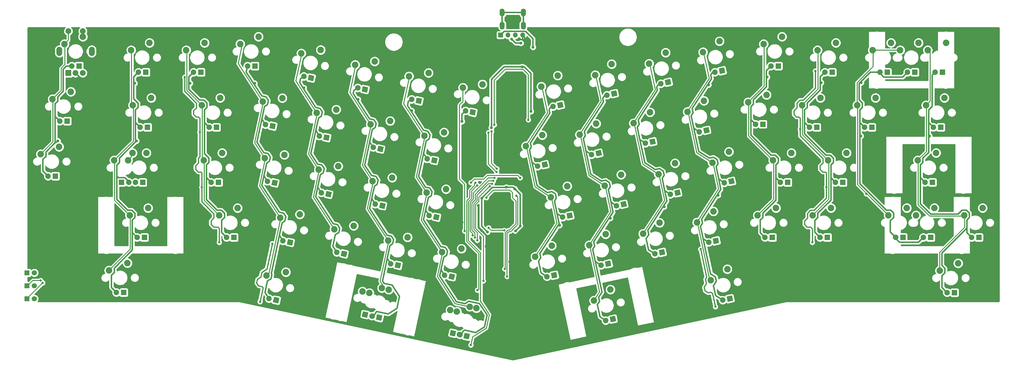
<source format=gbr>
G04 #@! TF.GenerationSoftware,KiCad,Pcbnew,(5.1.4)-1*
G04 #@! TF.CreationDate,2021-01-20T09:16:13-05:00*
G04 #@! TF.ProjectId,f103,66313033-2e6b-4696-9361-645f70636258,rev?*
G04 #@! TF.SameCoordinates,Original*
G04 #@! TF.FileFunction,Copper,L1,Top*
G04 #@! TF.FilePolarity,Positive*
%FSLAX46Y46*%
G04 Gerber Fmt 4.6, Leading zero omitted, Abs format (unit mm)*
G04 Created by KiCad (PCBNEW (5.1.4)-1) date 2021-01-20 09:16:13*
%MOMM*%
%LPD*%
G04 APERTURE LIST*
%ADD10R,2.000000X2.000000*%
%ADD11C,2.000000*%
%ADD12O,2.000000X3.200000*%
%ADD13O,1.700000X1.700000*%
%ADD14R,1.700000X1.700000*%
%ADD15R,1.800000X1.800000*%
%ADD16C,1.800000*%
%ADD17C,2.250000*%
%ADD18C,1.905000*%
%ADD19C,0.100000*%
%ADD20R,1.905000X1.905000*%
%ADD21O,1.700000X2.700000*%
%ADD22C,0.800000*%
%ADD23C,1.016000*%
%ADD24C,0.508000*%
%ADD25C,0.299720*%
%ADD26C,0.457200*%
%ADD27C,0.254000*%
G04 APERTURE END LIST*
D10*
X15002251Y-53478916D03*
D11*
X17502251Y-53478916D03*
X20002251Y-53478916D03*
D12*
X11902251Y-45978916D03*
X23102251Y-45978916D03*
D11*
X15002251Y-38978916D03*
X20002251Y-38978916D03*
D13*
X172051182Y-40339546D03*
X169511182Y-40339546D03*
X166971182Y-40339546D03*
D14*
X164431182Y-40339546D03*
D15*
X712252Y-131598910D03*
D16*
X3252252Y-131598910D03*
D15*
X712252Y-127098920D03*
D16*
X3252252Y-127098920D03*
D15*
X712249Y-122598920D03*
D16*
X3252249Y-122598920D03*
D17*
X153781938Y-134339027D03*
X147042605Y-135503283D03*
D18*
X150427308Y-144012959D03*
X147942813Y-143484863D03*
D19*
G36*
X146813092Y-144218513D02*
G01*
X147209163Y-142355142D01*
X149072534Y-142751213D01*
X148676463Y-144614584D01*
X146813092Y-144218513D01*
X146813092Y-144218513D01*
G37*
D17*
X123404936Y-127889023D03*
X116665603Y-129053279D03*
D18*
X120050306Y-137562955D03*
X117565811Y-137034859D03*
D19*
G36*
X116436090Y-137768509D02*
G01*
X116832161Y-135905138D01*
X118695532Y-136301209D01*
X118299461Y-138164580D01*
X116436090Y-137768509D01*
X116436090Y-137768509D01*
G37*
D17*
X37211251Y-81138917D03*
X30861251Y-83678917D03*
D18*
X35941251Y-91298917D03*
D20*
X33401251Y-91298917D03*
D17*
X331052253Y-100188919D03*
X324702253Y-102728919D03*
D18*
X327242253Y-110348919D03*
D20*
X329782253Y-110348919D03*
D17*
X304858249Y-100188919D03*
X298508249Y-102728919D03*
D18*
X301048249Y-110348919D03*
D20*
X303588249Y-110348919D03*
D17*
X318443249Y-43038917D03*
X312093249Y-45578917D03*
D18*
X314633249Y-53198917D03*
D20*
X317173249Y-53198917D03*
D17*
X299393252Y-43038916D03*
X293043252Y-45578916D03*
D18*
X295583252Y-53198916D03*
D20*
X298123252Y-53198916D03*
D17*
X322609250Y-119286919D03*
X316259250Y-121826919D03*
D18*
X318799250Y-129446919D03*
D20*
X321339250Y-129446919D03*
D17*
X317853253Y-62088913D03*
X311503253Y-64628913D03*
D18*
X314043253Y-72248913D03*
D20*
X316583253Y-72248913D03*
D17*
X314383247Y-100188913D03*
X308033247Y-102728913D03*
D18*
X310573247Y-110348913D03*
D20*
X313113247Y-110348913D03*
D17*
X314973249Y-81138916D03*
X308623249Y-83678916D03*
D18*
X311163249Y-91298916D03*
D20*
X313703249Y-91298916D03*
D17*
X294033252Y-62088923D03*
X287683252Y-64628923D03*
D18*
X290223252Y-72248923D03*
D20*
X292763252Y-72248923D03*
D17*
X308918251Y-43036095D03*
X302568251Y-45576095D03*
D18*
X305108251Y-53196095D03*
D20*
X307648251Y-53196095D03*
D17*
X278663251Y-100188922D03*
X272313251Y-102728922D03*
D18*
X274853251Y-110348922D03*
D20*
X277393251Y-110348922D03*
D17*
X284023251Y-81138917D03*
X277673251Y-83678917D03*
D18*
X280213251Y-91298917D03*
D20*
X282753251Y-91298917D03*
D17*
X274983255Y-62088920D03*
X268633255Y-64628920D03*
D18*
X271173255Y-72248920D03*
D20*
X273713255Y-72248920D03*
D17*
X280343253Y-43038919D03*
X273993253Y-45578919D03*
D18*
X276533253Y-53198919D03*
D20*
X279073253Y-53198919D03*
D17*
X259645252Y-100188915D03*
X253295252Y-102728915D03*
D18*
X255835252Y-110348915D03*
D20*
X258375252Y-110348915D03*
D17*
X264973249Y-81138912D03*
X258623249Y-83678912D03*
D18*
X261163249Y-91298912D03*
D20*
X263703249Y-91298912D03*
D17*
X256353252Y-61028923D03*
X250003252Y-63568923D03*
D18*
X252543252Y-71188923D03*
D20*
X255083252Y-71188923D03*
D17*
X261713247Y-40898914D03*
X255363247Y-43438914D03*
D18*
X257903247Y-51058914D03*
D20*
X260443247Y-51058914D03*
D17*
X242811556Y-121321830D03*
X237128414Y-125126565D03*
D18*
X241197196Y-132051954D03*
X243681691Y-131523858D03*
D19*
G36*
X242948041Y-132653579D02*
G01*
X242551970Y-130790208D01*
X244415341Y-130394137D01*
X244811412Y-132257508D01*
X242948041Y-132653579D01*
X242948041Y-132653579D01*
G37*
D17*
X238001553Y-101331833D03*
X232318411Y-105136568D03*
D18*
X236387193Y-112061957D03*
X238871688Y-111533861D03*
D19*
G36*
X238138038Y-112663582D02*
G01*
X237741967Y-110800211D01*
X239605338Y-110404140D01*
X240001409Y-112267511D01*
X238138038Y-112663582D01*
X238138038Y-112663582D01*
G37*
D17*
X243361555Y-80721832D03*
X237678413Y-84526567D03*
D18*
X241747195Y-91451956D03*
X244231690Y-90923860D03*
D19*
G36*
X243498040Y-92053581D02*
G01*
X243101969Y-90190210D01*
X244965340Y-89794139D01*
X245361411Y-91657510D01*
X243498040Y-92053581D01*
X243498040Y-92053581D01*
G37*
D17*
X234741552Y-63071833D03*
X229058410Y-66876568D03*
D18*
X233127192Y-73801957D03*
X235611687Y-73273861D03*
D19*
G36*
X234878037Y-74403582D02*
G01*
X234481966Y-72540211D01*
X236345337Y-72144140D01*
X236741408Y-74007511D01*
X234878037Y-74403582D01*
X234878037Y-74403582D01*
G37*
D17*
X240101556Y-42461834D03*
X234418414Y-46266569D03*
D18*
X238487196Y-53191958D03*
X240971691Y-52663862D03*
D19*
G36*
X240238041Y-53793583D02*
G01*
X239841970Y-51930212D01*
X241705341Y-51534141D01*
X242101412Y-53397512D01*
X240238041Y-53793583D01*
X240238041Y-53793583D01*
G37*
D17*
X219367558Y-105292837D03*
X213684416Y-109097572D03*
D18*
X217753198Y-116022961D03*
X220237693Y-115494865D03*
D19*
G36*
X219504043Y-116624586D02*
G01*
X219107972Y-114761215D01*
X220971343Y-114365144D01*
X221367414Y-116228515D01*
X219504043Y-116624586D01*
X219504043Y-116624586D01*
G37*
D17*
X224727557Y-84682828D03*
X219044415Y-88487563D03*
D18*
X223113197Y-95412952D03*
X225597692Y-94884856D03*
D19*
G36*
X224864042Y-96014577D02*
G01*
X224467971Y-94151206D01*
X226331342Y-93755135D01*
X226727413Y-95618506D01*
X224864042Y-96014577D01*
X224864042Y-96014577D01*
G37*
D17*
X216107556Y-67032827D03*
X210424414Y-70837562D03*
D18*
X214493196Y-77762951D03*
X216977691Y-77234855D03*
D19*
G36*
X216244041Y-78364576D02*
G01*
X215847970Y-76501205D01*
X217711341Y-76105134D01*
X218107412Y-77968505D01*
X216244041Y-78364576D01*
X216244041Y-78364576D01*
G37*
D17*
X221467554Y-46422835D03*
X215784412Y-50227570D03*
D18*
X219853194Y-57152959D03*
X222337689Y-56624863D03*
D19*
G36*
X221604039Y-57754584D02*
G01*
X221207968Y-55891213D01*
X223071339Y-55495142D01*
X223467410Y-57358513D01*
X221604039Y-57754584D01*
X221604039Y-57754584D01*
G37*
D17*
X202400554Y-128382837D03*
X196717412Y-132187572D03*
D18*
X200786194Y-139112961D03*
X203270689Y-138584865D03*
D19*
G36*
X202537039Y-139714586D02*
G01*
X202140968Y-137851215D01*
X204004339Y-137455144D01*
X204400410Y-139318515D01*
X202537039Y-139714586D01*
X202537039Y-139714586D01*
G37*
D17*
X200733554Y-109253837D03*
X195050412Y-113058572D03*
D18*
X199119194Y-119983961D03*
X201603689Y-119455865D03*
D19*
G36*
X200870039Y-120585586D02*
G01*
X200473968Y-118722215D01*
X202337339Y-118326144D01*
X202733410Y-120189515D01*
X200870039Y-120585586D01*
X200870039Y-120585586D01*
G37*
D17*
X206093552Y-88643829D03*
X200410410Y-92448564D03*
D18*
X204479192Y-99373953D03*
X206963687Y-98845857D03*
D19*
G36*
X206230037Y-99975578D02*
G01*
X205833966Y-98112207D01*
X207697337Y-97716136D01*
X208093408Y-99579507D01*
X206230037Y-99975578D01*
X206230037Y-99975578D01*
G37*
D17*
X197473552Y-70993834D03*
X191790410Y-74798569D03*
D18*
X195859192Y-81723958D03*
X198343687Y-81195862D03*
D19*
G36*
X197610037Y-82325583D02*
G01*
X197213966Y-80462212D01*
X199077337Y-80066141D01*
X199473408Y-81929512D01*
X197610037Y-82325583D01*
X197610037Y-82325583D01*
G37*
D17*
X202833553Y-50383829D03*
X197150411Y-54188564D03*
D18*
X201219193Y-61113953D03*
X203703688Y-60585857D03*
D19*
G36*
X202970038Y-61715578D02*
G01*
X202573967Y-59852207D01*
X204437338Y-59456136D01*
X204833409Y-61319507D01*
X202970038Y-61715578D01*
X202970038Y-61715578D01*
G37*
D17*
X182099554Y-113214830D03*
X176416412Y-117019565D03*
D18*
X180485194Y-123944954D03*
X182969689Y-123416858D03*
D19*
G36*
X182236039Y-124546579D02*
G01*
X181839968Y-122683208D01*
X183703339Y-122287137D01*
X184099410Y-124150508D01*
X182236039Y-124546579D01*
X182236039Y-124546579D01*
G37*
D17*
X187459559Y-92604825D03*
X181776417Y-96409560D03*
D18*
X185845199Y-103334949D03*
X188329694Y-102806853D03*
D19*
G36*
X187596044Y-103936574D02*
G01*
X187199973Y-102073203D01*
X189063344Y-101677132D01*
X189459415Y-103540503D01*
X187596044Y-103936574D01*
X187596044Y-103936574D01*
G37*
D17*
X178839557Y-74954831D03*
X173156415Y-78759566D03*
D18*
X177225197Y-85684955D03*
X179709692Y-85156859D03*
D19*
G36*
X178976042Y-86286580D02*
G01*
X178579971Y-84423209D01*
X180443342Y-84027138D01*
X180839413Y-85890509D01*
X178976042Y-86286580D01*
X178976042Y-86286580D01*
G37*
D17*
X184199553Y-54344826D03*
X178516411Y-58149561D03*
D18*
X182585193Y-65074950D03*
X185069688Y-64546854D03*
D19*
G36*
X184336038Y-65676575D02*
G01*
X183939967Y-63813204D01*
X185803338Y-63417133D01*
X186199409Y-65280504D01*
X184336038Y-65676575D01*
X184336038Y-65676575D01*
G37*
D17*
X158149934Y-57381024D03*
X151410601Y-58545280D03*
D18*
X152310809Y-66526860D03*
X154795304Y-67054956D03*
D19*
G36*
X153665583Y-67788606D02*
G01*
X154061654Y-65925235D01*
X155925025Y-66321306D01*
X155528954Y-68184677D01*
X153665583Y-67788606D01*
X153665583Y-67788606D01*
G37*
D17*
X156056935Y-134840024D03*
X149317602Y-136004280D03*
D18*
X150217810Y-143985860D03*
X152702305Y-144513956D03*
D19*
G36*
X151572584Y-145247606D02*
G01*
X151968655Y-143384235D01*
X153832026Y-143780306D01*
X153435955Y-145643677D01*
X151572584Y-145247606D01*
X151572584Y-145247606D01*
G37*
D17*
X150924937Y-114271022D03*
X144185604Y-115435278D03*
D18*
X145085812Y-123416858D03*
X147570307Y-123944954D03*
D19*
G36*
X146440586Y-124678604D02*
G01*
X146836657Y-122815233D01*
X148700028Y-123211304D01*
X148303957Y-125074675D01*
X146440586Y-124678604D01*
X146440586Y-124678604D01*
G37*
D17*
X145574940Y-93661019D03*
X138835607Y-94825275D03*
D18*
X139735815Y-102806855D03*
X142220310Y-103334951D03*
D19*
G36*
X141090589Y-104068601D02*
G01*
X141486660Y-102205230D01*
X143350031Y-102601301D01*
X142953960Y-104464672D01*
X141090589Y-104068601D01*
X141090589Y-104068601D01*
G37*
D17*
X144874939Y-74031028D03*
X138135606Y-75195284D03*
D18*
X139035814Y-83176864D03*
X141520309Y-83704960D03*
D19*
G36*
X140390588Y-84438610D02*
G01*
X140786659Y-82575239D01*
X142650030Y-82971310D01*
X142253959Y-84834681D01*
X140390588Y-84438610D01*
X140390588Y-84438610D01*
G37*
D17*
X139520941Y-53420022D03*
X132781608Y-54584278D03*
D18*
X133681816Y-62565858D03*
X136166311Y-63093954D03*
D19*
G36*
X135036590Y-63827604D02*
G01*
X135432661Y-61964233D01*
X137296032Y-62360304D01*
X136899961Y-64223675D01*
X135036590Y-63827604D01*
X135036590Y-63827604D01*
G37*
D17*
X125789934Y-128415025D03*
X119050601Y-129579281D03*
D18*
X119950809Y-137560861D03*
X122435304Y-138088957D03*
D19*
G36*
X121305583Y-138822607D02*
G01*
X121701654Y-136959236D01*
X123565025Y-137355307D01*
X123168954Y-139218678D01*
X121305583Y-138822607D01*
X121305583Y-138822607D01*
G37*
D17*
X132290934Y-110310020D03*
X125551601Y-111474276D03*
D18*
X126451809Y-119455856D03*
X128936304Y-119983952D03*
D19*
G36*
X127806583Y-120717602D02*
G01*
X128202654Y-118854231D01*
X130066025Y-119250302D01*
X129669954Y-121113673D01*
X127806583Y-120717602D01*
X127806583Y-120717602D01*
G37*
D17*
X126940934Y-89700023D03*
X120201601Y-90864279D03*
D18*
X121101809Y-98845859D03*
X123586304Y-99373955D03*
D19*
G36*
X122456583Y-100107605D02*
G01*
X122852654Y-98244234D01*
X124716025Y-98640305D01*
X124319954Y-100503676D01*
X122456583Y-100107605D01*
X122456583Y-100107605D01*
G37*
D17*
X126240934Y-70070025D03*
X119501601Y-71234281D03*
D18*
X120401809Y-79215861D03*
X122886304Y-79743957D03*
D19*
G36*
X121756583Y-80477607D02*
G01*
X122152654Y-78614236D01*
X124016025Y-79010307D01*
X123619954Y-80873678D01*
X121756583Y-80477607D01*
X121756583Y-80477607D01*
G37*
D17*
X120886936Y-49459023D03*
X114147603Y-50623279D03*
D18*
X115047811Y-58604859D03*
X117532306Y-59132955D03*
D19*
G36*
X116402585Y-59866605D02*
G01*
X116798656Y-58003234D01*
X118662027Y-58399305D01*
X118265956Y-60262676D01*
X116402585Y-59866605D01*
X116402585Y-59866605D01*
G37*
D17*
X113656939Y-106349028D03*
X106917606Y-107513284D03*
D18*
X107817814Y-115494864D03*
X110302309Y-116022960D03*
D19*
G36*
X109172588Y-116756610D02*
G01*
X109568659Y-114893239D01*
X111432030Y-115289310D01*
X111035959Y-117152681D01*
X109172588Y-116756610D01*
X109172588Y-116756610D01*
G37*
D17*
X108306938Y-85739020D03*
X101567605Y-86903276D03*
D18*
X102467813Y-94884856D03*
X104952308Y-95412952D03*
D19*
G36*
X103822587Y-96146602D02*
G01*
X104218658Y-94283231D01*
X106082029Y-94679302D01*
X105685958Y-96542673D01*
X103822587Y-96146602D01*
X103822587Y-96146602D01*
G37*
D17*
X107606941Y-66109025D03*
X100867608Y-67273281D03*
D18*
X101767816Y-75254861D03*
X104252311Y-75782957D03*
D19*
G36*
X103122590Y-76516607D02*
G01*
X103518661Y-74653236D01*
X105382032Y-75049307D01*
X104985961Y-76912678D01*
X103122590Y-76516607D01*
X103122590Y-76516607D01*
G37*
D17*
X102252942Y-45498025D03*
X95513609Y-46662281D03*
D18*
X96413817Y-54643861D03*
X98898312Y-55171957D03*
D19*
G36*
X97768591Y-55905607D02*
G01*
X98164662Y-54042236D01*
X100028033Y-54438307D01*
X99631962Y-56301678D01*
X97768591Y-55905607D01*
X97768591Y-55905607D01*
G37*
D17*
X90212937Y-122378027D03*
X83473604Y-123542283D03*
D18*
X84373812Y-131523863D03*
X86858307Y-132051959D03*
D19*
G36*
X85728586Y-132785609D02*
G01*
X86124657Y-130922238D01*
X87988028Y-131318309D01*
X87591957Y-133181680D01*
X85728586Y-132785609D01*
X85728586Y-132785609D01*
G37*
D17*
X95022941Y-102388024D03*
X88283608Y-103552280D03*
D18*
X89183816Y-111533860D03*
X91668311Y-112061956D03*
D19*
G36*
X90538590Y-112795606D02*
G01*
X90934661Y-110932235D01*
X92798032Y-111328306D01*
X92401961Y-113191677D01*
X90538590Y-112795606D01*
X90538590Y-112795606D01*
G37*
D17*
X89672940Y-81778022D03*
X82933607Y-82942278D03*
D18*
X83833815Y-90923858D03*
X86318310Y-91451954D03*
D19*
G36*
X85188589Y-92185604D02*
G01*
X85584660Y-90322233D01*
X87448031Y-90718304D01*
X87051960Y-92581675D01*
X85188589Y-92185604D01*
X85188589Y-92185604D01*
G37*
D17*
X88972940Y-62148023D03*
X82233607Y-63312279D03*
D18*
X83133815Y-71293859D03*
X85618310Y-71821955D03*
D19*
G36*
X84488589Y-72555605D02*
G01*
X84884660Y-70692234D01*
X86748031Y-71088305D01*
X86351960Y-72951676D01*
X84488589Y-72555605D01*
X84488589Y-72555605D01*
G37*
D17*
X80752250Y-40898916D03*
X74402250Y-43438916D03*
D18*
X76942250Y-51058916D03*
D20*
X79482250Y-51058916D03*
D17*
X73522247Y-100188919D03*
X67172247Y-102728919D03*
D18*
X69712247Y-110348919D03*
D20*
X72252247Y-110348919D03*
D17*
X68172252Y-81138919D03*
X61822252Y-83678919D03*
D18*
X64362252Y-91298919D03*
D20*
X66902252Y-91298919D03*
D17*
X67472255Y-62088917D03*
X61122255Y-64628917D03*
D18*
X63662255Y-72248917D03*
D20*
X66202255Y-72248917D03*
D17*
X62112258Y-43038915D03*
X55762258Y-45578915D03*
D18*
X58302258Y-53198915D03*
D20*
X60842258Y-53198915D03*
D17*
X35432256Y-119238917D03*
X29082256Y-121778917D03*
D18*
X31622256Y-129398917D03*
D20*
X34162256Y-129398917D03*
D17*
X42572247Y-100188918D03*
X36222247Y-102728918D03*
D18*
X38762247Y-110348918D03*
D20*
X41302247Y-110348918D03*
D17*
X41974256Y-81138912D03*
X35624256Y-83678912D03*
D18*
X38164256Y-91298912D03*
D20*
X40704256Y-91298912D03*
D17*
X43662252Y-62088919D03*
X37312252Y-64628919D03*
D18*
X39852252Y-72248919D03*
D20*
X42392252Y-72248919D03*
D17*
X43062253Y-43038914D03*
X36712253Y-45578914D03*
D18*
X39252253Y-53198914D03*
D20*
X41792253Y-53198914D03*
D17*
X11812254Y-78998921D03*
X5462254Y-81538921D03*
D18*
X8002254Y-89158921D03*
D20*
X10542254Y-89158921D03*
D17*
X15882246Y-59948918D03*
X9532246Y-62488918D03*
D18*
X12072246Y-70108918D03*
D20*
X14612246Y-70108918D03*
D17*
X20042251Y-40898916D03*
X13692251Y-43438916D03*
D18*
X16232251Y-51058916D03*
D20*
X18772251Y-51058916D03*
D21*
X164992251Y-37060360D03*
X172292251Y-37060360D03*
X172292251Y-32560360D03*
X164992251Y-32560360D03*
D22*
X204901101Y-83367148D03*
D23*
X156770539Y-99359814D03*
X159437546Y-113507615D03*
X164171925Y-100403816D03*
X162952723Y-104747218D03*
X167601202Y-118800147D03*
X167588499Y-125442246D03*
X157866184Y-107973862D03*
D22*
X56107899Y-77779146D03*
X133984299Y-90199745D03*
X212978299Y-87380348D03*
X194233099Y-90860147D03*
X151230899Y-105160346D03*
X303326099Y-72318147D03*
X136981498Y-121822747D03*
X290956299Y-80725545D03*
X33019301Y-110189546D03*
X245769698Y-74705747D03*
D23*
X173276985Y-105314030D03*
X174052799Y-101617046D03*
X168655300Y-33989546D03*
X157352299Y-113491547D03*
X168248899Y-46410146D03*
X165252400Y-46380400D03*
X20777200Y-88417400D03*
D22*
X166446200Y-87503000D03*
X157073600Y-91211400D03*
D23*
X157893218Y-96751239D03*
X171210442Y-106415928D03*
X159887125Y-108470796D03*
X169607799Y-108094045D03*
X169366499Y-93603345D03*
X166395400Y-93014800D03*
D22*
X166674099Y-123867447D03*
X169849099Y-95965546D03*
X159536001Y-96579212D03*
X165848599Y-121238546D03*
D23*
X37946204Y-57031409D03*
X57097803Y-57031413D03*
X79398999Y-57031414D03*
X96437808Y-58589696D03*
X115146053Y-62566259D03*
X133680386Y-66505853D03*
X312733012Y-75278520D03*
X288984010Y-75278520D03*
X275268009Y-56812720D03*
X289085611Y-56812721D03*
X256599010Y-54882320D03*
X202346277Y-103708737D03*
X220979988Y-99748018D03*
X239588853Y-95792580D03*
X236340173Y-57574651D03*
X174924134Y-66736584D03*
X171850735Y-51282885D03*
X184819972Y-106171342D03*
X171449299Y-43133547D03*
X161263930Y-72368915D03*
X168248899Y-41761946D03*
X38557200Y-76962000D03*
X11353800Y-76962000D03*
X151101399Y-70208801D03*
D22*
X174018086Y-69663716D03*
X162226023Y-71400669D03*
X171177075Y-89738512D03*
X154177299Y-91393547D03*
X155741796Y-91463907D03*
X156394074Y-128588492D03*
X156351394Y-92378308D03*
X154142009Y-147577890D03*
X55208080Y-54906417D03*
X60431744Y-73956416D03*
X61110747Y-93006415D03*
X67181344Y-112056410D03*
X273213943Y-52766416D03*
X267968345Y-72896422D03*
X277068341Y-93006423D03*
X272184747Y-112056416D03*
X85502737Y-112497070D03*
X81258848Y-132607403D03*
X233587055Y-114403011D03*
X238675833Y-134333529D03*
X151992899Y-108157546D03*
X160273299Y-107014545D03*
X165670799Y-107903547D03*
X290847270Y-95249075D03*
X154794457Y-109691089D03*
X162330699Y-89793347D03*
X155565100Y-110452150D03*
X161924299Y-90809346D03*
X5434899Y-125277147D03*
X156357791Y-111387254D03*
X161441699Y-91799946D03*
X6120700Y-126064546D03*
X158482600Y-125378746D03*
X160705099Y-92663546D03*
D23*
X175640299Y-44530546D03*
D22*
X163041899Y-87710546D03*
X160248600Y-74091800D03*
X163118099Y-86567547D03*
X161290000Y-73660000D03*
D24*
X159437546Y-113507615D02*
X159437546Y-109545221D01*
X156770542Y-106878216D02*
X156770539Y-99359814D01*
X164171929Y-103528021D02*
X162952723Y-104747218D01*
X164171925Y-100403816D02*
X164171929Y-103528021D01*
X167601202Y-118800147D02*
X167601199Y-125429546D01*
X167601199Y-125429546D02*
X167588499Y-125442246D01*
X157866184Y-107973862D02*
X156770542Y-106878216D01*
X159437546Y-109545221D02*
X157866184Y-107973862D01*
X167601202Y-118800147D02*
X167601200Y-111624646D01*
X174052799Y-105173047D02*
X174052799Y-101617046D01*
X173276985Y-105948860D02*
X173227300Y-105998547D01*
X173276985Y-105314030D02*
X173276985Y-105948860D01*
X167601200Y-111624646D02*
X173227300Y-105998547D01*
X173227300Y-105998547D02*
X174052799Y-105173047D01*
X172051182Y-40382629D02*
X172051182Y-40339547D01*
X172733668Y-41065116D02*
X172051182Y-40382629D01*
X172733668Y-44135177D02*
X172733668Y-41065116D01*
X168248899Y-46410146D02*
X170458699Y-46410147D01*
X170458699Y-46410147D02*
X172733668Y-44135177D01*
X161517808Y-93126658D02*
X157893218Y-96751239D01*
X157893221Y-106476896D02*
X157893218Y-96751239D01*
X159887125Y-108470796D02*
X157893221Y-106476896D01*
X171210442Y-106415928D02*
X171210442Y-106427903D01*
X171210442Y-106415928D02*
X171210442Y-106491404D01*
X171210442Y-106491404D02*
X169607799Y-108094045D01*
X161549119Y-93095348D02*
X161517808Y-93126658D01*
X171210444Y-95447292D02*
X169366499Y-93603345D01*
X171210442Y-106415928D02*
X171210444Y-95447292D01*
X161549119Y-93095348D02*
X166314852Y-93095348D01*
X166314852Y-93095348D02*
X166395400Y-93014800D01*
X168777953Y-93014800D02*
X166395400Y-93014800D01*
X169366499Y-93603345D02*
X168777953Y-93014800D01*
D25*
X170402725Y-105867294D02*
X167880502Y-108389514D01*
X167299210Y-108389515D02*
X166671463Y-109017257D01*
X167880502Y-108389514D02*
X167299210Y-108389515D01*
X166671463Y-109017257D02*
X166671465Y-123864812D01*
X166671465Y-123864812D02*
X166674099Y-123867447D01*
X170402725Y-105867294D02*
X170402727Y-96519173D01*
X170402727Y-96519173D02*
X169849099Y-95965546D01*
X159536001Y-96579212D02*
X159536002Y-96401415D01*
X159536002Y-96401415D02*
X161923602Y-94013813D01*
X161923602Y-94013813D02*
X167689401Y-94013816D01*
X167689401Y-94013816D02*
X168578402Y-94902813D01*
X168578402Y-94902813D02*
X168578401Y-96655415D01*
X168578401Y-96655415D02*
X169746803Y-97823816D01*
X169746803Y-97823816D02*
X169746802Y-105621610D01*
X169746802Y-105621610D02*
X167613201Y-107755211D01*
X167613201Y-107755211D02*
X167029003Y-107755215D01*
X167029003Y-107755215D02*
X166038400Y-108745813D01*
X166038400Y-108745813D02*
X166038401Y-121048746D01*
X166038401Y-121048746D02*
X165848599Y-121238546D01*
D24*
X11325067Y-61722093D02*
X11325064Y-63228323D01*
X11325064Y-63228323D02*
X10448761Y-64104618D01*
X10448769Y-77609795D02*
X7261069Y-80797492D01*
X7261069Y-80797492D02*
X7261067Y-82285934D01*
X7261067Y-82285934D02*
X6209503Y-83337499D01*
X6209502Y-87366168D02*
X8002252Y-89158916D01*
X6209503Y-83337499D02*
X6209502Y-87366168D01*
X10448765Y-68485428D02*
X12072246Y-70108910D01*
X10448760Y-67691098D02*
X10448765Y-68485428D01*
X10448760Y-67691098D02*
X10448769Y-77609795D01*
X10448761Y-64104618D02*
X10448760Y-67691098D01*
X39252250Y-53198919D02*
X37619143Y-54832023D01*
X37619139Y-62402815D02*
X39117744Y-63901411D01*
X39117744Y-63901411D02*
X39117738Y-65374611D01*
X39117738Y-65374611D02*
X38228744Y-66263619D01*
X38228743Y-77338013D02*
X32691546Y-82875218D01*
X32691546Y-82875218D02*
X32691545Y-84424618D01*
X32691545Y-84424618D02*
X31777144Y-85339017D01*
X31777144Y-97251619D02*
X35460146Y-100934611D01*
X35460146Y-100934611D02*
X36958747Y-100934621D01*
X36958747Y-100934621D02*
X38025545Y-102001413D01*
X38025545Y-102001413D02*
X38025542Y-103449218D01*
X38025542Y-103449218D02*
X37136540Y-104338216D01*
X37136540Y-114752214D02*
X30888141Y-121000614D01*
X30888141Y-121000614D02*
X30888148Y-122499217D01*
X30888148Y-122499217D02*
X29897541Y-123489816D01*
X29897543Y-127674212D02*
X31622250Y-129398918D01*
X29897541Y-123489816D02*
X29897543Y-127674212D01*
X37136547Y-108723212D02*
X38762252Y-110348920D01*
X37136543Y-107513219D02*
X37136547Y-108723212D01*
X37136543Y-107513219D02*
X37136540Y-114752214D01*
X37136540Y-104338216D02*
X37136543Y-107513219D01*
X38228746Y-70625402D02*
X39852248Y-72248918D01*
X38228742Y-69057615D02*
X38228746Y-70625402D01*
X38228744Y-66263619D02*
X38228742Y-69057615D01*
X35941251Y-91298925D02*
X35941248Y-91052522D01*
X35941248Y-91052522D02*
X34545743Y-89657017D01*
X32285138Y-89657016D02*
X31777147Y-89149017D01*
X34545743Y-89657017D02*
X32285138Y-89657016D01*
X31777144Y-85339017D02*
X31777147Y-89149017D01*
X31777147Y-89149017D02*
X31777144Y-97251619D01*
X58302250Y-53198916D02*
X56694542Y-54806626D01*
X56694544Y-59151618D02*
X60377546Y-62834611D01*
X60377546Y-62834611D02*
X61876144Y-62834615D01*
X61876144Y-62834615D02*
X62917544Y-63876018D01*
X62917544Y-63876018D02*
X62917547Y-65374619D01*
X62917547Y-65374619D02*
X62053937Y-66238212D01*
X62053944Y-81351212D02*
X63628745Y-82926014D01*
X63628745Y-82926014D02*
X63628740Y-84450020D01*
X63628740Y-84450020D02*
X62765143Y-85313616D01*
X62765144Y-97277015D02*
X66422743Y-100934610D01*
X66422743Y-100934610D02*
X67921344Y-100934612D01*
X67921344Y-100934612D02*
X68988137Y-102001414D01*
X68988137Y-102001414D02*
X68988140Y-103474617D01*
X68988140Y-103474617D02*
X68022945Y-104439822D01*
X68022948Y-108659614D02*
X69712251Y-110348915D01*
X68022945Y-104439822D02*
X68022948Y-108659614D01*
X62765141Y-88590219D02*
X62765144Y-97277015D01*
X62765141Y-89701808D02*
X64362252Y-91298912D01*
X62765141Y-88590219D02*
X62765141Y-89701808D01*
X62765143Y-85313616D02*
X62765141Y-88590219D01*
X62053942Y-70640607D02*
X63662250Y-72248919D01*
X62053945Y-69845014D02*
X62053942Y-70640607D01*
X62053945Y-69845014D02*
X62053944Y-81351212D01*
X62053937Y-66238212D02*
X62053945Y-69845014D01*
X295583253Y-53198920D02*
X295583246Y-53565320D01*
X295583246Y-53565320D02*
X296876945Y-54859016D01*
X303445331Y-54859018D02*
X305108254Y-53196102D01*
X296876945Y-54859016D02*
X303445331Y-54859018D01*
X257903250Y-51058916D02*
X256287748Y-52674423D01*
X256287747Y-58288015D02*
X251791938Y-62783818D01*
X251791938Y-62783818D02*
X251791942Y-64307814D01*
X251791942Y-64307814D02*
X250953738Y-65146014D01*
X250953744Y-74950423D02*
X257887942Y-81884616D01*
X257887942Y-81884616D02*
X259361146Y-81884613D01*
X259361146Y-81884613D02*
X260427942Y-82951415D01*
X260427942Y-82951415D02*
X260427943Y-84424621D01*
X260427943Y-84424621D02*
X259589744Y-85262815D01*
X259589740Y-97454818D02*
X255093939Y-101950618D01*
X255093939Y-101950618D02*
X255093940Y-103474618D01*
X255093940Y-103474618D02*
X254230344Y-104338213D01*
X254230340Y-108744015D02*
X255835252Y-110348915D01*
X254230344Y-104338213D02*
X254230340Y-108744015D01*
X259589740Y-89725409D02*
X261163246Y-91298917D01*
X259589740Y-88793416D02*
X259589740Y-89725409D01*
X259589740Y-88793416D02*
X259589740Y-97454818D01*
X259589744Y-85262815D02*
X259589740Y-88793416D01*
X250953741Y-69599408D02*
X252543252Y-71188919D01*
X250953742Y-67686024D02*
X250953741Y-69599408D01*
X250953742Y-67686024D02*
X250953744Y-74950423D01*
X250953738Y-65146014D02*
X250953742Y-67686024D01*
X276533255Y-53198915D02*
X274931346Y-54800824D01*
X274931342Y-59354815D02*
X270435541Y-63850614D01*
X270435541Y-63850614D02*
X270435545Y-65349214D01*
X270435545Y-65349214D02*
X269546539Y-66238218D01*
X269546540Y-74544016D02*
X276887142Y-81884616D01*
X276887142Y-81884616D02*
X278411141Y-81884615D01*
X278411141Y-81884615D02*
X279477943Y-82951410D01*
X279477943Y-82951410D02*
X279477944Y-84424614D01*
X279477944Y-84424614D02*
X278639744Y-85262812D01*
X278639742Y-97429418D02*
X274118542Y-101950614D01*
X274118542Y-101950614D02*
X274118547Y-103474621D01*
X274118547Y-103474621D02*
X273102544Y-104490616D01*
X273102542Y-108598215D02*
X274853247Y-110348914D01*
X273102544Y-104490616D02*
X273102542Y-108598215D01*
X278639742Y-89725409D02*
X280213251Y-91298918D01*
X278639740Y-88006015D02*
X278639742Y-89725409D01*
X278639740Y-88006015D02*
X278639742Y-97429418D01*
X278639744Y-85262812D02*
X278639740Y-88006015D01*
X269546546Y-70622208D02*
X271173253Y-72248914D01*
X269546538Y-69641816D02*
X269546546Y-70622208D01*
X269546538Y-69641816D02*
X269546540Y-74544016D01*
X269546539Y-66238218D02*
X269546538Y-69641816D01*
X295583253Y-53198920D02*
X292263244Y-53198912D01*
X288393342Y-62783816D02*
X289485540Y-63876018D01*
X289485540Y-63876018D02*
X289485545Y-65349218D01*
X289485545Y-65349218D02*
X288621942Y-66212814D01*
X288621950Y-91816011D02*
X297765941Y-100960013D01*
X297765941Y-100960013D02*
X299315345Y-100960023D01*
X299315345Y-100960023D02*
X300331345Y-101976013D01*
X300331345Y-101976013D02*
X300331343Y-103474619D01*
X300331343Y-103474619D02*
X299188343Y-104617612D01*
X299188339Y-108489008D02*
X301048248Y-110348917D01*
X299188343Y-104617612D02*
X299188339Y-108489008D01*
X301048248Y-110348917D02*
X301048253Y-110719325D01*
X301048253Y-110719325D02*
X302337945Y-112009018D01*
X308913148Y-112009014D02*
X310573251Y-110348915D01*
X302337945Y-112009018D02*
X308913148Y-112009014D01*
X317019142Y-127666805D02*
X318799253Y-129446919D01*
X317019142Y-123642215D02*
X317019142Y-127666805D01*
X318060540Y-121076814D02*
X318060541Y-122600817D01*
X316993742Y-115793615D02*
X316993743Y-120010015D01*
X310415142Y-82926017D02*
X310415146Y-84424613D01*
X312421739Y-80919416D02*
X310415142Y-82926017D01*
X326493346Y-103474621D02*
X325629744Y-104338213D01*
X326493343Y-101976019D02*
X326493346Y-103474621D01*
X313640944Y-65019017D02*
X312421741Y-66238218D01*
X325629743Y-107157615D02*
X316993742Y-115793615D01*
X314633251Y-53198913D02*
X313640947Y-54191221D01*
X323927939Y-100934614D02*
X325451944Y-100934611D01*
X318060541Y-122600817D02*
X317019142Y-123642215D01*
X313640947Y-54191221D02*
X313640944Y-65019017D01*
X310415146Y-84424613D02*
X309576946Y-85262820D01*
X316993743Y-120010015D02*
X318060540Y-121076814D01*
X309576944Y-98750217D02*
X313107541Y-102280818D01*
X313107541Y-102280818D02*
X322581745Y-102280820D01*
X322581745Y-102280820D02*
X323927939Y-100934614D01*
X325451944Y-100934611D02*
X326493343Y-101976019D01*
X325629744Y-104338213D02*
X325629743Y-107157615D01*
X325629746Y-108736408D02*
X327242250Y-110348911D01*
X325629743Y-107157615D02*
X325629746Y-108736408D01*
X309576945Y-89712607D02*
X311163251Y-91298915D01*
X309576941Y-87904420D02*
X309576945Y-89712607D01*
X309576941Y-87904420D02*
X309576944Y-98750217D01*
X309576946Y-85262820D02*
X309576941Y-87904420D01*
X312421743Y-70627408D02*
X314043250Y-72248919D01*
X312421747Y-69362410D02*
X312421743Y-70627408D01*
X312421741Y-66238218D02*
X312421747Y-69362410D01*
X288621945Y-70647612D02*
X290223248Y-72248919D01*
X288621943Y-69159216D02*
X288621945Y-70647612D01*
X288621942Y-66212814D02*
X288621943Y-69159216D01*
X136114584Y-89292294D02*
X138481830Y-92937532D01*
X138481830Y-92937532D02*
X139922833Y-93243831D01*
X139922833Y-93243831D02*
X140744523Y-94509124D01*
X140744523Y-94509124D02*
X140448787Y-95900432D01*
X140448787Y-95900432D02*
X139424509Y-96565609D01*
X137792692Y-104242701D02*
X143818396Y-113521478D01*
X143818396Y-113521478D02*
X145284254Y-113833053D01*
X145284254Y-113833053D02*
X146105938Y-115098343D01*
X146105938Y-115098343D02*
X145799647Y-116539354D01*
X145799647Y-116539354D02*
X144775365Y-117204529D01*
X143386473Y-123738744D02*
X149138283Y-132595762D01*
X149138283Y-132595762D02*
X152169372Y-133240045D01*
X152169372Y-133240045D02*
X153404529Y-132437917D01*
X153404529Y-132437917D02*
X157180968Y-133240623D01*
X157180968Y-133240623D02*
X159743847Y-137187117D01*
X159743847Y-137187117D02*
X158872488Y-141286530D01*
X158872488Y-141286530D02*
X155829774Y-143262497D01*
X155829774Y-143262497D02*
X152003652Y-142449232D01*
X151347530Y-143252216D02*
X150217812Y-143985862D01*
X151440475Y-142814957D02*
X151347530Y-143252216D01*
X152003652Y-142449232D02*
X151440475Y-142814957D01*
X143857072Y-121524755D02*
X145085809Y-123416857D01*
X143988498Y-120906423D02*
X143857072Y-121524755D01*
X143988498Y-120906423D02*
X143386473Y-123738744D01*
X144775365Y-117204529D02*
X143988498Y-120906423D01*
X138501791Y-100906635D02*
X139735808Y-102806861D01*
X138674617Y-100093595D02*
X138501791Y-100906635D01*
X138674617Y-100093595D02*
X137792692Y-104242701D01*
X139424509Y-96565609D02*
X138674617Y-100093595D01*
X137814277Y-81295862D02*
X139035808Y-83176858D01*
X138010448Y-80372964D02*
X137814277Y-81295862D01*
X138010448Y-80372964D02*
X136114584Y-89292294D01*
X115047813Y-58604860D02*
X113706251Y-59476083D01*
X113706251Y-59476083D02*
X113469705Y-60588930D01*
X119143262Y-69325438D02*
X120584272Y-69631735D01*
X120584272Y-69631735D02*
X121405958Y-70897023D01*
X121405958Y-70897023D02*
X121104946Y-72313177D01*
X121104946Y-72313177D02*
X120110789Y-72958796D01*
X117480872Y-85331583D02*
X119828550Y-88946689D01*
X119828550Y-88946689D02*
X121319249Y-89263545D01*
X121319249Y-89263545D02*
X122121370Y-90498709D01*
X122121370Y-90498709D02*
X121809795Y-91964561D01*
X121809795Y-91964561D02*
X120815639Y-92610171D01*
X119178544Y-100312107D02*
X125184687Y-109560763D01*
X125184687Y-109560763D02*
X126650540Y-109872339D01*
X126650540Y-109872339D02*
X127452662Y-111107498D01*
X127452662Y-111107498D02*
X127141090Y-112573356D01*
X127141090Y-112573356D02*
X126207187Y-113179836D01*
X123614238Y-125378705D02*
X124181590Y-126252365D01*
X124181590Y-126252365D02*
X126914536Y-126833264D01*
X126914536Y-126833264D02*
X129477414Y-130779757D01*
X129477414Y-130779757D02*
X128606059Y-134879177D01*
X128606059Y-134879177D02*
X125593476Y-136835567D01*
X125593476Y-136835567D02*
X121643123Y-135995897D01*
X121080529Y-136827213D02*
X119950809Y-137560860D01*
X121196477Y-136751915D02*
X121080529Y-136827213D01*
X121311376Y-136211335D02*
X121196477Y-136751915D01*
X121643123Y-135995897D02*
X121311376Y-136211335D01*
X125262460Y-117624417D02*
X126451811Y-119455861D01*
X125510103Y-116459373D02*
X125262460Y-117624417D01*
X125510103Y-116459373D02*
X123614238Y-125378705D01*
X126207187Y-113179836D02*
X125510103Y-116459373D01*
X119887615Y-96976167D02*
X121101805Y-98845857D01*
X120113268Y-95914553D02*
X119887615Y-96976167D01*
X120113268Y-95914553D02*
X119178544Y-100312107D01*
X120815639Y-92610171D02*
X120113268Y-95914553D01*
X119180538Y-77335270D02*
X120401809Y-79215858D01*
X119392576Y-76337711D02*
X119180538Y-77335270D01*
X119392576Y-76337711D02*
X117480872Y-85331583D01*
X120110789Y-72958796D02*
X119392576Y-76337711D01*
X138739217Y-76944362D02*
X138010448Y-80372964D01*
X139733375Y-76298749D02*
X138739217Y-76944362D01*
X133681814Y-62565864D02*
X132552093Y-63299512D01*
X132552093Y-63299512D02*
X132241254Y-64761888D01*
X137776976Y-73286156D02*
X139242828Y-73597734D01*
X139242828Y-73597734D02*
X140044952Y-74832894D01*
X140044952Y-74832894D02*
X139733375Y-76298749D01*
X95284095Y-55377511D02*
X94973499Y-56838729D01*
X96413814Y-54643856D02*
X95284095Y-55377511D01*
X100510471Y-65364918D02*
X102000245Y-65681579D01*
X102000245Y-65681579D02*
X102782810Y-66886619D01*
X102782810Y-66886619D02*
X102460674Y-68402157D01*
X102460674Y-68402157D02*
X101496642Y-69028204D01*
X98866727Y-81400991D02*
X101194836Y-84985972D01*
X101194836Y-84985972D02*
X102660691Y-85297554D01*
X102660691Y-85297554D02*
X103462811Y-86532715D01*
X103462811Y-86532715D02*
X103145958Y-88023408D01*
X103145958Y-88023408D02*
X102121677Y-88688582D01*
X100505706Y-96291138D02*
X106550980Y-105600042D01*
X106550980Y-105600042D02*
X108016828Y-105911617D01*
X108016828Y-105911617D02*
X108838512Y-107176909D01*
X108838512Y-107176909D02*
X108532224Y-108617915D01*
X108532224Y-108617915D02*
X107266934Y-109439609D01*
X106433087Y-113362560D02*
X107817814Y-115494861D01*
X107266934Y-109439609D02*
X106433087Y-113362560D01*
X101214753Y-92955320D02*
X102467814Y-94884864D01*
X101466838Y-91769354D02*
X101214753Y-92955320D01*
X101466838Y-91769354D02*
X100505706Y-96291138D01*
X102121677Y-88688582D02*
X101466838Y-91769354D01*
X100566369Y-73404797D02*
X101767817Y-75254862D01*
X100788994Y-72357430D02*
X100566369Y-73404797D01*
X100788994Y-72357430D02*
X98866727Y-81400991D01*
X101496642Y-69028204D02*
X100788994Y-72357430D01*
X76942249Y-51058914D02*
X76496903Y-53154134D01*
X81850995Y-61398724D02*
X83341691Y-61715580D01*
X83341691Y-61715580D02*
X84143817Y-62950737D01*
X84143817Y-62950737D02*
X83832238Y-64416597D01*
X83832238Y-64416597D02*
X82838089Y-65062206D01*
X80213450Y-77410143D02*
X82561127Y-81025254D01*
X82561127Y-81025254D02*
X84026977Y-81336830D01*
X84026977Y-81336830D02*
X84848667Y-82602116D01*
X84848667Y-82602116D02*
X84547657Y-84018283D01*
X84547657Y-84018283D02*
X83553502Y-84663892D01*
X81911125Y-92390671D02*
X87917265Y-101639324D01*
X87917265Y-101639324D02*
X89407964Y-101956186D01*
X89407964Y-101956186D02*
X90190520Y-103161217D01*
X90190520Y-103161217D02*
X89873668Y-104651914D01*
X89873668Y-104651914D02*
X88879507Y-105297530D01*
X85156435Y-122813212D02*
X85391200Y-123174731D01*
X85391200Y-123174731D02*
X85079625Y-124640578D01*
X85079625Y-124640578D02*
X83844463Y-125442702D01*
X83001159Y-129410159D02*
X84373811Y-131523861D01*
X83844463Y-125442702D02*
X83001159Y-129410159D01*
X87955857Y-109642975D02*
X89183812Y-111533867D01*
X88156021Y-108701286D02*
X87955857Y-109642975D01*
X88156021Y-108701286D02*
X85156435Y-122813212D01*
X88879507Y-105297530D02*
X88156021Y-108701286D01*
X82620142Y-89054973D02*
X83833813Y-90923857D01*
X82824723Y-88092495D02*
X82620142Y-89054973D01*
X82824723Y-88092495D02*
X81911125Y-92390671D01*
X83553502Y-84663892D02*
X82824723Y-88092495D01*
X81913068Y-69414070D02*
X83133814Y-71293866D01*
X81982568Y-69087089D02*
X81913068Y-69414070D01*
X81982568Y-69087089D02*
X80213450Y-77410143D01*
X82838089Y-65062206D02*
X81982568Y-69087089D01*
X174753520Y-77629183D02*
X175065095Y-79095037D01*
X175065095Y-79095037D02*
X174419482Y-80089190D01*
X177054680Y-92486822D02*
X180639662Y-94814934D01*
X180639662Y-94814934D02*
X182130364Y-94498079D01*
X182130364Y-94498079D02*
X183365525Y-95300201D01*
X183365525Y-95300201D02*
X183682383Y-96790897D01*
X183682383Y-96790897D02*
X183036767Y-97785059D01*
X178028950Y-115884144D02*
X178345807Y-117374840D01*
X178345807Y-117374840D02*
X177582813Y-118549751D01*
X178448452Y-122622284D02*
X180485196Y-123944954D01*
X177582813Y-118549751D02*
X178448452Y-122622284D01*
X183955604Y-102107833D02*
X185845197Y-103334953D01*
X183733856Y-101064590D02*
X183955604Y-102107833D01*
X183733856Y-101064590D02*
X184700271Y-105611210D01*
X183036767Y-97785059D02*
X183733856Y-101064590D01*
X175350065Y-84467235D02*
X177225192Y-85684956D01*
X174973983Y-82697908D02*
X175350065Y-84467235D01*
X174973983Y-82697908D02*
X177054680Y-92486822D01*
X174419482Y-80089190D02*
X174973983Y-82697908D01*
X181434623Y-67341188D02*
X174753520Y-77629183D01*
X181740356Y-65254533D02*
X182585195Y-65074954D01*
X181434623Y-67341188D02*
X181175854Y-66123786D01*
X181175854Y-66123786D02*
X181740356Y-65254533D01*
X195628138Y-88486976D02*
X199273376Y-90854218D01*
X199273376Y-90854218D02*
X200764074Y-90537357D01*
X200764074Y-90537357D02*
X202029359Y-91359045D01*
X202029359Y-91359045D02*
X202335656Y-92800055D01*
X202335656Y-92800055D02*
X201670482Y-93824334D01*
X196657379Y-111898587D02*
X196974237Y-113389284D01*
X196974237Y-113389284D02*
X196289496Y-114443685D01*
X199452790Y-129325813D02*
X198318078Y-131073111D01*
X198318078Y-131073111D02*
X198629656Y-132538962D01*
X198629656Y-132538962D02*
X197905787Y-133653624D01*
X198790761Y-137817104D02*
X200786192Y-139112954D01*
X197905787Y-133653624D02*
X198790761Y-137817104D01*
X197202551Y-118739274D02*
X199119194Y-119983956D01*
X196986583Y-117723224D02*
X197202551Y-118739274D01*
X196986583Y-117723224D02*
X199452790Y-129325813D01*
X196289496Y-114443685D02*
X196986583Y-117723224D01*
X202589200Y-98146577D02*
X204479194Y-99373957D01*
X202425660Y-97377161D02*
X202589200Y-98146577D01*
X202425660Y-97377161D02*
X203328703Y-101625651D01*
X201670482Y-93824334D02*
X202425660Y-97377161D01*
X193923407Y-80466841D02*
X195859196Y-81723956D01*
X193711150Y-79468258D02*
X193923407Y-80466841D01*
X193711150Y-79468258D02*
X195628138Y-88486976D01*
X200349390Y-61298838D02*
X201219194Y-61113950D01*
X193711150Y-79468258D02*
X193019350Y-76213568D01*
X193019350Y-76213568D02*
X193704085Y-75159161D01*
X193704085Y-75159161D02*
X193381949Y-73643619D01*
X193381949Y-73643619D02*
X200014145Y-63430942D01*
X200014145Y-63430942D02*
X199755377Y-62213540D01*
X199755377Y-62213540D02*
X200349390Y-61298838D01*
X214291977Y-84545818D02*
X217907092Y-86893498D01*
X217907092Y-86893498D02*
X219397786Y-86576638D01*
X219397786Y-86576638D02*
X220663074Y-87398331D01*
X220663074Y-87398331D02*
X220969367Y-88839332D01*
X220969367Y-88839332D02*
X220284624Y-89893746D01*
X215310656Y-107907742D02*
X215632793Y-109423278D01*
X215632793Y-109423278D02*
X214771976Y-110748819D01*
X215595139Y-114621499D02*
X217753195Y-116022958D01*
X214771976Y-110748819D02*
X215595139Y-114621499D01*
X221192671Y-94165753D02*
X223113198Y-95412956D01*
X221034525Y-93421730D02*
X221192671Y-94165753D01*
X221034525Y-93421730D02*
X221942850Y-97695054D01*
X220284624Y-89893746D02*
X221034525Y-93421730D01*
X212587130Y-76525143D02*
X214493191Y-77762955D01*
X212459487Y-75924626D02*
X212587130Y-76525143D01*
X212459487Y-75924626D02*
X214291977Y-84545818D01*
X219057800Y-57322024D02*
X219853198Y-57152959D01*
X211672622Y-72222725D02*
X212337799Y-71198452D01*
X212459487Y-75924626D02*
X211672622Y-72222725D01*
X212337799Y-71198452D02*
X212010378Y-69658060D01*
X212010378Y-69658060D02*
X218642573Y-59445370D01*
X218642573Y-59445370D02*
X218404929Y-58327354D01*
X218404929Y-58327354D02*
X219057800Y-57322024D01*
X232925693Y-80585100D02*
X236540805Y-82932778D01*
X236540805Y-82932778D02*
X238056343Y-82610647D01*
X238056343Y-82610647D02*
X239291502Y-83412770D01*
X239291502Y-83412770D02*
X239603081Y-84878624D01*
X239603081Y-84878624D02*
X238937907Y-85902900D01*
X233924804Y-103977146D02*
X234241658Y-105467844D01*
X234241658Y-105467844D02*
X233556917Y-106522255D01*
X237042356Y-122919919D02*
X238729398Y-124015503D01*
X238729398Y-124015503D02*
X239051540Y-125531043D01*
X239051540Y-125531043D02*
X238053778Y-127067461D01*
X238779540Y-130481918D02*
X241197195Y-132051958D01*
X238053778Y-127067461D02*
X238779540Y-130481918D01*
X234469743Y-110816746D02*
X236387199Y-112061956D01*
X234127264Y-109205510D02*
X234469743Y-110816746D01*
X234127264Y-109205510D02*
X237042356Y-122919919D01*
X233556917Y-106522255D02*
X234127264Y-109205510D01*
X239856396Y-90224051D02*
X241747193Y-91451954D01*
X239592745Y-88983677D02*
X239856396Y-90224051D01*
X239592745Y-88983677D02*
X240596123Y-93704214D01*
X238937907Y-85902900D02*
X239592745Y-88983677D01*
X231220727Y-72563878D02*
X233127190Y-73801954D01*
X230918929Y-71144021D02*
X231220727Y-72563878D01*
X230918929Y-71144021D02*
X232925693Y-80585100D01*
X237617142Y-53376894D02*
X238487193Y-53191959D01*
X230306335Y-68262011D02*
X230971513Y-67237730D01*
X230971513Y-67237730D02*
X230654656Y-65747032D01*
X230918929Y-71144021D02*
X230306335Y-68262011D01*
X237325976Y-55474099D02*
X237061926Y-54231852D01*
X237061926Y-54231852D02*
X237617142Y-53376894D01*
X37619142Y-56704353D02*
X37619141Y-56501152D01*
X37946204Y-57031409D02*
X37619142Y-56704353D01*
X37619143Y-54832023D02*
X37619141Y-56501152D01*
X37619141Y-56501152D02*
X37619139Y-62402815D01*
X57097800Y-56980611D02*
X56694543Y-56577351D01*
X57097803Y-57031413D02*
X57097800Y-56980611D01*
X56694542Y-54806626D02*
X56694543Y-56577351D01*
X56694543Y-56577351D02*
X56694544Y-59151618D01*
X79068802Y-57031411D02*
X78914865Y-56877475D01*
X79398999Y-57031414D02*
X79068802Y-57031411D01*
X76496903Y-53154134D02*
X78914865Y-56877475D01*
X78914865Y-56877475D02*
X81850995Y-61398724D01*
X96352506Y-58458340D02*
X95972883Y-58377648D01*
X96437808Y-58589696D02*
X96352506Y-58458340D01*
X94973499Y-56838729D02*
X95972883Y-58377648D01*
X95972883Y-58377648D02*
X100510471Y-65364918D01*
X114690981Y-62469530D02*
X114635385Y-62383917D01*
X115146053Y-62566259D02*
X114690981Y-62469530D01*
X113469705Y-60588930D02*
X114635385Y-62383917D01*
X114635385Y-62383917D02*
X119143262Y-69325438D01*
X133324697Y-66430248D02*
X133200624Y-66239196D01*
X133680386Y-66505853D02*
X133324697Y-66430248D01*
X132241254Y-64761888D02*
X133200624Y-66239196D01*
X133200624Y-66239196D02*
X137776976Y-73286156D01*
X312624943Y-75170453D02*
X312733012Y-75278520D01*
X312421741Y-75170450D02*
X312624943Y-75170453D01*
X312421741Y-75170450D02*
X312421739Y-80919416D01*
X312421747Y-69362410D02*
X312421741Y-75170450D01*
X288984010Y-75266047D02*
X288621942Y-74903982D01*
X288984010Y-75278520D02*
X288984010Y-75266047D01*
X288621943Y-69159216D02*
X288621942Y-74903982D01*
X288621942Y-74903982D02*
X288621950Y-91816011D01*
X288393347Y-57068817D02*
X288393342Y-62783816D01*
X275083748Y-56628450D02*
X275268009Y-56812720D01*
X274931346Y-56628451D02*
X275083748Y-56628450D01*
X274931346Y-56628451D02*
X274931342Y-59354815D01*
X274931346Y-54800824D02*
X274931346Y-56628451D01*
X289085608Y-56376555D02*
X289261226Y-56200934D01*
X289085611Y-56812721D02*
X289085608Y-56376555D01*
X292263244Y-53198912D02*
X289261226Y-56200934D01*
X289261226Y-56200934D02*
X288393347Y-57068817D01*
X256548208Y-54882318D02*
X256287744Y-54621856D01*
X256599010Y-54882320D02*
X256548208Y-54882318D01*
X256287748Y-52674423D02*
X256287744Y-54621856D01*
X256287744Y-54621856D02*
X256287747Y-58288015D01*
X183398663Y-107615509D02*
X178028950Y-115884144D01*
X184700271Y-105611210D02*
X183398663Y-107615509D01*
X202254951Y-103279078D02*
X202330337Y-103162995D01*
X202346277Y-103708737D02*
X202254951Y-103279078D01*
X203328703Y-101625651D02*
X202330337Y-103162995D01*
X202330337Y-103162995D02*
X196657379Y-111898587D01*
X220888663Y-99318362D02*
X220944483Y-99232406D01*
X220979988Y-99748018D02*
X220888663Y-99318362D01*
X221942850Y-97695054D02*
X220944483Y-99232406D01*
X220944483Y-99232406D02*
X215310656Y-107907742D01*
X239514923Y-95444752D02*
X239480377Y-95422316D01*
X239588853Y-95792580D02*
X239514923Y-95444752D01*
X240596123Y-93704214D02*
X239480377Y-95422316D01*
X239480377Y-95422316D02*
X233924804Y-103977146D01*
X236343445Y-57569609D02*
X236250157Y-57130712D01*
X236340173Y-57574651D02*
X236343445Y-57569609D01*
X230654656Y-65747032D02*
X236250157Y-57130712D01*
X236250157Y-57130712D02*
X237325976Y-55474099D01*
X172569156Y-51282886D02*
X174924132Y-53637866D01*
X171850735Y-51282885D02*
X172569156Y-51282886D01*
X174924132Y-53637866D02*
X174924134Y-66736584D01*
X184701015Y-105611694D02*
X184700271Y-105611210D01*
X184819972Y-106171342D02*
X184701015Y-105611694D01*
X161289299Y-72343545D02*
X161263930Y-72368915D01*
X171850735Y-51282885D02*
X165636760Y-51282885D01*
X165636760Y-51282885D02*
X161289299Y-55630347D01*
X161289299Y-55630347D02*
X161289299Y-72343545D01*
X169620499Y-43133547D02*
X168248899Y-41761946D01*
X171449299Y-43133547D02*
X169620499Y-43133547D01*
X38228746Y-70625402D02*
X38228746Y-76633546D01*
X38228746Y-76633546D02*
X38557200Y-76962000D01*
X38557200Y-77009556D02*
X38228743Y-77338013D01*
X38557200Y-76962000D02*
X38557200Y-77009556D01*
X10706005Y-77609795D02*
X11353800Y-76962000D01*
X10448769Y-77609795D02*
X10706005Y-77609795D01*
X16232251Y-51058916D02*
X14346084Y-51058916D01*
X14346084Y-51058916D02*
X13258800Y-52146200D01*
X13258800Y-52146200D02*
X13258800Y-59788360D01*
X11325067Y-61722093D02*
X13258800Y-59788360D01*
X151101399Y-67736270D02*
X152310809Y-66526860D01*
X151101399Y-70208801D02*
X151101399Y-67736270D01*
D25*
X20002251Y-40858916D02*
X20042251Y-40898915D01*
X20002252Y-38978915D02*
X20002251Y-40858916D01*
X36749255Y-81600913D02*
X37211251Y-81138918D01*
X36749255Y-82553913D02*
X36749255Y-81600913D01*
X35624256Y-83678913D02*
X36749255Y-82553913D01*
D24*
X164992253Y-32560354D02*
X164992253Y-37060354D01*
X172292249Y-32560360D02*
X172292248Y-37060357D01*
X166350251Y-32560360D02*
X172292251Y-32560361D01*
X164992252Y-32560360D02*
X166350251Y-32560360D01*
D25*
X162229099Y-71397592D02*
X162226023Y-71400669D01*
X162229099Y-56011346D02*
X162229099Y-71397592D01*
X166030082Y-52210363D02*
X162229099Y-56011346D01*
X172218238Y-52210363D02*
X166030082Y-52210363D01*
X174018086Y-69663716D02*
X174021639Y-69660163D01*
X174021639Y-69660163D02*
X174021637Y-54013764D01*
X174021637Y-54013764D02*
X172218238Y-52210363D01*
X154177299Y-91393547D02*
X155350046Y-90220800D01*
X155350046Y-90220800D02*
X158597600Y-90220800D01*
X158597600Y-90220800D02*
X159893000Y-88925400D01*
X170363963Y-88925400D02*
X171177075Y-89738512D01*
X159893000Y-88925400D02*
X170363963Y-88925400D01*
X155341796Y-91863909D02*
X155341797Y-92498908D01*
X155741796Y-91463907D02*
X155341796Y-91863909D01*
X155341797Y-92498908D02*
X153811394Y-94029303D01*
X153811394Y-94029303D02*
X153811395Y-96620109D01*
X153811395Y-96620109D02*
X152744595Y-97686910D01*
X152744595Y-97686910D02*
X152744595Y-111733109D01*
X152744595Y-111733109D02*
X156910200Y-115898709D01*
X156886386Y-128268780D02*
X156910193Y-128156780D01*
X156394074Y-128588492D02*
X156886386Y-128268780D01*
X156910200Y-115898709D02*
X156910193Y-128156780D01*
X156351394Y-92378308D02*
X154446395Y-94283310D01*
X154446395Y-94283310D02*
X154446395Y-96848710D01*
X154446395Y-96848710D02*
X153354196Y-97940906D01*
X153354196Y-97940906D02*
X153354194Y-111479108D01*
X153354194Y-111479108D02*
X157519795Y-115644710D01*
X157519795Y-132472297D02*
X157524952Y-132473398D01*
X157519795Y-132472297D02*
X157519795Y-132688108D01*
X157519795Y-115644710D02*
X157519795Y-132472297D01*
X157524952Y-132473398D02*
X160506434Y-137064466D01*
X160506434Y-137064466D02*
X159513613Y-141735316D01*
X159513613Y-141735316D02*
X154753719Y-144826429D01*
X154173180Y-147557652D02*
X154142009Y-147577890D01*
X154753719Y-144826429D02*
X154173180Y-147557652D01*
D26*
X55208080Y-54906417D02*
X55208085Y-59824157D01*
X55208085Y-59824157D02*
X59285347Y-63901416D01*
X59285347Y-63901416D02*
X59285345Y-65527019D01*
X59285345Y-65527019D02*
X58294740Y-66517616D01*
X58294740Y-66517616D02*
X58294744Y-67787618D01*
X58294744Y-67787618D02*
X59183746Y-68676614D01*
X59183746Y-68676614D02*
X59996542Y-68676617D01*
X60431745Y-69111818D02*
X60431744Y-73956416D01*
X59996542Y-68676617D02*
X60431745Y-69111818D01*
X60431744Y-73956416D02*
X60431747Y-82465414D01*
X60431747Y-82465414D02*
X59996541Y-82900620D01*
X59996541Y-82900620D02*
X59996546Y-84577015D01*
X59996546Y-84577015D02*
X59005944Y-85567617D01*
X59005944Y-85567617D02*
X59005942Y-86837619D01*
X59005942Y-86837619D02*
X59894940Y-87726618D01*
X59894940Y-87726618D02*
X60783943Y-87726614D01*
X61110748Y-88053419D02*
X61110747Y-93006415D01*
X60783943Y-87726614D02*
X61110748Y-88053419D01*
X61110747Y-93006415D02*
X61110744Y-97959421D01*
X61110744Y-97959421D02*
X65330546Y-102179215D01*
X65330546Y-102179215D02*
X65330543Y-103601621D01*
X65330543Y-103601621D02*
X64339941Y-104592213D01*
X64339941Y-104592213D02*
X64339942Y-105862220D01*
X64339942Y-105862220D02*
X65279739Y-106802015D01*
X65279739Y-106802015D02*
X66727540Y-106802018D01*
X67181342Y-107255816D02*
X67181344Y-112056410D01*
X66727540Y-106802018D02*
X67181342Y-107255816D01*
X273213943Y-52766416D02*
X273213941Y-58710013D01*
X273213941Y-58710013D02*
X269089344Y-62834616D01*
X269089344Y-62834616D02*
X267870139Y-62834618D01*
X267870139Y-62834618D02*
X266854144Y-63850609D01*
X266854144Y-63850609D02*
X266854144Y-65501618D01*
X266854144Y-65501618D02*
X265838140Y-66517615D01*
X265838140Y-66517615D02*
X265838145Y-67863809D01*
X265838145Y-67863809D02*
X266650943Y-68676617D01*
X266650943Y-68676617D02*
X267514545Y-68676616D01*
X267968342Y-69130416D02*
X267968345Y-72896422D01*
X267514545Y-68676616D02*
X267968342Y-69130416D01*
X267968345Y-72896422D02*
X267968342Y-75201016D01*
X267968342Y-75201016D02*
X275871145Y-83103816D01*
X275871145Y-83103816D02*
X275871141Y-84577014D01*
X275871141Y-84577014D02*
X274880543Y-85567618D01*
X274880543Y-85567618D02*
X274880542Y-86837620D01*
X274880542Y-86837620D02*
X275769546Y-87726613D01*
X275769546Y-87726613D02*
X276734745Y-87726616D01*
X277068339Y-88060215D02*
X277068341Y-93006423D01*
X276734745Y-87726616D02*
X277068339Y-88060215D01*
X277068341Y-93006423D02*
X277068343Y-96740218D01*
X277068343Y-96740218D02*
X272848546Y-100960018D01*
X272848546Y-100960018D02*
X271578540Y-100960017D01*
X271578540Y-100960017D02*
X270537142Y-102001415D01*
X270537142Y-102001415D02*
X270537142Y-103627019D01*
X270537142Y-103627019D02*
X269495739Y-104668418D01*
X269495739Y-104668418D02*
X269495744Y-105887615D01*
X269495744Y-105887615D02*
X270384744Y-106776616D01*
X270384744Y-106776616D02*
X271629340Y-106776615D01*
X272184746Y-107332011D02*
X272184747Y-112056416D01*
X271629340Y-106776615D02*
X272184746Y-107332011D01*
X85502737Y-112497070D02*
X83632147Y-121297492D01*
X83632147Y-121297492D02*
X81857937Y-122449675D01*
X81857937Y-122449675D02*
X81514674Y-124064599D01*
X81514674Y-124064599D02*
X80339764Y-124827593D01*
X80339764Y-124827593D02*
X80070436Y-126094689D01*
X80070436Y-126094689D02*
X80735614Y-127118968D01*
X80735614Y-127118968D02*
X82002706Y-127388293D01*
X82278075Y-127812332D02*
X81258848Y-132607403D01*
X82002706Y-127388293D02*
X82278075Y-127812332D01*
X233587055Y-114403011D02*
X235651908Y-124117390D01*
X235651908Y-124117390D02*
X235221113Y-124780753D01*
X235221113Y-124780753D02*
X235559094Y-126370832D01*
X235559094Y-126370832D02*
X234796098Y-127545736D01*
X234796098Y-127545736D02*
X235065429Y-128812830D01*
X235065429Y-128812830D02*
X236119835Y-129497573D01*
X236119835Y-129497573D02*
X237063942Y-129296897D01*
X237063942Y-129296897D02*
X237696586Y-129707740D01*
X238678843Y-134328900D02*
X238675833Y-134333529D01*
X237696586Y-129707740D02*
X238678843Y-134328900D01*
D25*
X9709622Y-62666290D02*
X9532254Y-62488919D01*
X5462251Y-81538914D02*
X9709624Y-77291547D01*
X9709624Y-77291547D02*
X9709622Y-62666290D01*
X15002251Y-42128916D02*
X13692251Y-43438915D01*
X15002251Y-38978916D02*
X15002251Y-42128916D01*
X13792200Y-43538865D02*
X13692251Y-43438916D01*
X13792200Y-50596800D02*
X13792200Y-43538865D01*
X12522200Y-51866800D02*
X13792200Y-50596800D01*
X9532246Y-62488918D02*
X12522200Y-59498964D01*
X12522200Y-59498964D02*
X12522200Y-51866800D01*
X36885085Y-64201752D02*
X37312250Y-64628913D01*
X36885085Y-63169897D02*
X36885085Y-64201752D01*
X36885085Y-63169897D02*
X36885081Y-63568667D01*
X36885085Y-45751752D02*
X36712250Y-45578915D01*
X36885085Y-63169897D02*
X36885085Y-45751752D01*
X36420265Y-102926929D02*
X36222251Y-102728916D01*
X29082248Y-121778915D02*
X36420261Y-114440902D01*
X36420261Y-114440902D02*
X36420265Y-102926929D01*
X31043085Y-83860755D02*
X30861252Y-83678921D01*
X36222251Y-102728916D02*
X31043082Y-97549751D01*
X31043082Y-97549751D02*
X31043085Y-83860755D01*
X37509922Y-64826589D02*
X37312250Y-64628913D01*
X30861252Y-83678921D02*
X37509921Y-77030248D01*
X37509921Y-77030248D02*
X37509922Y-64826589D01*
X62028545Y-83885210D02*
X61822255Y-83678910D01*
X67172250Y-102728915D02*
X62028545Y-97585209D01*
X62028545Y-97585209D02*
X62028545Y-83885210D01*
X61342744Y-64849405D02*
X61122251Y-64628918D01*
X61822255Y-83678910D02*
X61342739Y-83199412D01*
X61342739Y-83199412D02*
X61342744Y-64849405D01*
X55957942Y-45774608D02*
X55762249Y-45578917D01*
X61122251Y-64628918D02*
X55957937Y-59464607D01*
X55957937Y-59464607D02*
X55957942Y-45774608D01*
X88444695Y-103800335D02*
X88283604Y-103552274D01*
X83473605Y-123542278D02*
X84372492Y-122958533D01*
X84372492Y-122958533D02*
X88444695Y-103800335D01*
X88283604Y-103552274D02*
X81127762Y-92533240D01*
X83108978Y-83212336D02*
X82933604Y-82942278D01*
X81127762Y-92533240D02*
X83108978Y-83212336D01*
X82401898Y-63571432D02*
X82233602Y-63312279D01*
X82933604Y-82942278D02*
X79430947Y-77548664D01*
X79430947Y-77548664D02*
X82401898Y-63571432D01*
X74986421Y-44338453D02*
X74402253Y-43438913D01*
X82233602Y-63312279D02*
X73735056Y-50225656D01*
X73735056Y-50225656D02*
X74986421Y-44338453D01*
X101703592Y-87112681D02*
X101567606Y-86903275D01*
X106917607Y-107513273D02*
X99722374Y-96433584D01*
X99722374Y-96433584D02*
X101703592Y-87112681D01*
X101055205Y-67562150D02*
X100867604Y-67273279D01*
X101567606Y-86903275D02*
X98084250Y-81539384D01*
X98084250Y-81539384D02*
X101055205Y-67562150D01*
X95679537Y-46917792D02*
X95513602Y-46662277D01*
X100867604Y-67273279D02*
X93699143Y-56234818D01*
X93699143Y-56234818D02*
X95679537Y-46917792D01*
X125731727Y-111751650D02*
X125551604Y-111474285D01*
X122805520Y-125518414D02*
X125731727Y-111751650D01*
X123404938Y-127889017D02*
X123636757Y-126798407D01*
X123636757Y-126798407D02*
X122805520Y-125518414D01*
X120376455Y-91133526D02*
X120201605Y-90864275D01*
X125551604Y-111474285D02*
X118395237Y-100454436D01*
X118395237Y-100454436D02*
X120376455Y-91133526D01*
X119649810Y-71462501D02*
X119501599Y-71234277D01*
X120201605Y-90864275D02*
X116678861Y-85439727D01*
X116678861Y-85439727D02*
X119649810Y-71462501D01*
X114313278Y-50878386D02*
X114147600Y-50623279D01*
X119501599Y-71234277D02*
X112332883Y-60195414D01*
X112332883Y-60195414D02*
X114313278Y-50878386D01*
X144345909Y-115682121D02*
X144185604Y-115435274D01*
X142602596Y-123883737D02*
X144345909Y-115682121D01*
X153781938Y-134339027D02*
X148689381Y-133256571D01*
X148689381Y-133256571D02*
X142602596Y-123883737D01*
X138990629Y-95063993D02*
X138835608Y-94825280D01*
X144185604Y-115435274D02*
X137009408Y-104384906D01*
X137009408Y-104384906D02*
X138990629Y-95063993D01*
X138303116Y-75453223D02*
X138135609Y-75195279D01*
X138835608Y-94825280D02*
X135332161Y-89430455D01*
X135332161Y-89430455D02*
X138303116Y-75453223D01*
X132927450Y-54808858D02*
X132781601Y-54584284D01*
X138135609Y-75195279D02*
X130947053Y-64125881D01*
X130947053Y-64125881D02*
X132927450Y-54808858D01*
X151559953Y-58775253D02*
X151410604Y-58545281D01*
X151410601Y-63320999D02*
X151410601Y-58545280D01*
X150189499Y-64542101D02*
X151410601Y-63320999D01*
X150189499Y-90199746D02*
X150189499Y-64542101D01*
X151992899Y-108157546D02*
X151992899Y-92003147D01*
X151992899Y-92003147D02*
X150189499Y-90199746D01*
X178776746Y-58318626D02*
X178516412Y-58149563D01*
X173156415Y-78759564D02*
X180664229Y-67198550D01*
X180664229Y-67198550D02*
X178776746Y-58318626D01*
X173450345Y-78950453D02*
X173156415Y-78759564D01*
X181776409Y-96409563D02*
X176422344Y-92932595D01*
X176422344Y-92932595D02*
X173450345Y-78950453D01*
X182025759Y-96571491D02*
X181776409Y-96409563D01*
X176416412Y-117019566D02*
X183917097Y-105469523D01*
X183917097Y-105469523D02*
X182025759Y-96571491D01*
X195272711Y-113202927D02*
X195050417Y-113058566D01*
X196717412Y-132187564D02*
X198669187Y-129182101D01*
X198669187Y-129182101D02*
X195272711Y-113202927D01*
X200689490Y-92629798D02*
X200410411Y-92448567D01*
X195050417Y-113058566D02*
X202570397Y-101478805D01*
X202570397Y-101478805D02*
X200689490Y-92629798D01*
X192023690Y-74950064D02*
X191790413Y-74798569D01*
X200410411Y-92448567D02*
X194995693Y-88932204D01*
X194995693Y-88932204D02*
X192023690Y-74950064D01*
X197380214Y-54337798D02*
X197150414Y-54188565D01*
X191790413Y-74798569D02*
X199278405Y-63268076D01*
X199278405Y-63268076D02*
X197380214Y-54337798D01*
X216013810Y-50376539D02*
X215784411Y-50227567D01*
X210424416Y-70837567D02*
X217912136Y-59307474D01*
X217912136Y-59307474D02*
X216013810Y-50376539D01*
X210687415Y-71008364D02*
X210424416Y-70837567D01*
X219044416Y-88487565D02*
X213659408Y-84990510D01*
X213659408Y-84990510D02*
X210687415Y-71008364D01*
X219262827Y-88629404D02*
X219044416Y-88487565D01*
X213684411Y-109097570D02*
X221165004Y-97578459D01*
X221165004Y-97578459D02*
X219262827Y-88629404D01*
X232539904Y-105280405D02*
X232318416Y-105136569D01*
X237128412Y-125126565D02*
X236699068Y-124847747D01*
X236699068Y-124847747D02*
X232539904Y-105280405D01*
X237926553Y-84687706D02*
X237678410Y-84526568D01*
X232318416Y-105136569D02*
X239818313Y-93587737D01*
X239818313Y-93587737D02*
X237926553Y-84687706D01*
X229290889Y-67027536D02*
X229058414Y-66876567D01*
X237678410Y-84526568D02*
X232262882Y-81009680D01*
X232262882Y-81009680D02*
X229290889Y-67027536D01*
X234647407Y-46415276D02*
X234418414Y-46266564D01*
X229058414Y-66876567D02*
X236545878Y-55346880D01*
X236545878Y-55346880D02*
X234647407Y-46415276D01*
X258853142Y-83908807D02*
X258623248Y-83678916D01*
X253295251Y-102728917D02*
X258853141Y-97171023D01*
X258853141Y-97171023D02*
X258853142Y-83908807D01*
X250217146Y-63782809D02*
X250003251Y-63568915D01*
X258623248Y-83678916D02*
X250217141Y-75272807D01*
X250217141Y-75272807D02*
X250217146Y-63782809D01*
X255576540Y-43652210D02*
X255363252Y-43438923D01*
X250003251Y-63568915D02*
X255576540Y-57995630D01*
X255576540Y-57995630D02*
X255576540Y-43652210D01*
X277903143Y-83908808D02*
X277673254Y-83678915D01*
X272313247Y-102728914D02*
X277903142Y-97139021D01*
X277903142Y-97139021D02*
X277903143Y-83908808D01*
X268835342Y-64831003D02*
X268633252Y-64628921D01*
X277673254Y-83678915D02*
X268835347Y-74841013D01*
X268835347Y-74841013D02*
X268835342Y-64831003D01*
X268633252Y-64628921D02*
X274194747Y-59067426D01*
X274194745Y-45780408D02*
X273993248Y-45578915D01*
X274194747Y-59067426D02*
X274194745Y-45780408D01*
X293046067Y-45576097D02*
X293043245Y-45578915D01*
X302568254Y-45576102D02*
X293046067Y-45576097D01*
X287910742Y-64856409D02*
X287683248Y-64628921D01*
X287910741Y-92131411D02*
X287910742Y-64856409D01*
X293219345Y-45755012D02*
X293043245Y-45578915D01*
X293219340Y-51252216D02*
X293219345Y-45755012D01*
X287683248Y-64628921D02*
X287683251Y-56788309D01*
X287683251Y-56788309D02*
X293219340Y-51252216D01*
X298508251Y-102728917D02*
X291409368Y-95630034D01*
X160273299Y-107014545D02*
X161162299Y-107903546D01*
X161162299Y-107903546D02*
X165670799Y-107903547D01*
X290937840Y-95158504D02*
X290847270Y-95249075D01*
X290937840Y-95158504D02*
X287910741Y-92131411D01*
X291409368Y-95630034D02*
X290937840Y-95158504D01*
X312093249Y-45578916D02*
X312093252Y-46326321D01*
X312126517Y-45578917D02*
X312093249Y-45578917D01*
X312929739Y-46382139D02*
X312126517Y-45578917D01*
X323911643Y-102728916D02*
X323648542Y-102992017D01*
X311685143Y-80617031D02*
X311685148Y-64810812D01*
X324702250Y-102728917D02*
X323911643Y-102728916D01*
X308623253Y-83678916D02*
X311685143Y-80617031D01*
X324893145Y-102919810D02*
X324702250Y-102728917D01*
X312929739Y-63202427D02*
X312929739Y-46382139D01*
X316259252Y-115486707D02*
X324893145Y-106852817D01*
X308840345Y-97962821D02*
X308840349Y-83896011D01*
X323648542Y-102992017D02*
X312777340Y-102992016D01*
X316259249Y-121826921D02*
X316259252Y-115486707D01*
X311685148Y-64810812D02*
X311503250Y-64628919D01*
X312777340Y-102992016D02*
X308840342Y-99055019D01*
X324893145Y-106852817D02*
X324893145Y-102919810D01*
X311503250Y-64628919D02*
X312929739Y-63202427D01*
X308840342Y-99055019D02*
X308840345Y-97962821D01*
X308840349Y-83896011D02*
X308623253Y-83678916D01*
X160250562Y-89793347D02*
X162330699Y-89793347D01*
X155077033Y-94966870D02*
X160250562Y-89793347D01*
X154794457Y-109691089D02*
X154786899Y-109683532D01*
X154786899Y-109683532D02*
X154786899Y-109071946D01*
X154786899Y-109071946D02*
X153959435Y-108244483D01*
X153959435Y-98192678D02*
X155077035Y-97075071D01*
X153959435Y-108244483D02*
X153959435Y-98192678D01*
X155077035Y-97075071D02*
X155077033Y-94966870D01*
X160326762Y-90809347D02*
X161924299Y-90809346D01*
X155565100Y-110452150D02*
X155574299Y-110442952D01*
X155574299Y-110442952D02*
X155574299Y-108843346D01*
X155574299Y-108843346D02*
X154569035Y-107838083D01*
X154569035Y-107838083D02*
X154569035Y-98472069D01*
X155686635Y-95449475D02*
X160326762Y-90809347D01*
X154569035Y-98472069D02*
X155686631Y-97354472D01*
X155686631Y-97354472D02*
X155686635Y-95449475D01*
X712252Y-127098920D02*
X869925Y-127098920D01*
X869925Y-127098920D02*
X2691699Y-125277146D01*
X2691699Y-125277146D02*
X5434899Y-125277147D01*
X160247900Y-91799946D02*
X161441699Y-91799946D01*
X156296236Y-95751610D02*
X160247900Y-91799946D01*
X156361699Y-111383346D02*
X156361699Y-108716347D01*
X156357791Y-111387254D02*
X156361699Y-111383346D01*
X155178636Y-107533282D02*
X155178635Y-98726079D01*
X155178635Y-98726079D02*
X156296235Y-97608475D01*
X156361699Y-108716347D02*
X155178636Y-107533282D01*
X156296235Y-97608475D02*
X156296236Y-95751610D01*
X712252Y-131598910D02*
X712252Y-131523793D01*
X712252Y-131523793D02*
X6120699Y-126115347D01*
X6120699Y-126115347D02*
X6120700Y-126064546D01*
X158480634Y-109952875D02*
X158480637Y-125376785D01*
X156905837Y-97862477D02*
X155788237Y-98980070D01*
X155788237Y-98980070D02*
X155788232Y-107260475D01*
X158480637Y-125376785D02*
X158482600Y-125378746D01*
X155788232Y-107260475D02*
X158480634Y-109952875D01*
X160705099Y-92663546D02*
X156905834Y-96462811D01*
X156905837Y-97862477D02*
X156905834Y-96462811D01*
D24*
X165751982Y-39018747D02*
X164431182Y-40339546D01*
X173049499Y-39018747D02*
X165751982Y-39018747D01*
X175640299Y-44530546D02*
X175640299Y-41609546D01*
X175640299Y-41609546D02*
X173049499Y-39018747D01*
D25*
X163041899Y-87710546D02*
X160248600Y-84917247D01*
X160248600Y-84917247D02*
X160248600Y-74091800D01*
X163118099Y-86567547D02*
X161290000Y-84739448D01*
X161290000Y-84739448D02*
X161290000Y-73660000D01*
D27*
G36*
X336502860Y-37688922D02*
G01*
X336563273Y-37695055D01*
X336596634Y-37702977D01*
X336628593Y-37714867D01*
X336656553Y-37729157D01*
X336682591Y-37746327D01*
X336706603Y-37766172D01*
X336728077Y-37788157D01*
X336748087Y-37813620D01*
X336764649Y-37840246D01*
X336778261Y-37868804D01*
X336789005Y-37900366D01*
X336796214Y-37935206D01*
X336801003Y-38003717D01*
X336800998Y-132305206D01*
X336795394Y-132367992D01*
X336787720Y-132402001D01*
X336776562Y-132433088D01*
X336762590Y-132461264D01*
X336745835Y-132487318D01*
X336724196Y-132513944D01*
X336702621Y-132535251D01*
X336678376Y-132554564D01*
X336652489Y-132570972D01*
X336623278Y-132585180D01*
X336589098Y-132596973D01*
X336555311Y-132604015D01*
X336485981Y-132608908D01*
X263349994Y-132608916D01*
X263310425Y-132605541D01*
X263245482Y-132612797D01*
X263180580Y-132619189D01*
X263142596Y-132630711D01*
X168642250Y-152717383D01*
X99645081Y-138051585D01*
X103764832Y-138051585D01*
X103766948Y-138076391D01*
X103773862Y-138100308D01*
X103785310Y-138122416D01*
X103800851Y-138141866D01*
X103819887Y-138157911D01*
X103841689Y-138169933D01*
X103865416Y-138177472D01*
X105617981Y-138549991D01*
X105619689Y-138550933D01*
X105643416Y-138558472D01*
X105667377Y-138563565D01*
X105712191Y-138593509D01*
X106105104Y-138756258D01*
X106522218Y-138839228D01*
X106947504Y-138839228D01*
X106956164Y-138837505D01*
X108010554Y-139061623D01*
X108097189Y-139119511D01*
X108490102Y-139282260D01*
X108907216Y-139365230D01*
X109332502Y-139365230D01*
X109387471Y-139354296D01*
X111109305Y-139720283D01*
X111134048Y-139723047D01*
X111158854Y-139720931D01*
X111182771Y-139714017D01*
X111204879Y-139702569D01*
X111224329Y-139687028D01*
X111240374Y-139667992D01*
X111252396Y-139646190D01*
X111259935Y-139622463D01*
X114739887Y-123250575D01*
X114799572Y-123106481D01*
X122182246Y-124675717D01*
X122045827Y-125317523D01*
X122034097Y-125354443D01*
X122029796Y-125392942D01*
X122016931Y-125508091D01*
X122030070Y-125662135D01*
X122073009Y-125810656D01*
X122144097Y-125947948D01*
X122168280Y-125978214D01*
X122449244Y-126410862D01*
X122283001Y-126521942D01*
X122037855Y-126767088D01*
X121845244Y-127055350D01*
X121712572Y-127375650D01*
X121644936Y-127715678D01*
X121644936Y-128062368D01*
X121712572Y-128402396D01*
X121845244Y-128722696D01*
X122037855Y-129010958D01*
X122283001Y-129256104D01*
X122571263Y-129448715D01*
X122891563Y-129581387D01*
X123231591Y-129649023D01*
X123578281Y-129649023D01*
X123918309Y-129581387D01*
X124238609Y-129448715D01*
X124325220Y-129390843D01*
X124422853Y-129536960D01*
X124667999Y-129782106D01*
X124956261Y-129974717D01*
X125276561Y-130107389D01*
X125616589Y-130175025D01*
X125963279Y-130175025D01*
X126303307Y-130107389D01*
X126623607Y-129974717D01*
X126911869Y-129782106D01*
X127157015Y-129536960D01*
X127349626Y-129248698D01*
X127378249Y-129179596D01*
X128531280Y-130955112D01*
X128155634Y-132722397D01*
X127933491Y-132573966D01*
X127658689Y-132460139D01*
X127366960Y-132402110D01*
X127069516Y-132402110D01*
X126777787Y-132460139D01*
X126502985Y-132573966D01*
X126255669Y-132739217D01*
X126216093Y-132778793D01*
X126171384Y-132670855D01*
X126006133Y-132423539D01*
X125795809Y-132213215D01*
X125548493Y-132047964D01*
X125273691Y-131934137D01*
X124981962Y-131876108D01*
X124688898Y-131876108D01*
X124578949Y-131610668D01*
X124291248Y-131180093D01*
X123925074Y-130813919D01*
X123494499Y-130526218D01*
X123016070Y-130328046D01*
X122508172Y-130227019D01*
X121990324Y-130227019D01*
X121563982Y-130311823D01*
X121540076Y-130287917D01*
X121109501Y-130000216D01*
X120787853Y-129866985D01*
X120810601Y-129752626D01*
X120810601Y-129405936D01*
X120742965Y-129065908D01*
X120610293Y-128745608D01*
X120417682Y-128457346D01*
X120172536Y-128212200D01*
X119884274Y-128019589D01*
X119563974Y-127886917D01*
X119223946Y-127819281D01*
X118877256Y-127819281D01*
X118537228Y-127886917D01*
X118216928Y-128019589D01*
X118130317Y-128077461D01*
X118032684Y-127931344D01*
X117787538Y-127686198D01*
X117499276Y-127493587D01*
X117178976Y-127360915D01*
X116838948Y-127293279D01*
X116492258Y-127293279D01*
X116152230Y-127360915D01*
X115831930Y-127493587D01*
X115543668Y-127686198D01*
X115298522Y-127931344D01*
X115105911Y-128219606D01*
X114973239Y-128539906D01*
X114905603Y-128879934D01*
X114905603Y-129226624D01*
X114973239Y-129566652D01*
X115055847Y-129766086D01*
X115043982Y-129763726D01*
X114746538Y-129763726D01*
X114454809Y-129821755D01*
X114180007Y-129935582D01*
X113932691Y-130100833D01*
X113722367Y-130311157D01*
X113557116Y-130558473D01*
X113443289Y-130833275D01*
X113385260Y-131125004D01*
X113385260Y-131422448D01*
X113443289Y-131714177D01*
X113557116Y-131988979D01*
X113722367Y-132236295D01*
X113932691Y-132446619D01*
X114180007Y-132611870D01*
X114454809Y-132725697D01*
X114746538Y-132783726D01*
X115043982Y-132783726D01*
X115335711Y-132725697D01*
X115610513Y-132611870D01*
X115857829Y-132446619D01*
X115897405Y-132407043D01*
X115942114Y-132514981D01*
X116107365Y-132762297D01*
X116317689Y-132972621D01*
X116565005Y-133137872D01*
X116839807Y-133251699D01*
X117131536Y-133309728D01*
X117424600Y-133309728D01*
X117534549Y-133575168D01*
X117822250Y-134005743D01*
X118188424Y-134371917D01*
X118618999Y-134659618D01*
X119097428Y-134857790D01*
X119605326Y-134958817D01*
X120123174Y-134958817D01*
X120549516Y-134874013D01*
X120573422Y-134897919D01*
X121003997Y-135185620D01*
X121154852Y-135248106D01*
X121122316Y-135274103D01*
X120863811Y-135441977D01*
X120824844Y-135462155D01*
X120790572Y-135489539D01*
X120688042Y-135571461D01*
X120688040Y-135571463D01*
X120688034Y-135571468D01*
X120640084Y-135628361D01*
X120575185Y-135705362D01*
X120575182Y-135705367D01*
X120575179Y-135705371D01*
X120550492Y-135750139D01*
X120490620Y-135858708D01*
X120438856Y-136021642D01*
X120206661Y-135975455D01*
X120117691Y-135975455D01*
X120107164Y-135973361D01*
X119794454Y-135973361D01*
X119487752Y-136034368D01*
X119301674Y-136111444D01*
X119288179Y-136064766D01*
X119230664Y-135953690D01*
X119152584Y-135855968D01*
X119056940Y-135775357D01*
X118947407Y-135714954D01*
X118828194Y-135677080D01*
X116964823Y-135281009D01*
X116840513Y-135267121D01*
X116715881Y-135277751D01*
X116595718Y-135312491D01*
X116484642Y-135370006D01*
X116386920Y-135448086D01*
X116306309Y-135543730D01*
X116245906Y-135653263D01*
X116208032Y-135772476D01*
X115811961Y-137635847D01*
X115798073Y-137760157D01*
X115808703Y-137884789D01*
X115843443Y-138004952D01*
X115900958Y-138116028D01*
X115979038Y-138213750D01*
X116074682Y-138294361D01*
X116184215Y-138354764D01*
X116303428Y-138392638D01*
X118166799Y-138788709D01*
X118291109Y-138802597D01*
X118415741Y-138791967D01*
X118535904Y-138757227D01*
X118646980Y-138699712D01*
X118744702Y-138621632D01*
X118754679Y-138609795D01*
X118938837Y-138793953D01*
X119198846Y-138967685D01*
X119487752Y-139087354D01*
X119794454Y-139148361D01*
X119883424Y-139148361D01*
X119893951Y-139150455D01*
X120206661Y-139150455D01*
X120513363Y-139089448D01*
X120699441Y-139012372D01*
X120712936Y-139059050D01*
X120770451Y-139170126D01*
X120848531Y-139267848D01*
X120944175Y-139348459D01*
X121053708Y-139408862D01*
X121172921Y-139446736D01*
X123036292Y-139842807D01*
X123160602Y-139856695D01*
X123285234Y-139846065D01*
X123405397Y-139811325D01*
X123516473Y-139753810D01*
X123614195Y-139675730D01*
X123694806Y-139580086D01*
X123755209Y-139470553D01*
X123793083Y-139351340D01*
X124189154Y-137487969D01*
X124193742Y-137446906D01*
X125365936Y-137696063D01*
X125407748Y-137709346D01*
X125451349Y-137714218D01*
X125451356Y-137714219D01*
X125581783Y-137728791D01*
X125756267Y-137713909D01*
X125924495Y-137665273D01*
X126022025Y-137614772D01*
X126041037Y-137604928D01*
X126041040Y-137604926D01*
X126080003Y-137584751D01*
X126114281Y-137557363D01*
X128623097Y-135928123D01*
X127121848Y-142990942D01*
X127119084Y-143015685D01*
X127121200Y-143040491D01*
X127128114Y-143064408D01*
X127139562Y-143086516D01*
X127155103Y-143105966D01*
X127174139Y-143122011D01*
X127195941Y-143134033D01*
X127219668Y-143141572D01*
X128972232Y-143514091D01*
X128973941Y-143515033D01*
X128997668Y-143522572D01*
X129021629Y-143527665D01*
X129066443Y-143557609D01*
X129459356Y-143720358D01*
X129876470Y-143803328D01*
X130301756Y-143803328D01*
X130310417Y-143801605D01*
X131364805Y-144025722D01*
X131451441Y-144083611D01*
X131844354Y-144246360D01*
X132261468Y-144329330D01*
X132686754Y-144329330D01*
X132741725Y-144318395D01*
X134463557Y-144684382D01*
X134488300Y-144687146D01*
X134513106Y-144685030D01*
X134537023Y-144678116D01*
X134559131Y-144666668D01*
X134578581Y-144651127D01*
X134594626Y-144632091D01*
X134606648Y-144610289D01*
X134614187Y-144586562D01*
X138094140Y-128214672D01*
X138170558Y-128030182D01*
X138271585Y-127522284D01*
X138271585Y-127379858D01*
X138680524Y-125455951D01*
X138683288Y-125431208D01*
X138681172Y-125406402D01*
X138674258Y-125382485D01*
X138662810Y-125360377D01*
X138647269Y-125340927D01*
X138628233Y-125324882D01*
X138606431Y-125312860D01*
X138582704Y-125305321D01*
X136913018Y-124950418D01*
X136887936Y-124933659D01*
X136409507Y-124735487D01*
X135901609Y-124634460D01*
X135441010Y-124634460D01*
X134563097Y-124447854D01*
X134502938Y-124407657D01*
X134024509Y-124209485D01*
X133516611Y-124108458D01*
X132998763Y-124108458D01*
X132982027Y-124111787D01*
X125146407Y-122446274D01*
X125509977Y-120735814D01*
X125699846Y-120862680D01*
X125988752Y-120982349D01*
X126295454Y-121043356D01*
X126608164Y-121043356D01*
X126914866Y-120982349D01*
X127189260Y-120868691D01*
X127213936Y-120954045D01*
X127271451Y-121065121D01*
X127349531Y-121162843D01*
X127445175Y-121243454D01*
X127554708Y-121303857D01*
X127673921Y-121341731D01*
X129537292Y-121737802D01*
X129661602Y-121751690D01*
X129786234Y-121741060D01*
X129906397Y-121706320D01*
X130017473Y-121648805D01*
X130115195Y-121570725D01*
X130195806Y-121475081D01*
X130256209Y-121365548D01*
X130294083Y-121246335D01*
X130690154Y-119382964D01*
X130704042Y-119258654D01*
X130693412Y-119134022D01*
X130658672Y-119013859D01*
X130601157Y-118902783D01*
X130523077Y-118805061D01*
X130427433Y-118724450D01*
X130317900Y-118664047D01*
X130198687Y-118626173D01*
X128335316Y-118230102D01*
X128211006Y-118216214D01*
X128086374Y-118226844D01*
X127966211Y-118261584D01*
X127855135Y-118319099D01*
X127757413Y-118397179D01*
X127699559Y-118465822D01*
X127684901Y-118443884D01*
X127463781Y-118222764D01*
X127203772Y-118049032D01*
X126914866Y-117929363D01*
X126608164Y-117868356D01*
X126480885Y-117868356D01*
X126208597Y-117449069D01*
X126388755Y-116601494D01*
X126388756Y-116601488D01*
X126494041Y-116106157D01*
X126708248Y-116426740D01*
X127074422Y-116792914D01*
X127504997Y-117080615D01*
X127983426Y-117278787D01*
X128491324Y-117379814D01*
X129009172Y-117379814D01*
X129517070Y-117278787D01*
X129995499Y-117080615D01*
X130426074Y-116792914D01*
X130792248Y-116426740D01*
X131079949Y-115996165D01*
X131219863Y-115658383D01*
X132209238Y-115658383D01*
X132209238Y-115955827D01*
X132267267Y-116247556D01*
X132381094Y-116522358D01*
X132546345Y-116769674D01*
X132756669Y-116979998D01*
X133003985Y-117145249D01*
X133278787Y-117259076D01*
X133570516Y-117317105D01*
X133867960Y-117317105D01*
X134159689Y-117259076D01*
X134434491Y-117145249D01*
X134681807Y-116979998D01*
X134892131Y-116769674D01*
X135057382Y-116522358D01*
X135171209Y-116247556D01*
X135229238Y-115955827D01*
X135229238Y-115658383D01*
X135171209Y-115366654D01*
X135057382Y-115091852D01*
X134892131Y-114844536D01*
X134681807Y-114634212D01*
X134434491Y-114468961D01*
X134159689Y-114355134D01*
X133867960Y-114297105D01*
X133570516Y-114297105D01*
X133278787Y-114355134D01*
X133003985Y-114468961D01*
X132756669Y-114634212D01*
X132546345Y-114844536D01*
X132381094Y-115091852D01*
X132267267Y-115366654D01*
X132209238Y-115658383D01*
X131219863Y-115658383D01*
X131278121Y-115517736D01*
X131379148Y-115009838D01*
X131379148Y-114491990D01*
X131278121Y-113984092D01*
X131079949Y-113505663D01*
X130792248Y-113075088D01*
X130426074Y-112708914D01*
X129995499Y-112421213D01*
X129517070Y-112223041D01*
X129009172Y-112122014D01*
X128491324Y-112122014D01*
X128130634Y-112193760D01*
X128313158Y-111335036D01*
X128326441Y-111293225D01*
X128331313Y-111249622D01*
X128331314Y-111249616D01*
X128338454Y-111185703D01*
X128345886Y-111119189D01*
X128331004Y-110944705D01*
X128320788Y-110909369D01*
X128282367Y-110776477D01*
X128237989Y-110690772D01*
X128222022Y-110659935D01*
X128222020Y-110659932D01*
X128201845Y-110620969D01*
X128174458Y-110586693D01*
X127882213Y-110136675D01*
X130530934Y-110136675D01*
X130530934Y-110483365D01*
X130598570Y-110823393D01*
X130731242Y-111143693D01*
X130923853Y-111431955D01*
X131168999Y-111677101D01*
X131457261Y-111869712D01*
X131777561Y-112002384D01*
X132117589Y-112070020D01*
X132464279Y-112070020D01*
X132804307Y-112002384D01*
X133124607Y-111869712D01*
X133412869Y-111677101D01*
X133658015Y-111431955D01*
X133850626Y-111143693D01*
X133983298Y-110823393D01*
X134050934Y-110483365D01*
X134050934Y-110136675D01*
X133983298Y-109796647D01*
X133850626Y-109476347D01*
X133658015Y-109188085D01*
X133412869Y-108942939D01*
X133124607Y-108750328D01*
X132804307Y-108617656D01*
X132464279Y-108550020D01*
X132117589Y-108550020D01*
X131777561Y-108617656D01*
X131457261Y-108750328D01*
X131168999Y-108942939D01*
X130923853Y-109188085D01*
X130731242Y-109476347D01*
X130598570Y-109796647D01*
X130530934Y-110136675D01*
X127882213Y-110136675D01*
X127419897Y-109424773D01*
X127399724Y-109385813D01*
X127372338Y-109351538D01*
X127372335Y-109351533D01*
X127325790Y-109293280D01*
X127290412Y-109249002D01*
X127156510Y-109136146D01*
X127119653Y-109115821D01*
X127003165Y-109051582D01*
X126894861Y-109017175D01*
X126878085Y-109011845D01*
X126878083Y-109011845D01*
X126836267Y-108998560D01*
X126792664Y-108993688D01*
X125729710Y-108767751D01*
X120124677Y-100136751D01*
X120131102Y-100106523D01*
X120349846Y-100252683D01*
X120638752Y-100372352D01*
X120945454Y-100433359D01*
X121258164Y-100433359D01*
X121564866Y-100372352D01*
X121839260Y-100258694D01*
X121863936Y-100344048D01*
X121921451Y-100455124D01*
X121999531Y-100552846D01*
X122095175Y-100633457D01*
X122204708Y-100693860D01*
X122323921Y-100731734D01*
X124187292Y-101127805D01*
X124311602Y-101141693D01*
X124436234Y-101131063D01*
X124556397Y-101096323D01*
X124667473Y-101038808D01*
X124765195Y-100960728D01*
X124845806Y-100865084D01*
X124906209Y-100755551D01*
X124944083Y-100636338D01*
X125340154Y-98772967D01*
X125354042Y-98648657D01*
X125343412Y-98524025D01*
X125308672Y-98403862D01*
X125251157Y-98292786D01*
X125173077Y-98195064D01*
X125077433Y-98114453D01*
X124967900Y-98054050D01*
X124848687Y-98016176D01*
X122985316Y-97620105D01*
X122861006Y-97606217D01*
X122736374Y-97616847D01*
X122616211Y-97651587D01*
X122505135Y-97709102D01*
X122407413Y-97787182D01*
X122349559Y-97855825D01*
X122334901Y-97833887D01*
X122113781Y-97612767D01*
X121853772Y-97439035D01*
X121564866Y-97319366D01*
X121258164Y-97258359D01*
X121130883Y-97258359D01*
X120833749Y-96800813D01*
X120963080Y-96192356D01*
X120991920Y-96056674D01*
X120991920Y-96056671D01*
X121119021Y-95458714D01*
X121358248Y-95816743D01*
X121724422Y-96182917D01*
X122154997Y-96470618D01*
X122633426Y-96668790D01*
X123141324Y-96769817D01*
X123659172Y-96769817D01*
X124167070Y-96668790D01*
X124645499Y-96470618D01*
X125076074Y-96182917D01*
X125442248Y-95816743D01*
X125729949Y-95386168D01*
X125869863Y-95048386D01*
X126859238Y-95048386D01*
X126859238Y-95345830D01*
X126917267Y-95637559D01*
X127031094Y-95912361D01*
X127196345Y-96159677D01*
X127406669Y-96370001D01*
X127653985Y-96535252D01*
X127928787Y-96649079D01*
X128220516Y-96707108D01*
X128517960Y-96707108D01*
X128809689Y-96649079D01*
X129084491Y-96535252D01*
X129331807Y-96370001D01*
X129542131Y-96159677D01*
X129707382Y-95912361D01*
X129821209Y-95637559D01*
X129879238Y-95345830D01*
X129879238Y-95048386D01*
X129821209Y-94756657D01*
X129707382Y-94481855D01*
X129542131Y-94234539D01*
X129331807Y-94024215D01*
X129084491Y-93858964D01*
X128809689Y-93745137D01*
X128517960Y-93687108D01*
X128220516Y-93687108D01*
X127928787Y-93745137D01*
X127653985Y-93858964D01*
X127406669Y-94024215D01*
X127196345Y-94234539D01*
X127031094Y-94481855D01*
X126917267Y-94756657D01*
X126859238Y-95048386D01*
X125869863Y-95048386D01*
X125928121Y-94907739D01*
X126029148Y-94399841D01*
X126029148Y-93881993D01*
X125928121Y-93374095D01*
X125729949Y-92895666D01*
X125442248Y-92465091D01*
X125076074Y-92098917D01*
X124645499Y-91811216D01*
X124167070Y-91613044D01*
X123659172Y-91512017D01*
X123141324Y-91512017D01*
X122800433Y-91579824D01*
X122981865Y-90726252D01*
X122995149Y-90684438D01*
X123000021Y-90640834D01*
X123000022Y-90640829D01*
X123013231Y-90522605D01*
X123014594Y-90510403D01*
X122999713Y-90335918D01*
X122953591Y-90176389D01*
X122951076Y-90167690D01*
X122899074Y-90067261D01*
X122890731Y-90051148D01*
X122890729Y-90051145D01*
X122870554Y-90012182D01*
X122843166Y-89977905D01*
X122550137Y-89526678D01*
X125180934Y-89526678D01*
X125180934Y-89873368D01*
X125248570Y-90213396D01*
X125381242Y-90533696D01*
X125573853Y-90821958D01*
X125818999Y-91067104D01*
X126107261Y-91259715D01*
X126427561Y-91392387D01*
X126767589Y-91460023D01*
X127114279Y-91460023D01*
X127454307Y-91392387D01*
X127774607Y-91259715D01*
X128062869Y-91067104D01*
X128308015Y-90821958D01*
X128500626Y-90533696D01*
X128633298Y-90213396D01*
X128700934Y-89873368D01*
X128700934Y-89526678D01*
X128633298Y-89186650D01*
X128500626Y-88866350D01*
X128308015Y-88578088D01*
X128062869Y-88332942D01*
X127774607Y-88140331D01*
X127454307Y-88007659D01*
X127114279Y-87940023D01*
X126767589Y-87940023D01*
X126427561Y-88007659D01*
X126107261Y-88140331D01*
X125818999Y-88332942D01*
X125573853Y-88578088D01*
X125381242Y-88866350D01*
X125248570Y-89186650D01*
X125180934Y-89526678D01*
X122550137Y-89526678D01*
X122088610Y-88815986D01*
X122068433Y-88777018D01*
X121959121Y-88640207D01*
X121835575Y-88536080D01*
X121825222Y-88527354D01*
X121825220Y-88527353D01*
X121825219Y-88527352D01*
X121791059Y-88508515D01*
X121671876Y-88442789D01*
X121504978Y-88389766D01*
X121461370Y-88384894D01*
X120373572Y-88153676D01*
X118427005Y-85156227D01*
X119422874Y-80471028D01*
X119649846Y-80622685D01*
X119938752Y-80742354D01*
X120245454Y-80803361D01*
X120558164Y-80803361D01*
X120864866Y-80742354D01*
X121139260Y-80628696D01*
X121163936Y-80714050D01*
X121221451Y-80825126D01*
X121299531Y-80922848D01*
X121395175Y-81003459D01*
X121504708Y-81063862D01*
X121623921Y-81101736D01*
X123487292Y-81497807D01*
X123611602Y-81511695D01*
X123736234Y-81501065D01*
X123856397Y-81466325D01*
X123967473Y-81408810D01*
X124065195Y-81330730D01*
X124145806Y-81235086D01*
X124206209Y-81125553D01*
X124244083Y-81006340D01*
X124640154Y-79142969D01*
X124654042Y-79018659D01*
X124643412Y-78894027D01*
X124608672Y-78773864D01*
X124551157Y-78662788D01*
X124473077Y-78565066D01*
X124377433Y-78484455D01*
X124267900Y-78424052D01*
X124148687Y-78386178D01*
X122285316Y-77990107D01*
X122161006Y-77976219D01*
X122036374Y-77986849D01*
X121916211Y-78021589D01*
X121805135Y-78079104D01*
X121707413Y-78157184D01*
X121649559Y-78225827D01*
X121634901Y-78203889D01*
X121413781Y-77982769D01*
X121153772Y-77809037D01*
X120864866Y-77689368D01*
X120558164Y-77628361D01*
X120430885Y-77628361D01*
X120126672Y-77159915D01*
X120242849Y-76613343D01*
X120271228Y-76479833D01*
X120271229Y-76479828D01*
X120411894Y-75818050D01*
X120658248Y-76186745D01*
X121024422Y-76552919D01*
X121454997Y-76840620D01*
X121933426Y-77038792D01*
X122441324Y-77139819D01*
X122959172Y-77139819D01*
X123467070Y-77038792D01*
X123945499Y-76840620D01*
X124376074Y-76552919D01*
X124742248Y-76186745D01*
X125029949Y-75756170D01*
X125169863Y-75418388D01*
X126159238Y-75418388D01*
X126159238Y-75715832D01*
X126217267Y-76007561D01*
X126331094Y-76282363D01*
X126496345Y-76529679D01*
X126706669Y-76740003D01*
X126953985Y-76905254D01*
X127228787Y-77019081D01*
X127520516Y-77077110D01*
X127817960Y-77077110D01*
X128109689Y-77019081D01*
X128384491Y-76905254D01*
X128631807Y-76740003D01*
X128842131Y-76529679D01*
X129007382Y-76282363D01*
X129121209Y-76007561D01*
X129179238Y-75715832D01*
X129179238Y-75418388D01*
X129121209Y-75126659D01*
X129007382Y-74851857D01*
X128842131Y-74604541D01*
X128631807Y-74394217D01*
X128384491Y-74228966D01*
X128109689Y-74115139D01*
X127817960Y-74057110D01*
X127520516Y-74057110D01*
X127228787Y-74115139D01*
X126953985Y-74228966D01*
X126706669Y-74394217D01*
X126496345Y-74604541D01*
X126331094Y-74851857D01*
X126217267Y-75126659D01*
X126159238Y-75418388D01*
X125169863Y-75418388D01*
X125228121Y-75277741D01*
X125329148Y-74769843D01*
X125329148Y-74251995D01*
X125228121Y-73744097D01*
X125029949Y-73265668D01*
X124742248Y-72835093D01*
X124376074Y-72468919D01*
X123945499Y-72181218D01*
X123467070Y-71983046D01*
X122959172Y-71882019D01*
X122441324Y-71882019D01*
X122090624Y-71951777D01*
X122266453Y-71124563D01*
X122279737Y-71082751D01*
X122284609Y-71039150D01*
X122284610Y-71039143D01*
X122299182Y-70908716D01*
X122291178Y-70814877D01*
X122284300Y-70734231D01*
X122235664Y-70566004D01*
X122175319Y-70449461D01*
X122175314Y-70449454D01*
X122155142Y-70410496D01*
X122127757Y-70376222D01*
X121816339Y-69896680D01*
X124480934Y-69896680D01*
X124480934Y-70243370D01*
X124548570Y-70583398D01*
X124681242Y-70903698D01*
X124873853Y-71191960D01*
X125118999Y-71437106D01*
X125407261Y-71629717D01*
X125727561Y-71762389D01*
X126067589Y-71830025D01*
X126414279Y-71830025D01*
X126754307Y-71762389D01*
X127074607Y-71629717D01*
X127362869Y-71437106D01*
X127608015Y-71191960D01*
X127800626Y-70903698D01*
X127933298Y-70583398D01*
X128000934Y-70243370D01*
X128000934Y-69896680D01*
X127933298Y-69556652D01*
X127800626Y-69236352D01*
X127608015Y-68948090D01*
X127362869Y-68702944D01*
X127074607Y-68510333D01*
X126754307Y-68377661D01*
X126414279Y-68310025D01*
X126067589Y-68310025D01*
X125727561Y-68377661D01*
X125407261Y-68510333D01*
X125118999Y-68702944D01*
X124873853Y-68948090D01*
X124681242Y-69236352D01*
X124548570Y-69556652D01*
X124480934Y-69896680D01*
X121816339Y-69896680D01*
X121353635Y-69184179D01*
X121333457Y-69145209D01*
X121224145Y-69008398D01*
X121090243Y-68895542D01*
X121035607Y-68865413D01*
X120936898Y-68810979D01*
X120838550Y-68779734D01*
X120811818Y-68771241D01*
X120811814Y-68771240D01*
X120770000Y-68757956D01*
X120726398Y-68753084D01*
X119688285Y-68532426D01*
X116161475Y-63101616D01*
X116245128Y-62899660D01*
X116289053Y-62678835D01*
X116289053Y-62453683D01*
X116245128Y-62232858D01*
X116158966Y-62024846D01*
X116033879Y-61837639D01*
X115874673Y-61678433D01*
X115687466Y-61553346D01*
X115479454Y-61467184D01*
X115258629Y-61423259D01*
X115071537Y-61423259D01*
X114415839Y-60413575D01*
X114484642Y-60089884D01*
X114584754Y-60131352D01*
X114891456Y-60192359D01*
X115204166Y-60192359D01*
X115510868Y-60131352D01*
X115785262Y-60017694D01*
X115809938Y-60103048D01*
X115867453Y-60214124D01*
X115945533Y-60311846D01*
X116041177Y-60392457D01*
X116150710Y-60452860D01*
X116269923Y-60490734D01*
X118133294Y-60886805D01*
X118257604Y-60900693D01*
X118382236Y-60890063D01*
X118502399Y-60855323D01*
X118613475Y-60797808D01*
X118711197Y-60719728D01*
X118791808Y-60624084D01*
X118852211Y-60514551D01*
X118890085Y-60395338D01*
X119286156Y-58531967D01*
X119300044Y-58407657D01*
X119289414Y-58283025D01*
X119254674Y-58162862D01*
X119197159Y-58051786D01*
X119119079Y-57954064D01*
X119023435Y-57873453D01*
X118913902Y-57813050D01*
X118794689Y-57775176D01*
X116931318Y-57379105D01*
X116807008Y-57365217D01*
X116682376Y-57375847D01*
X116562213Y-57410587D01*
X116451137Y-57468102D01*
X116353415Y-57546182D01*
X116295561Y-57614825D01*
X116280903Y-57592887D01*
X116059783Y-57371767D01*
X115799774Y-57198035D01*
X115510868Y-57078366D01*
X115204166Y-57017359D01*
X114891456Y-57017359D01*
X114584754Y-57078366D01*
X114295848Y-57198035D01*
X114035839Y-57371767D01*
X113814719Y-57592887D01*
X113640987Y-57852896D01*
X113624980Y-57891540D01*
X113887601Y-56656003D01*
X129501265Y-56656003D01*
X129501265Y-56953447D01*
X129559294Y-57245176D01*
X129673121Y-57519978D01*
X129838372Y-57767294D01*
X130048696Y-57977618D01*
X130296012Y-58142869D01*
X130570814Y-58256696D01*
X130862543Y-58314725D01*
X131159987Y-58314725D01*
X131389566Y-58269058D01*
X130187359Y-63924994D01*
X130175630Y-63961911D01*
X130171330Y-64000405D01*
X130171329Y-64000408D01*
X130158464Y-64115558D01*
X130170200Y-64253148D01*
X130171603Y-64269602D01*
X130214542Y-64418124D01*
X130267818Y-64521015D01*
X130267821Y-64521019D01*
X130285630Y-64555414D01*
X130309808Y-64585674D01*
X136617734Y-74299023D01*
X136575914Y-74361611D01*
X136443242Y-74681911D01*
X136375606Y-75021939D01*
X136375606Y-75368629D01*
X136443242Y-75708657D01*
X136525850Y-75908091D01*
X136513985Y-75905731D01*
X136216541Y-75905731D01*
X135924812Y-75963760D01*
X135650010Y-76077587D01*
X135402694Y-76242838D01*
X135192370Y-76453162D01*
X135027119Y-76700478D01*
X134913292Y-76975280D01*
X134855263Y-77267009D01*
X134855263Y-77564453D01*
X134913292Y-77856182D01*
X135027119Y-78130984D01*
X135192370Y-78378300D01*
X135402694Y-78588624D01*
X135650010Y-78753875D01*
X135924812Y-78867702D01*
X136216541Y-78925731D01*
X136513985Y-78925731D01*
X136773593Y-78874091D01*
X134572467Y-89229569D01*
X134560738Y-89266485D01*
X134556438Y-89304979D01*
X134556437Y-89304982D01*
X134543572Y-89420132D01*
X134554746Y-89551134D01*
X134556711Y-89574176D01*
X134599650Y-89722698D01*
X134652926Y-89825589D01*
X134652929Y-89825593D01*
X134670738Y-89859988D01*
X134694916Y-89890248D01*
X137317730Y-93929021D01*
X137275915Y-93991602D01*
X137143243Y-94311902D01*
X137075607Y-94651930D01*
X137075607Y-94998620D01*
X137143243Y-95338648D01*
X137225851Y-95538082D01*
X137213986Y-95535722D01*
X136916542Y-95535722D01*
X136624813Y-95593751D01*
X136350011Y-95707578D01*
X136102695Y-95872829D01*
X135892371Y-96083153D01*
X135727120Y-96330469D01*
X135613293Y-96605271D01*
X135555264Y-96897000D01*
X135555264Y-97194444D01*
X135613293Y-97486173D01*
X135727120Y-97760975D01*
X135892371Y-98008291D01*
X136102695Y-98218615D01*
X136350011Y-98383866D01*
X136624813Y-98497693D01*
X136916542Y-98555722D01*
X137213986Y-98555722D01*
X137456290Y-98507524D01*
X136249714Y-104184017D01*
X136237985Y-104220936D01*
X136233684Y-104259433D01*
X136233684Y-104259434D01*
X136220819Y-104374583D01*
X136232697Y-104513842D01*
X136233958Y-104528627D01*
X136276897Y-104677149D01*
X136304309Y-104730088D01*
X136347985Y-104814439D01*
X136372167Y-104844704D01*
X142667731Y-114539019D01*
X142625912Y-114601605D01*
X142493240Y-114921905D01*
X142425604Y-115261933D01*
X142425604Y-115608623D01*
X142493240Y-115948651D01*
X142575848Y-116148085D01*
X142563983Y-116145725D01*
X142266539Y-116145725D01*
X141974810Y-116203754D01*
X141700008Y-116317581D01*
X141452692Y-116482832D01*
X141242368Y-116693156D01*
X141077117Y-116940472D01*
X140963290Y-117215274D01*
X140905261Y-117507003D01*
X140905261Y-117804447D01*
X140963290Y-118096176D01*
X141077117Y-118370978D01*
X141242368Y-118618294D01*
X141452692Y-118828618D01*
X141700008Y-118993869D01*
X141974810Y-119107696D01*
X142266539Y-119165725D01*
X142563983Y-119165725D01*
X142813603Y-119116072D01*
X141842902Y-123682847D01*
X141831173Y-123719766D01*
X141826872Y-123758263D01*
X141826872Y-123758264D01*
X141814007Y-123873413D01*
X141821326Y-123959219D01*
X141827146Y-124027457D01*
X141870085Y-124175979D01*
X141877356Y-124190021D01*
X141941172Y-124313270D01*
X141965357Y-124343539D01*
X148010148Y-133651709D01*
X148027958Y-133686104D01*
X148052137Y-133716365D01*
X148052138Y-133716367D01*
X148122062Y-133803881D01*
X148124465Y-133806888D01*
X148128971Y-133810686D01*
X148242680Y-133906523D01*
X148311831Y-133944657D01*
X148378064Y-133981182D01*
X148424014Y-133995780D01*
X148525409Y-134027994D01*
X148563916Y-134032296D01*
X152074890Y-134778577D01*
X152089574Y-134852400D01*
X152222246Y-135172700D01*
X152414857Y-135460962D01*
X152660003Y-135706108D01*
X152948265Y-135898719D01*
X153268565Y-136031391D01*
X153608593Y-136099027D01*
X153955283Y-136099027D01*
X154295311Y-136031391D01*
X154615611Y-135898719D01*
X154637725Y-135883943D01*
X154689854Y-135961959D01*
X154935000Y-136207105D01*
X155223262Y-136399716D01*
X155543562Y-136532388D01*
X155883590Y-136600024D01*
X156230280Y-136600024D01*
X156570308Y-136532388D01*
X156890608Y-136399716D01*
X157178870Y-136207105D01*
X157424016Y-135961959D01*
X157616627Y-135673697D01*
X157649490Y-135594359D01*
X158797713Y-137362471D01*
X158418852Y-139144868D01*
X158200492Y-138998965D01*
X157925690Y-138885138D01*
X157633961Y-138827109D01*
X157336517Y-138827109D01*
X157044788Y-138885138D01*
X156769986Y-138998965D01*
X156556878Y-139141359D01*
X156548386Y-139120859D01*
X156383135Y-138873543D01*
X156172811Y-138663219D01*
X155925495Y-138497968D01*
X155650693Y-138384141D01*
X155358964Y-138326112D01*
X155061520Y-138326112D01*
X154973508Y-138343619D01*
X154845950Y-138035667D01*
X154558249Y-137605092D01*
X154192075Y-137238918D01*
X153761500Y-136951217D01*
X153283071Y-136753045D01*
X152775173Y-136652018D01*
X152257325Y-136652018D01*
X151896061Y-136723878D01*
X151486503Y-136450220D01*
X151058633Y-136272990D01*
X151077602Y-136177625D01*
X151077602Y-135830935D01*
X151009966Y-135490907D01*
X150877294Y-135170607D01*
X150684683Y-134882345D01*
X150439537Y-134637199D01*
X150151275Y-134444588D01*
X149830975Y-134311916D01*
X149490947Y-134244280D01*
X149144257Y-134244280D01*
X148804229Y-134311916D01*
X148483929Y-134444588D01*
X148461815Y-134459364D01*
X148409686Y-134381348D01*
X148164540Y-134136202D01*
X147876278Y-133943591D01*
X147555978Y-133810919D01*
X147215950Y-133743283D01*
X146869260Y-133743283D01*
X146529232Y-133810919D01*
X146208932Y-133943591D01*
X145920670Y-134136202D01*
X145675524Y-134381348D01*
X145482913Y-134669610D01*
X145350241Y-134989910D01*
X145282605Y-135329938D01*
X145282605Y-135676628D01*
X145350241Y-136016656D01*
X145432849Y-136216090D01*
X145420984Y-136213730D01*
X145123540Y-136213730D01*
X144831811Y-136271759D01*
X144557009Y-136385586D01*
X144309693Y-136550837D01*
X144099369Y-136761161D01*
X143934118Y-137008477D01*
X143820291Y-137283279D01*
X143762262Y-137575008D01*
X143762262Y-137872452D01*
X143820291Y-138164181D01*
X143934118Y-138438983D01*
X144099369Y-138686299D01*
X144309693Y-138896623D01*
X144557009Y-139061874D01*
X144831811Y-139175701D01*
X145123540Y-139233730D01*
X145420984Y-139233730D01*
X145712713Y-139175701D01*
X145987515Y-139061874D01*
X146200623Y-138919480D01*
X146209115Y-138939980D01*
X146374366Y-139187296D01*
X146584690Y-139397620D01*
X146832006Y-139562871D01*
X147106808Y-139676698D01*
X147398537Y-139734727D01*
X147695981Y-139734727D01*
X147783993Y-139717220D01*
X147911551Y-140025172D01*
X148199252Y-140455747D01*
X148565426Y-140821921D01*
X148996001Y-141109622D01*
X149474430Y-141307794D01*
X149982328Y-141408821D01*
X150500176Y-141408821D01*
X150861440Y-141336961D01*
X151270998Y-141610619D01*
X151506806Y-141708294D01*
X151482855Y-141727430D01*
X150992917Y-142045595D01*
X150953953Y-142065770D01*
X150919675Y-142093158D01*
X150817144Y-142175079D01*
X150817142Y-142175081D01*
X150704285Y-142308982D01*
X150693557Y-142328436D01*
X150634478Y-142435567D01*
X150583663Y-142425459D01*
X150510400Y-142425459D01*
X150374165Y-142398360D01*
X150061455Y-142398360D01*
X149754753Y-142459367D01*
X149657378Y-142499701D01*
X149607666Y-142403694D01*
X149529586Y-142305972D01*
X149433942Y-142225361D01*
X149324409Y-142164958D01*
X149205196Y-142127084D01*
X147341825Y-141731013D01*
X147217515Y-141717125D01*
X147092883Y-141727755D01*
X146972720Y-141762495D01*
X146861644Y-141820010D01*
X146763922Y-141898090D01*
X146683311Y-141993734D01*
X146622908Y-142103267D01*
X146585034Y-142222480D01*
X146188963Y-144085851D01*
X146175075Y-144210161D01*
X146185705Y-144334793D01*
X146220445Y-144454956D01*
X146277960Y-144566032D01*
X146356040Y-144663754D01*
X146451684Y-144744365D01*
X146561217Y-144804768D01*
X146680430Y-144842642D01*
X148543801Y-145238713D01*
X148668111Y-145252601D01*
X148792743Y-145241971D01*
X148912906Y-145207231D01*
X149023982Y-145149716D01*
X149086583Y-145099697D01*
X149205838Y-145218952D01*
X149465847Y-145392684D01*
X149754753Y-145512353D01*
X150061455Y-145573360D01*
X150134718Y-145573360D01*
X150270953Y-145600459D01*
X150583663Y-145600459D01*
X150890365Y-145539452D01*
X150987740Y-145499118D01*
X151037452Y-145595125D01*
X151115532Y-145692847D01*
X151211176Y-145773458D01*
X151320709Y-145833861D01*
X151439922Y-145871735D01*
X153303293Y-146267806D01*
X153427603Y-146281694D01*
X153552235Y-146271064D01*
X153650284Y-146242717D01*
X153546493Y-146731017D01*
X153482235Y-146773953D01*
X153338072Y-146918116D01*
X153224804Y-147087634D01*
X153146783Y-147275992D01*
X153107009Y-147475951D01*
X153107009Y-147679829D01*
X153146783Y-147879788D01*
X153224804Y-148068146D01*
X153338072Y-148237664D01*
X153482235Y-148381827D01*
X153651753Y-148495095D01*
X153840111Y-148573116D01*
X154040070Y-148612890D01*
X154243948Y-148612890D01*
X154443907Y-148573116D01*
X154632265Y-148495095D01*
X154801783Y-148381827D01*
X154945946Y-148237664D01*
X155059214Y-148068146D01*
X155137235Y-147879788D01*
X155177009Y-147679829D01*
X155177009Y-147475951D01*
X155137235Y-147275992D01*
X155069963Y-147113584D01*
X155453836Y-145307605D01*
X159908756Y-142414546D01*
X159943146Y-142396739D01*
X159973401Y-142372565D01*
X159973410Y-142372559D01*
X160063930Y-142300233D01*
X160163566Y-142182016D01*
X160238223Y-142046634D01*
X160285036Y-141899287D01*
X160289338Y-141860782D01*
X161266129Y-137265350D01*
X161277857Y-137228436D01*
X161285700Y-137158234D01*
X161295023Y-137074790D01*
X161283325Y-136937640D01*
X161281884Y-136920743D01*
X161238945Y-136772222D01*
X161185668Y-136669331D01*
X161167857Y-136634933D01*
X161143676Y-136604669D01*
X158304655Y-132232971D01*
X158304655Y-126648524D01*
X184378325Y-126648524D01*
X184381089Y-126673267D01*
X188447426Y-145803879D01*
X188454965Y-145827606D01*
X188466987Y-145849408D01*
X188483032Y-145868444D01*
X188502482Y-145883985D01*
X188524590Y-145895433D01*
X188548507Y-145902347D01*
X188573313Y-145904463D01*
X188598056Y-145901699D01*
X194063945Y-144739888D01*
X194087672Y-144732349D01*
X194109474Y-144720327D01*
X194128510Y-144704282D01*
X194144051Y-144684832D01*
X194155499Y-144662724D01*
X194162413Y-144638807D01*
X194164529Y-144614001D01*
X194161765Y-144589258D01*
X190649930Y-128067367D01*
X197328126Y-126647872D01*
X197833886Y-129027287D01*
X196920665Y-130433521D01*
X196890757Y-130427572D01*
X196544067Y-130427572D01*
X196204039Y-130495208D01*
X195883739Y-130627880D01*
X195595477Y-130820491D01*
X195350331Y-131065637D01*
X195157720Y-131353899D01*
X195025048Y-131674199D01*
X194957412Y-132014227D01*
X194957412Y-132360917D01*
X195025048Y-132700945D01*
X195157720Y-133021245D01*
X195350331Y-133309507D01*
X195536051Y-133495227D01*
X195288007Y-133597970D01*
X195040691Y-133763221D01*
X194830367Y-133973545D01*
X194665116Y-134220861D01*
X194551289Y-134495663D01*
X194493260Y-134787392D01*
X194493260Y-135084836D01*
X194551289Y-135376565D01*
X194665116Y-135651367D01*
X194830367Y-135898683D01*
X195040691Y-136109007D01*
X195288007Y-136274258D01*
X195562809Y-136388085D01*
X195854538Y-136446114D01*
X196151982Y-136446114D01*
X196443711Y-136388085D01*
X196718513Y-136274258D01*
X196965829Y-136109007D01*
X197176153Y-135898683D01*
X197341404Y-135651367D01*
X197394376Y-135523481D01*
X197912110Y-137959231D01*
X197916981Y-138002831D01*
X197930265Y-138044645D01*
X197930266Y-138044649D01*
X197952943Y-138116028D01*
X197970004Y-138169729D01*
X197993321Y-138212010D01*
X198054567Y-138323074D01*
X198167423Y-138456976D01*
X198304234Y-138566288D01*
X198343198Y-138586464D01*
X199198694Y-139142030D01*
X199198694Y-139269316D01*
X199259701Y-139576018D01*
X199379370Y-139864924D01*
X199553102Y-140124933D01*
X199774222Y-140346053D01*
X200034231Y-140519785D01*
X200323137Y-140639454D01*
X200629839Y-140700461D01*
X200942549Y-140700461D01*
X201249251Y-140639454D01*
X201538157Y-140519785D01*
X201798166Y-140346053D01*
X202019286Y-140124933D01*
X202033944Y-140102995D01*
X202091798Y-140171638D01*
X202189520Y-140249718D01*
X202300596Y-140307233D01*
X202420759Y-140341973D01*
X202545391Y-140352603D01*
X202669701Y-140338715D01*
X204533072Y-139942644D01*
X204652285Y-139904770D01*
X204761818Y-139844367D01*
X204857462Y-139763756D01*
X204935542Y-139666034D01*
X204993057Y-139554958D01*
X205027797Y-139434795D01*
X205038427Y-139310163D01*
X205024539Y-139185853D01*
X204628468Y-137322482D01*
X204590594Y-137203269D01*
X204530191Y-137093736D01*
X204449580Y-136998092D01*
X204351858Y-136920012D01*
X204240782Y-136862497D01*
X204120619Y-136827757D01*
X203995987Y-136817127D01*
X203871677Y-136831015D01*
X202008306Y-137227086D01*
X201889093Y-137264960D01*
X201779560Y-137325363D01*
X201683916Y-137405974D01*
X201605836Y-137503696D01*
X201548321Y-137614772D01*
X201523645Y-137700126D01*
X201249251Y-137586468D01*
X200942549Y-137525461D01*
X200629839Y-137525461D01*
X200323137Y-137586468D01*
X200167289Y-137651022D01*
X199583774Y-137272083D01*
X199296849Y-135922207D01*
X199726999Y-136209624D01*
X200205428Y-136407796D01*
X200713326Y-136508823D01*
X201231174Y-136508823D01*
X201739072Y-136407796D01*
X202217501Y-136209624D01*
X202648076Y-135921923D01*
X203014250Y-135555749D01*
X203301951Y-135125174D01*
X203500123Y-134646745D01*
X203601150Y-134138847D01*
X203601150Y-133620999D01*
X203500123Y-133113101D01*
X203318660Y-132675010D01*
X204431240Y-132675010D01*
X204431240Y-132972454D01*
X204489269Y-133264183D01*
X204603096Y-133538985D01*
X204768347Y-133786301D01*
X204978671Y-133996625D01*
X205225987Y-134161876D01*
X205500789Y-134275703D01*
X205792518Y-134333732D01*
X206089962Y-134333732D01*
X206381691Y-134275703D01*
X206656493Y-134161876D01*
X206903809Y-133996625D01*
X207114133Y-133786301D01*
X207279384Y-133538985D01*
X207393211Y-133264183D01*
X207451240Y-132972454D01*
X207451240Y-132675010D01*
X207393211Y-132383281D01*
X207279384Y-132108479D01*
X207114133Y-131861163D01*
X206903809Y-131650839D01*
X206656493Y-131485588D01*
X206381691Y-131371761D01*
X206089962Y-131313732D01*
X205792518Y-131313732D01*
X205500789Y-131371761D01*
X205225987Y-131485588D01*
X204978671Y-131650839D01*
X204768347Y-131861163D01*
X204603096Y-132108479D01*
X204489269Y-132383281D01*
X204431240Y-132675010D01*
X203318660Y-132675010D01*
X203301951Y-132634672D01*
X203014250Y-132204097D01*
X202648076Y-131837923D01*
X202217501Y-131550222D01*
X201739072Y-131352050D01*
X201231174Y-131251023D01*
X200713326Y-131251023D01*
X200205428Y-131352050D01*
X199726999Y-131550222D01*
X199377929Y-131783463D01*
X199264212Y-131248466D01*
X200174586Y-129846617D01*
X200201975Y-129812339D01*
X200225581Y-129766750D01*
X200282495Y-129656834D01*
X200292799Y-129621194D01*
X200331133Y-129488603D01*
X200338183Y-129405936D01*
X200346014Y-129314122D01*
X200335077Y-129216226D01*
X200331442Y-129183692D01*
X200331441Y-129183690D01*
X200326570Y-129140087D01*
X200313285Y-129098271D01*
X200124370Y-128209492D01*
X200640554Y-128209492D01*
X200640554Y-128556182D01*
X200708190Y-128896210D01*
X200840862Y-129216510D01*
X201033473Y-129504772D01*
X201278619Y-129749918D01*
X201566881Y-129942529D01*
X201887181Y-130075201D01*
X202227209Y-130142837D01*
X202573899Y-130142837D01*
X202913927Y-130075201D01*
X203234227Y-129942529D01*
X203522489Y-129749918D01*
X203767635Y-129504772D01*
X203960246Y-129216510D01*
X204092918Y-128896210D01*
X204160554Y-128556182D01*
X204160554Y-128209492D01*
X204092918Y-127869464D01*
X203960246Y-127549164D01*
X203767635Y-127260902D01*
X203522489Y-127015756D01*
X203234227Y-126823145D01*
X202913927Y-126690473D01*
X202573899Y-126622837D01*
X202227209Y-126622837D01*
X201887181Y-126690473D01*
X201566881Y-126823145D01*
X201278619Y-127015756D01*
X201033473Y-127260902D01*
X200840862Y-127549164D01*
X200708190Y-127869464D01*
X200640554Y-128209492D01*
X200124370Y-128209492D01*
X199685911Y-126146710D01*
X208289843Y-124317887D01*
X211801678Y-140839778D01*
X211809217Y-140863505D01*
X211821239Y-140885307D01*
X211837284Y-140904343D01*
X211856734Y-140919884D01*
X211878842Y-140931332D01*
X211902759Y-140938246D01*
X211927565Y-140940362D01*
X211952308Y-140937598D01*
X217418197Y-139775788D01*
X217441924Y-139768249D01*
X217463726Y-139756227D01*
X217482762Y-139740182D01*
X217498303Y-139720732D01*
X217509751Y-139698624D01*
X217516665Y-139674707D01*
X217518781Y-139649901D01*
X217516017Y-139625158D01*
X213449682Y-120494548D01*
X213442143Y-120470821D01*
X213430121Y-120449019D01*
X213414076Y-120429983D01*
X213394626Y-120414442D01*
X213372518Y-120402994D01*
X213348601Y-120396080D01*
X213323795Y-120393964D01*
X213299052Y-120396728D01*
X211557103Y-120766991D01*
X211191989Y-120694365D01*
X210674141Y-120694365D01*
X210166243Y-120795392D01*
X209687814Y-120993564D01*
X209313038Y-121243981D01*
X199105006Y-123413765D01*
X198702400Y-121519656D01*
X198962839Y-121571461D01*
X199275549Y-121571461D01*
X199582251Y-121510454D01*
X199871157Y-121390785D01*
X200131166Y-121217053D01*
X200352286Y-120995933D01*
X200366944Y-120973995D01*
X200424798Y-121042638D01*
X200522520Y-121120718D01*
X200633596Y-121178233D01*
X200753759Y-121212973D01*
X200878391Y-121223603D01*
X201002701Y-121209715D01*
X202866072Y-120813644D01*
X202985285Y-120775770D01*
X203094818Y-120715367D01*
X203190462Y-120634756D01*
X203268542Y-120537034D01*
X203326057Y-120425958D01*
X203360797Y-120305795D01*
X203371427Y-120181163D01*
X203357539Y-120056853D01*
X202961468Y-118193482D01*
X202923594Y-118074269D01*
X202863191Y-117964736D01*
X202782580Y-117869092D01*
X202684858Y-117791012D01*
X202573782Y-117733497D01*
X202453619Y-117698757D01*
X202328987Y-117688127D01*
X202204677Y-117702015D01*
X200341306Y-118098086D01*
X200222093Y-118135960D01*
X200112560Y-118196363D01*
X200016916Y-118276974D01*
X199938836Y-118374696D01*
X199881321Y-118485772D01*
X199856645Y-118571126D01*
X199582251Y-118457468D01*
X199275549Y-118396461D01*
X198962839Y-118396461D01*
X198656137Y-118457468D01*
X198500287Y-118522023D01*
X197995564Y-118194253D01*
X197862850Y-117569882D01*
X197709005Y-116846097D01*
X198059999Y-117080624D01*
X198538428Y-117278796D01*
X199046326Y-117379823D01*
X199564174Y-117379823D01*
X200072072Y-117278796D01*
X200550501Y-117080624D01*
X200981076Y-116792923D01*
X201347250Y-116426749D01*
X201634951Y-115996174D01*
X201833123Y-115517745D01*
X201934150Y-115009847D01*
X201934150Y-114491999D01*
X201833123Y-113984101D01*
X201651660Y-113546010D01*
X202764240Y-113546010D01*
X202764240Y-113843454D01*
X202822269Y-114135183D01*
X202936096Y-114409985D01*
X203101347Y-114657301D01*
X203311671Y-114867625D01*
X203558987Y-115032876D01*
X203833789Y-115146703D01*
X204125518Y-115204732D01*
X204422962Y-115204732D01*
X204714691Y-115146703D01*
X204989493Y-115032876D01*
X205236809Y-114867625D01*
X205447133Y-114657301D01*
X205612384Y-114409985D01*
X205726211Y-114135183D01*
X205784240Y-113843454D01*
X205784240Y-113546010D01*
X205726211Y-113254281D01*
X205612384Y-112979479D01*
X205447133Y-112732163D01*
X205236809Y-112521839D01*
X204989493Y-112356588D01*
X204714691Y-112242761D01*
X204422962Y-112184732D01*
X204125518Y-112184732D01*
X203833789Y-112242761D01*
X203558987Y-112356588D01*
X203311671Y-112521839D01*
X203101347Y-112732163D01*
X202936096Y-112979479D01*
X202822269Y-113254281D01*
X202764240Y-113546010D01*
X201651660Y-113546010D01*
X201634951Y-113505672D01*
X201347250Y-113075097D01*
X200981076Y-112708923D01*
X200550501Y-112421222D01*
X200072072Y-112223050D01*
X199564174Y-112122023D01*
X199046326Y-112122023D01*
X198538428Y-112223050D01*
X198059999Y-112421222D01*
X197724920Y-112645115D01*
X197603513Y-112073942D01*
X199064685Y-109823933D01*
X199173862Y-110087510D01*
X199366473Y-110375772D01*
X199611619Y-110620918D01*
X199899881Y-110813529D01*
X200220181Y-110946201D01*
X200560209Y-111013837D01*
X200906899Y-111013837D01*
X201246927Y-110946201D01*
X201567227Y-110813529D01*
X201855489Y-110620918D01*
X202100635Y-110375772D01*
X202293246Y-110087510D01*
X202425918Y-109767210D01*
X202493554Y-109427182D01*
X202493554Y-109080492D01*
X202425918Y-108740464D01*
X202293246Y-108420164D01*
X202100635Y-108131902D01*
X201855489Y-107886756D01*
X201567227Y-107694145D01*
X201246927Y-107561473D01*
X200906899Y-107493837D01*
X200577866Y-107493837D01*
X202293666Y-104851737D01*
X202458853Y-104851737D01*
X202679678Y-104807812D01*
X202887690Y-104721650D01*
X203074897Y-104596563D01*
X203234103Y-104437357D01*
X203359190Y-104250150D01*
X203445352Y-104042138D01*
X203489277Y-103821313D01*
X203489277Y-103596161D01*
X203445352Y-103375336D01*
X203370229Y-103193975D01*
X204050506Y-102146446D01*
X204077887Y-102112177D01*
X204098056Y-102073226D01*
X204098063Y-102073215D01*
X204158408Y-101956672D01*
X204158772Y-101955415D01*
X204180205Y-101881279D01*
X204207045Y-101788445D01*
X204221927Y-101613961D01*
X204209773Y-101505178D01*
X204207355Y-101483530D01*
X204207354Y-101483527D01*
X204202483Y-101439925D01*
X204189198Y-101398109D01*
X204086387Y-100914420D01*
X204322837Y-100961453D01*
X204635547Y-100961453D01*
X204942249Y-100900446D01*
X205231155Y-100780777D01*
X205491164Y-100607045D01*
X205712284Y-100385925D01*
X205726942Y-100363987D01*
X205784796Y-100432630D01*
X205882518Y-100510710D01*
X205993594Y-100568225D01*
X206113757Y-100602965D01*
X206238389Y-100613595D01*
X206362699Y-100599707D01*
X208226070Y-100203636D01*
X208345283Y-100165762D01*
X208454816Y-100105359D01*
X208550460Y-100024748D01*
X208628540Y-99927026D01*
X208686055Y-99815950D01*
X208720795Y-99695787D01*
X208731425Y-99571155D01*
X208717537Y-99446845D01*
X208321466Y-97583474D01*
X208283592Y-97464261D01*
X208223189Y-97354728D01*
X208142578Y-97259084D01*
X208044856Y-97181004D01*
X207933780Y-97123489D01*
X207813617Y-97088749D01*
X207688985Y-97078119D01*
X207564675Y-97092007D01*
X205701304Y-97488078D01*
X205582091Y-97525952D01*
X205472558Y-97586355D01*
X205376914Y-97666966D01*
X205298834Y-97764688D01*
X205241319Y-97875764D01*
X205216643Y-97961118D01*
X204942249Y-97847460D01*
X204635547Y-97786453D01*
X204322837Y-97786453D01*
X204016135Y-97847460D01*
X203860280Y-97912017D01*
X203382217Y-97601559D01*
X203304313Y-97235046D01*
X203304312Y-97235040D01*
X203095781Y-96253982D01*
X203419997Y-96470616D01*
X203898426Y-96668788D01*
X204406324Y-96769815D01*
X204924172Y-96769815D01*
X205432070Y-96668788D01*
X205910499Y-96470616D01*
X206341074Y-96182915D01*
X206707248Y-95816741D01*
X206994949Y-95386166D01*
X207193121Y-94907737D01*
X207294148Y-94399839D01*
X207294148Y-93881991D01*
X207193121Y-93374093D01*
X207011658Y-92936002D01*
X208124238Y-92936002D01*
X208124238Y-93233446D01*
X208182267Y-93525175D01*
X208296094Y-93799977D01*
X208461345Y-94047293D01*
X208671669Y-94257617D01*
X208918985Y-94422868D01*
X209193787Y-94536695D01*
X209485516Y-94594724D01*
X209782960Y-94594724D01*
X210074689Y-94536695D01*
X210349491Y-94422868D01*
X210596807Y-94257617D01*
X210807131Y-94047293D01*
X210972382Y-93799977D01*
X211086209Y-93525175D01*
X211144238Y-93233446D01*
X211144238Y-92936002D01*
X211086209Y-92644273D01*
X210972382Y-92369471D01*
X210807131Y-92122155D01*
X210596807Y-91911831D01*
X210349491Y-91746580D01*
X210074689Y-91632753D01*
X209782960Y-91574724D01*
X209485516Y-91574724D01*
X209193787Y-91632753D01*
X208918985Y-91746580D01*
X208671669Y-91911831D01*
X208461345Y-92122155D01*
X208296094Y-92369471D01*
X208182267Y-92644273D01*
X208124238Y-92936002D01*
X207011658Y-92936002D01*
X206994949Y-92895664D01*
X206707248Y-92465089D01*
X206341074Y-92098915D01*
X205910499Y-91811214D01*
X205432070Y-91613042D01*
X204924172Y-91512015D01*
X204406324Y-91512015D01*
X203898426Y-91613042D01*
X203419997Y-91811214D01*
X203082294Y-92036860D01*
X202908011Y-91216926D01*
X202903139Y-91173318D01*
X202850116Y-91006420D01*
X202765552Y-90853074D01*
X202652696Y-90719172D01*
X202550166Y-90637250D01*
X202550161Y-90637247D01*
X202515885Y-90609860D01*
X202476926Y-90589687D01*
X201284885Y-89815566D01*
X201250599Y-89788171D01*
X201095091Y-89707650D01*
X200941116Y-89663135D01*
X200926866Y-89659015D01*
X200926865Y-89659015D01*
X200926862Y-89659014D01*
X200868349Y-89654024D01*
X200752383Y-89644133D01*
X200578348Y-89663577D01*
X200536525Y-89676864D01*
X199448731Y-89908084D01*
X197235018Y-88470484D01*
X204333552Y-88470484D01*
X204333552Y-88817174D01*
X204401188Y-89157202D01*
X204533860Y-89477502D01*
X204726471Y-89765764D01*
X204971617Y-90010910D01*
X205259879Y-90203521D01*
X205580179Y-90336193D01*
X205920207Y-90403829D01*
X206266897Y-90403829D01*
X206606925Y-90336193D01*
X206927225Y-90203521D01*
X207215487Y-90010910D01*
X207460633Y-89765764D01*
X207653244Y-89477502D01*
X207785916Y-89157202D01*
X207853552Y-88817174D01*
X207853552Y-88470484D01*
X207785916Y-88130456D01*
X207653244Y-87810156D01*
X207460633Y-87521894D01*
X207215487Y-87276748D01*
X206927225Y-87084137D01*
X206606925Y-86951465D01*
X206266897Y-86883829D01*
X205920207Y-86883829D01*
X205580179Y-86951465D01*
X205259879Y-87084137D01*
X204971617Y-87276748D01*
X204726471Y-87521894D01*
X204533860Y-87810156D01*
X204401188Y-88130456D01*
X204333552Y-88470484D01*
X197235018Y-88470484D01*
X196421151Y-87941954D01*
X195425168Y-83256226D01*
X195702837Y-83311458D01*
X196015547Y-83311458D01*
X196322249Y-83250451D01*
X196611155Y-83130782D01*
X196871164Y-82957050D01*
X197092284Y-82735930D01*
X197106942Y-82713992D01*
X197164796Y-82782635D01*
X197262518Y-82860715D01*
X197373594Y-82918230D01*
X197493757Y-82952970D01*
X197618389Y-82963600D01*
X197742699Y-82949712D01*
X199606070Y-82553641D01*
X199725283Y-82515767D01*
X199834816Y-82455364D01*
X199930460Y-82374753D01*
X200008540Y-82277031D01*
X200066055Y-82165955D01*
X200100795Y-82045792D01*
X200111425Y-81921160D01*
X200097537Y-81796850D01*
X199701466Y-79933479D01*
X199663592Y-79814266D01*
X199603189Y-79704733D01*
X199522578Y-79609089D01*
X199424856Y-79531009D01*
X199313780Y-79473494D01*
X199193617Y-79438754D01*
X199068985Y-79428124D01*
X198944675Y-79442012D01*
X197081304Y-79838083D01*
X196962091Y-79875957D01*
X196852558Y-79936360D01*
X196756914Y-80016971D01*
X196678834Y-80114693D01*
X196621319Y-80225769D01*
X196596643Y-80311123D01*
X196322249Y-80197465D01*
X196015547Y-80136458D01*
X195702837Y-80136458D01*
X195396135Y-80197465D01*
X195240285Y-80262020D01*
X194716418Y-79921818D01*
X194644094Y-79581564D01*
X194578494Y-79272939D01*
X194429770Y-78573243D01*
X194799997Y-78820621D01*
X195278426Y-79018793D01*
X195786324Y-79119820D01*
X196304172Y-79119820D01*
X196812070Y-79018793D01*
X197290499Y-78820621D01*
X197721074Y-78532920D01*
X198087248Y-78166746D01*
X198374949Y-77736171D01*
X198573121Y-77257742D01*
X198674148Y-76749844D01*
X198674148Y-76231996D01*
X198573121Y-75724098D01*
X198391658Y-75286007D01*
X199504238Y-75286007D01*
X199504238Y-75583451D01*
X199562267Y-75875180D01*
X199676094Y-76149982D01*
X199841345Y-76397298D01*
X200051669Y-76607622D01*
X200298985Y-76772873D01*
X200573787Y-76886700D01*
X200865516Y-76944729D01*
X201162960Y-76944729D01*
X201454689Y-76886700D01*
X201729491Y-76772873D01*
X201976807Y-76607622D01*
X202187131Y-76397298D01*
X202352382Y-76149982D01*
X202466209Y-75875180D01*
X202524238Y-75583451D01*
X202524238Y-75286007D01*
X202466209Y-74994278D01*
X202352382Y-74719476D01*
X202187131Y-74472160D01*
X201976807Y-74261836D01*
X201729491Y-74096585D01*
X201454689Y-73982758D01*
X201162960Y-73924729D01*
X200865516Y-73924729D01*
X200573787Y-73982758D01*
X200298985Y-74096585D01*
X200051669Y-74261836D01*
X199841345Y-74472160D01*
X199676094Y-74719476D01*
X199562267Y-74994278D01*
X199504238Y-75286007D01*
X198391658Y-75286007D01*
X198374949Y-75245669D01*
X198087248Y-74815094D01*
X197721074Y-74448920D01*
X197290499Y-74161219D01*
X196812070Y-73963047D01*
X196304172Y-73862020D01*
X195786324Y-73862020D01*
X195278426Y-73963047D01*
X194799997Y-74161219D01*
X194450469Y-74394766D01*
X194328082Y-73818976D01*
X194575892Y-73437382D01*
X208200262Y-73437382D01*
X208200262Y-73734826D01*
X208258291Y-74026555D01*
X208372118Y-74301357D01*
X208537369Y-74548673D01*
X208747693Y-74758997D01*
X208995009Y-74924248D01*
X209269811Y-75038075D01*
X209561540Y-75096104D01*
X209858984Y-75096104D01*
X210150713Y-75038075D01*
X210425515Y-74924248D01*
X210672831Y-74758997D01*
X210680592Y-74751236D01*
X212883684Y-85115987D01*
X212887985Y-85154482D01*
X212899714Y-85191399D01*
X212899714Y-85191400D01*
X212934796Y-85301827D01*
X213009455Y-85437210D01*
X213109090Y-85555426D01*
X213229874Y-85651933D01*
X213264277Y-85669747D01*
X217290364Y-88284311D01*
X217284415Y-88314218D01*
X217284415Y-88660908D01*
X217352051Y-89000936D01*
X217484723Y-89321236D01*
X217677334Y-89609498D01*
X217863054Y-89795218D01*
X217615010Y-89897961D01*
X217367694Y-90063212D01*
X217157370Y-90273536D01*
X216992119Y-90520852D01*
X216878292Y-90795654D01*
X216820263Y-91087383D01*
X216820263Y-91384827D01*
X216878292Y-91676556D01*
X216992119Y-91951358D01*
X217157370Y-92198674D01*
X217367694Y-92408998D01*
X217615010Y-92574249D01*
X217889812Y-92688076D01*
X218181541Y-92746105D01*
X218478985Y-92746105D01*
X218770714Y-92688076D01*
X219045516Y-92574249D01*
X219267418Y-92425979D01*
X220329703Y-97423646D01*
X213887666Y-107343520D01*
X213857761Y-107337572D01*
X213511071Y-107337572D01*
X213171043Y-107405208D01*
X212850743Y-107537880D01*
X212562481Y-107730491D01*
X212317335Y-107975637D01*
X212124724Y-108263899D01*
X211992052Y-108584199D01*
X211924416Y-108924227D01*
X211924416Y-109270917D01*
X211992052Y-109610945D01*
X212124724Y-109931245D01*
X212317335Y-110219507D01*
X212503055Y-110405227D01*
X212255011Y-110507970D01*
X212007695Y-110673221D01*
X211797371Y-110883545D01*
X211632120Y-111130861D01*
X211518293Y-111405663D01*
X211460264Y-111697392D01*
X211460264Y-111994836D01*
X211518293Y-112286565D01*
X211632120Y-112561367D01*
X211797371Y-112808683D01*
X212007695Y-113019007D01*
X212255011Y-113184258D01*
X212529813Y-113298085D01*
X212821542Y-113356114D01*
X213118986Y-113356114D01*
X213410715Y-113298085D01*
X213685517Y-113184258D01*
X213932833Y-113019007D01*
X214143157Y-112808683D01*
X214262870Y-112629519D01*
X214716487Y-114763618D01*
X214721359Y-114807226D01*
X214774382Y-114974124D01*
X214791851Y-115005802D01*
X214858945Y-115127469D01*
X214971801Y-115261371D01*
X215108612Y-115370684D01*
X215147581Y-115390862D01*
X216165698Y-116052035D01*
X216165698Y-116179316D01*
X216226705Y-116486018D01*
X216346374Y-116774924D01*
X216520106Y-117034933D01*
X216741226Y-117256053D01*
X217001235Y-117429785D01*
X217290141Y-117549454D01*
X217596843Y-117610461D01*
X217909553Y-117610461D01*
X218216255Y-117549454D01*
X218505161Y-117429785D01*
X218765170Y-117256053D01*
X218986290Y-117034933D01*
X219000948Y-117012995D01*
X219058802Y-117081638D01*
X219156524Y-117159718D01*
X219267600Y-117217233D01*
X219387763Y-117251973D01*
X219512395Y-117262603D01*
X219636705Y-117248715D01*
X221500076Y-116852644D01*
X221619289Y-116814770D01*
X221728822Y-116754367D01*
X221824466Y-116673756D01*
X221902546Y-116576034D01*
X221960061Y-116464958D01*
X221994801Y-116344795D01*
X222005431Y-116220163D01*
X221991543Y-116095853D01*
X221595472Y-114232482D01*
X221557598Y-114113269D01*
X221497195Y-114003736D01*
X221416584Y-113908092D01*
X221318862Y-113830012D01*
X221207786Y-113772497D01*
X221087623Y-113737757D01*
X220962991Y-113727127D01*
X220838681Y-113741015D01*
X218975310Y-114137086D01*
X218856097Y-114174960D01*
X218746564Y-114235363D01*
X218650920Y-114315974D01*
X218572840Y-114413696D01*
X218515325Y-114524772D01*
X218490649Y-114610126D01*
X218216255Y-114496468D01*
X217909553Y-114435461D01*
X217596843Y-114435461D01*
X217290141Y-114496468D01*
X217134289Y-114561024D01*
X216388152Y-114076477D01*
X216085873Y-112654368D01*
X216263428Y-112831923D01*
X216694003Y-113119624D01*
X217172432Y-113317796D01*
X217680330Y-113418823D01*
X218198178Y-113418823D01*
X218706076Y-113317796D01*
X219184505Y-113119624D01*
X219615080Y-112831923D01*
X219981254Y-112465749D01*
X220268955Y-112035174D01*
X220467127Y-111556745D01*
X220568154Y-111048847D01*
X220568154Y-110530999D01*
X220467127Y-110023101D01*
X220285664Y-109585010D01*
X221398244Y-109585010D01*
X221398244Y-109882454D01*
X221456273Y-110174183D01*
X221570100Y-110448985D01*
X221735351Y-110696301D01*
X221945675Y-110906625D01*
X222192991Y-111071876D01*
X222467793Y-111185703D01*
X222759522Y-111243732D01*
X223056966Y-111243732D01*
X223348695Y-111185703D01*
X223623497Y-111071876D01*
X223870813Y-110906625D01*
X224081137Y-110696301D01*
X224246388Y-110448985D01*
X224360215Y-110174183D01*
X224418244Y-109882454D01*
X224418244Y-109585010D01*
X224360215Y-109293281D01*
X224246388Y-109018479D01*
X224081137Y-108771163D01*
X223870813Y-108560839D01*
X223623497Y-108395588D01*
X223348695Y-108281761D01*
X223056966Y-108223732D01*
X222759522Y-108223732D01*
X222467793Y-108281761D01*
X222192991Y-108395588D01*
X221945675Y-108560839D01*
X221735351Y-108771163D01*
X221570100Y-109018479D01*
X221456273Y-109293281D01*
X221398244Y-109585010D01*
X220285664Y-109585010D01*
X220268955Y-109544672D01*
X219981254Y-109114097D01*
X219615080Y-108747923D01*
X219184505Y-108460222D01*
X218706076Y-108262050D01*
X218198178Y-108161023D01*
X217680330Y-108161023D01*
X217172432Y-108262050D01*
X216694003Y-108460222D01*
X216381354Y-108669127D01*
X216256789Y-108083097D01*
X217698647Y-105862830D01*
X217807866Y-106126510D01*
X218000477Y-106414772D01*
X218245623Y-106659918D01*
X218533885Y-106852529D01*
X218854185Y-106985201D01*
X219194213Y-107052837D01*
X219540903Y-107052837D01*
X219880931Y-106985201D01*
X220201231Y-106852529D01*
X220489493Y-106659918D01*
X220734639Y-106414772D01*
X220927250Y-106126510D01*
X221059922Y-105806210D01*
X221127558Y-105466182D01*
X221127558Y-105119492D01*
X221059922Y-104779464D01*
X220927250Y-104459164D01*
X220734639Y-104170902D01*
X220489493Y-103925756D01*
X220201231Y-103733145D01*
X219880931Y-103600473D01*
X219540903Y-103532837D01*
X219211762Y-103532837D01*
X220927378Y-100891018D01*
X221092564Y-100891018D01*
X221313389Y-100847093D01*
X221521401Y-100760931D01*
X221708608Y-100635844D01*
X221867814Y-100476638D01*
X221992901Y-100289431D01*
X222079063Y-100081419D01*
X222122988Y-99860594D01*
X222122988Y-99635442D01*
X222079063Y-99414617D01*
X222003941Y-99233257D01*
X222664648Y-98215857D01*
X222692035Y-98181580D01*
X222712208Y-98142621D01*
X222712211Y-98142616D01*
X222772556Y-98026073D01*
X222821193Y-97857846D01*
X222836074Y-97683361D01*
X222816630Y-97509326D01*
X222803344Y-97467508D01*
X222692909Y-96947952D01*
X222956842Y-97000452D01*
X223269552Y-97000452D01*
X223576254Y-96939445D01*
X223865160Y-96819776D01*
X224125169Y-96646044D01*
X224346289Y-96424924D01*
X224360947Y-96402986D01*
X224418801Y-96471629D01*
X224516523Y-96549709D01*
X224627599Y-96607224D01*
X224747762Y-96641964D01*
X224872394Y-96652594D01*
X224996704Y-96638706D01*
X226860075Y-96242635D01*
X226979288Y-96204761D01*
X227088821Y-96144358D01*
X227184465Y-96063747D01*
X227262545Y-95966025D01*
X227320060Y-95854949D01*
X227354800Y-95734786D01*
X227365430Y-95610154D01*
X227351542Y-95485844D01*
X226955471Y-93622473D01*
X226917597Y-93503260D01*
X226857194Y-93393727D01*
X226776583Y-93298083D01*
X226678861Y-93220003D01*
X226567785Y-93162488D01*
X226447622Y-93127748D01*
X226322990Y-93117118D01*
X226198680Y-93131006D01*
X224335309Y-93527077D01*
X224216096Y-93564951D01*
X224106563Y-93625354D01*
X224010919Y-93705965D01*
X223932839Y-93803687D01*
X223875324Y-93914763D01*
X223850648Y-94000117D01*
X223576254Y-93886459D01*
X223269552Y-93825452D01*
X222956842Y-93825452D01*
X222650140Y-93886459D01*
X222494282Y-93951018D01*
X221985685Y-93620731D01*
X221895019Y-93194184D01*
X221895018Y-93194181D01*
X221699103Y-92272479D01*
X222054002Y-92509615D01*
X222532431Y-92707787D01*
X223040329Y-92808814D01*
X223558177Y-92808814D01*
X224066075Y-92707787D01*
X224544504Y-92509615D01*
X224975079Y-92221914D01*
X225341253Y-91855740D01*
X225628954Y-91425165D01*
X225827126Y-90946736D01*
X225928153Y-90438838D01*
X225928153Y-89920990D01*
X225827126Y-89413092D01*
X225645663Y-88975001D01*
X226758243Y-88975001D01*
X226758243Y-89272445D01*
X226816272Y-89564174D01*
X226930099Y-89838976D01*
X227095350Y-90086292D01*
X227305674Y-90296616D01*
X227552990Y-90461867D01*
X227827792Y-90575694D01*
X228119521Y-90633723D01*
X228416965Y-90633723D01*
X228708694Y-90575694D01*
X228983496Y-90461867D01*
X229230812Y-90296616D01*
X229441136Y-90086292D01*
X229606387Y-89838976D01*
X229720214Y-89564174D01*
X229778243Y-89272445D01*
X229778243Y-88975001D01*
X229720214Y-88683272D01*
X229606387Y-88408470D01*
X229441136Y-88161154D01*
X229230812Y-87950830D01*
X228983496Y-87785579D01*
X228708694Y-87671752D01*
X228416965Y-87613723D01*
X228119521Y-87613723D01*
X227827792Y-87671752D01*
X227552990Y-87785579D01*
X227305674Y-87950830D01*
X227095350Y-88161154D01*
X226930099Y-88408470D01*
X226816272Y-88683272D01*
X226758243Y-88975001D01*
X225645663Y-88975001D01*
X225628954Y-88934663D01*
X225341253Y-88504088D01*
X224975079Y-88137914D01*
X224544504Y-87850213D01*
X224066075Y-87652041D01*
X223558177Y-87551014D01*
X223040329Y-87551014D01*
X222532431Y-87652041D01*
X222054002Y-87850213D01*
X221715990Y-88076065D01*
X221541726Y-87256213D01*
X221536854Y-87212606D01*
X221483832Y-87045707D01*
X221399268Y-86892361D01*
X221286412Y-86758459D01*
X221183882Y-86676537D01*
X221183877Y-86676534D01*
X221149601Y-86649147D01*
X221110642Y-86628974D01*
X219918596Y-85854846D01*
X219884311Y-85827452D01*
X219728803Y-85746931D01*
X219586894Y-85705904D01*
X219560580Y-85698296D01*
X219560578Y-85698296D01*
X219560575Y-85698295D01*
X219512585Y-85694202D01*
X219386097Y-85683414D01*
X219212061Y-85702858D01*
X219170240Y-85716144D01*
X218082448Y-85947364D01*
X215868301Y-84509483D01*
X222967557Y-84509483D01*
X222967557Y-84856173D01*
X223035193Y-85196201D01*
X223167865Y-85516501D01*
X223360476Y-85804763D01*
X223605622Y-86049909D01*
X223893884Y-86242520D01*
X224214184Y-86375192D01*
X224554212Y-86442828D01*
X224900902Y-86442828D01*
X225240930Y-86375192D01*
X225561230Y-86242520D01*
X225849492Y-86049909D01*
X226094638Y-85804763D01*
X226287249Y-85516501D01*
X226419921Y-85196201D01*
X226487557Y-84856173D01*
X226487557Y-84509483D01*
X226419921Y-84169455D01*
X226287249Y-83849155D01*
X226094638Y-83560893D01*
X225849492Y-83315747D01*
X225561230Y-83123136D01*
X225240930Y-82990464D01*
X224900902Y-82922828D01*
X224554212Y-82922828D01*
X224214184Y-82990464D01*
X223893884Y-83123136D01*
X223605622Y-83315747D01*
X223360476Y-83560893D01*
X223167865Y-83849155D01*
X223035193Y-84169455D01*
X222967557Y-84509483D01*
X215868301Y-84509483D01*
X215084990Y-84000796D01*
X214085920Y-79300540D01*
X214336841Y-79350451D01*
X214649551Y-79350451D01*
X214956253Y-79289444D01*
X215245159Y-79169775D01*
X215505168Y-78996043D01*
X215726288Y-78774923D01*
X215740946Y-78752985D01*
X215798800Y-78821628D01*
X215896522Y-78899708D01*
X216007598Y-78957223D01*
X216127761Y-78991963D01*
X216252393Y-79002593D01*
X216376703Y-78988705D01*
X218240074Y-78592634D01*
X218359287Y-78554760D01*
X218468820Y-78494357D01*
X218564464Y-78413746D01*
X218642544Y-78316024D01*
X218700059Y-78204948D01*
X218734799Y-78084785D01*
X218745429Y-77960153D01*
X218731541Y-77835843D01*
X218335470Y-75972472D01*
X218297596Y-75853259D01*
X218237193Y-75743726D01*
X218156582Y-75648082D01*
X218058860Y-75570002D01*
X217947784Y-75512487D01*
X217827621Y-75477747D01*
X217702989Y-75467117D01*
X217578679Y-75481005D01*
X215715308Y-75877076D01*
X215596095Y-75914950D01*
X215486562Y-75975353D01*
X215390918Y-76055964D01*
X215312838Y-76153686D01*
X215255323Y-76264762D01*
X215230647Y-76350116D01*
X214956253Y-76236458D01*
X214649551Y-76175451D01*
X214336841Y-76175451D01*
X214030139Y-76236458D01*
X213874279Y-76301017D01*
X213380143Y-75980122D01*
X213338140Y-75782510D01*
X213338139Y-75782504D01*
X213093631Y-74632186D01*
X213434001Y-74859614D01*
X213912430Y-75057786D01*
X214420328Y-75158813D01*
X214938176Y-75158813D01*
X215446074Y-75057786D01*
X215924503Y-74859614D01*
X216355078Y-74571913D01*
X216721252Y-74205739D01*
X217008953Y-73775164D01*
X217207125Y-73296735D01*
X217308152Y-72788837D01*
X217308152Y-72270989D01*
X217207125Y-71763091D01*
X217025662Y-71325000D01*
X218138242Y-71325000D01*
X218138242Y-71622444D01*
X218196271Y-71914173D01*
X218310098Y-72188975D01*
X218475349Y-72436291D01*
X218685673Y-72646615D01*
X218932989Y-72811866D01*
X219207791Y-72925693D01*
X219499520Y-72983722D01*
X219796964Y-72983722D01*
X220088693Y-72925693D01*
X220363495Y-72811866D01*
X220610811Y-72646615D01*
X220821135Y-72436291D01*
X220986386Y-72188975D01*
X221100213Y-71914173D01*
X221158242Y-71622444D01*
X221158242Y-71325000D01*
X221100213Y-71033271D01*
X220986386Y-70758469D01*
X220821135Y-70511153D01*
X220610811Y-70300829D01*
X220363495Y-70135578D01*
X220088693Y-70021751D01*
X219796964Y-69963722D01*
X219499520Y-69963722D01*
X219207791Y-70021751D01*
X218932989Y-70135578D01*
X218685673Y-70300829D01*
X218475349Y-70511153D01*
X218310098Y-70758469D01*
X218196271Y-71033271D01*
X218138242Y-71325000D01*
X217025662Y-71325000D01*
X217008953Y-71284662D01*
X216721252Y-70854087D01*
X216355078Y-70487913D01*
X215924503Y-70200212D01*
X215446074Y-70002040D01*
X214938176Y-69901013D01*
X214420328Y-69901013D01*
X213912430Y-70002040D01*
X213434001Y-70200212D01*
X213084163Y-70433967D01*
X212956511Y-69833415D01*
X213188367Y-69476388D01*
X226834258Y-69476388D01*
X226834258Y-69773832D01*
X226892287Y-70065561D01*
X227006114Y-70340363D01*
X227171365Y-70587679D01*
X227381689Y-70798003D01*
X227629005Y-70963254D01*
X227903807Y-71077081D01*
X228195536Y-71135110D01*
X228492980Y-71135110D01*
X228784709Y-71077081D01*
X229059511Y-70963254D01*
X229292033Y-70807888D01*
X231487159Y-81135159D01*
X231491459Y-81173650D01*
X231503187Y-81210563D01*
X231503188Y-81210570D01*
X231538270Y-81320997D01*
X231612929Y-81456380D01*
X231712564Y-81574596D01*
X231833348Y-81671103D01*
X231867750Y-81688916D01*
X235924362Y-84323313D01*
X235918413Y-84353222D01*
X235918413Y-84699912D01*
X235986049Y-85039940D01*
X236118721Y-85360240D01*
X236311332Y-85648502D01*
X236497052Y-85834222D01*
X236249008Y-85936965D01*
X236001692Y-86102216D01*
X235791368Y-86312540D01*
X235626117Y-86559856D01*
X235512290Y-86834658D01*
X235454261Y-87126387D01*
X235454261Y-87423831D01*
X235512290Y-87715560D01*
X235626117Y-87990362D01*
X235791368Y-88237678D01*
X236001692Y-88448002D01*
X236249008Y-88613253D01*
X236523810Y-88727080D01*
X236815539Y-88785109D01*
X237112983Y-88785109D01*
X237404712Y-88727080D01*
X237679514Y-88613253D01*
X237923857Y-88449989D01*
X238983012Y-93432924D01*
X232521672Y-103382519D01*
X232491756Y-103376568D01*
X232145066Y-103376568D01*
X231805038Y-103444204D01*
X231484738Y-103576876D01*
X231196476Y-103769487D01*
X230951330Y-104014633D01*
X230758719Y-104302895D01*
X230626047Y-104623195D01*
X230558411Y-104963223D01*
X230558411Y-105309913D01*
X230626047Y-105649941D01*
X230758719Y-105970241D01*
X230951330Y-106258503D01*
X231137050Y-106444223D01*
X230889006Y-106546966D01*
X230641690Y-106712217D01*
X230431366Y-106922541D01*
X230266115Y-107169857D01*
X230152288Y-107444659D01*
X230094259Y-107736388D01*
X230094259Y-108033832D01*
X230152288Y-108325561D01*
X230266115Y-108600363D01*
X230431366Y-108847679D01*
X230641690Y-109058003D01*
X230889006Y-109223254D01*
X231163808Y-109337081D01*
X231455537Y-109395110D01*
X231752981Y-109395110D01*
X232044710Y-109337081D01*
X232319512Y-109223254D01*
X232543742Y-109073429D01*
X233457740Y-113373456D01*
X233285157Y-113407785D01*
X233096799Y-113485806D01*
X232927281Y-113599074D01*
X232783118Y-113743237D01*
X232669850Y-113912755D01*
X232591829Y-114101113D01*
X232552055Y-114301072D01*
X232552055Y-114504950D01*
X232591829Y-114704909D01*
X232669850Y-114893267D01*
X232783118Y-115062785D01*
X232860944Y-115140611D01*
X234732806Y-123947044D01*
X234519946Y-124274819D01*
X234493333Y-124308127D01*
X234415113Y-124459191D01*
X234387092Y-124556115D01*
X234367867Y-124622612D01*
X234353410Y-124792110D01*
X234372298Y-124961172D01*
X234385206Y-125001802D01*
X234639993Y-126200485D01*
X234094927Y-127039809D01*
X234068318Y-127073112D01*
X234048720Y-127110961D01*
X233990099Y-127224173D01*
X233942852Y-127387594D01*
X233928702Y-127553492D01*
X233928395Y-127557096D01*
X233933911Y-127606467D01*
X233947283Y-127726155D01*
X233960191Y-127766783D01*
X234211881Y-128950889D01*
X234216614Y-128993249D01*
X234229521Y-129033874D01*
X234229521Y-129033876D01*
X234268123Y-129155381D01*
X234350272Y-129304345D01*
X234459903Y-129434422D01*
X234509867Y-129474343D01*
X234559501Y-129514001D01*
X234559506Y-129514004D01*
X234592805Y-129540610D01*
X234630650Y-129560206D01*
X235613905Y-130198743D01*
X235647209Y-130225353D01*
X235798273Y-130303573D01*
X235824506Y-130311157D01*
X235961692Y-130350819D01*
X236131191Y-130365276D01*
X236131193Y-130365276D01*
X236168779Y-130361077D01*
X236300254Y-130346388D01*
X236340883Y-130333480D01*
X236893597Y-130215997D01*
X236926232Y-130237191D01*
X237715076Y-133948417D01*
X237680607Y-134031631D01*
X237640833Y-134231590D01*
X237640833Y-134435468D01*
X237680607Y-134635427D01*
X237758628Y-134823785D01*
X237871896Y-134993303D01*
X238016059Y-135137466D01*
X238185577Y-135250734D01*
X238373935Y-135328755D01*
X238573894Y-135368529D01*
X238777772Y-135368529D01*
X238977731Y-135328755D01*
X239166089Y-135250734D01*
X239335607Y-135137466D01*
X239479770Y-134993303D01*
X239593038Y-134823785D01*
X239671059Y-134635427D01*
X239710833Y-134435468D01*
X239710833Y-134231590D01*
X239671059Y-134031631D01*
X239593038Y-133843273D01*
X239479770Y-133673755D01*
X239407016Y-133601001D01*
X238999742Y-131684928D01*
X239609696Y-132081036D01*
X239609696Y-132208309D01*
X239670703Y-132515011D01*
X239790372Y-132803917D01*
X239964104Y-133063926D01*
X240185224Y-133285046D01*
X240445233Y-133458778D01*
X240734139Y-133578447D01*
X241040841Y-133639454D01*
X241353551Y-133639454D01*
X241660253Y-133578447D01*
X241949159Y-133458778D01*
X242209168Y-133285046D01*
X242430288Y-133063926D01*
X242444946Y-133041988D01*
X242502800Y-133110631D01*
X242600522Y-133188711D01*
X242711598Y-133246226D01*
X242831761Y-133280966D01*
X242956393Y-133291596D01*
X243080703Y-133277708D01*
X244944074Y-132881637D01*
X245063287Y-132843763D01*
X245172820Y-132783360D01*
X245268464Y-132702749D01*
X245346544Y-132605027D01*
X245404059Y-132493951D01*
X245438799Y-132373788D01*
X245449429Y-132249156D01*
X245435541Y-132124846D01*
X245039470Y-130261475D01*
X245001596Y-130142262D01*
X244941193Y-130032729D01*
X244860582Y-129937085D01*
X244762860Y-129859005D01*
X244651784Y-129801490D01*
X244531621Y-129766750D01*
X244406989Y-129756120D01*
X244282679Y-129770008D01*
X242419308Y-130166079D01*
X242300095Y-130203953D01*
X242190562Y-130264356D01*
X242094918Y-130344967D01*
X242016838Y-130442689D01*
X241959323Y-130553765D01*
X241934647Y-130639119D01*
X241660253Y-130525461D01*
X241353551Y-130464454D01*
X241040841Y-130464454D01*
X240734139Y-130525461D01*
X240578280Y-130590020D01*
X239572553Y-129936895D01*
X239230915Y-128329612D01*
X239341252Y-128494742D01*
X239707426Y-128860916D01*
X240138001Y-129148617D01*
X240616430Y-129346789D01*
X241124328Y-129447816D01*
X241642176Y-129447816D01*
X242150074Y-129346789D01*
X242628503Y-129148617D01*
X243059078Y-128860916D01*
X243425252Y-128494742D01*
X243712953Y-128064167D01*
X243911125Y-127585738D01*
X244012152Y-127077840D01*
X244012152Y-126559992D01*
X243911125Y-126052094D01*
X243729662Y-125614003D01*
X244842242Y-125614003D01*
X244842242Y-125911447D01*
X244900271Y-126203176D01*
X245014098Y-126477978D01*
X245179349Y-126725294D01*
X245389673Y-126935618D01*
X245636989Y-127100869D01*
X245911791Y-127214696D01*
X246203520Y-127272725D01*
X246500964Y-127272725D01*
X246792693Y-127214696D01*
X247067495Y-127100869D01*
X247314811Y-126935618D01*
X247525135Y-126725294D01*
X247690386Y-126477978D01*
X247804213Y-126203176D01*
X247862242Y-125911447D01*
X247862242Y-125614003D01*
X247804213Y-125322274D01*
X247690386Y-125047472D01*
X247525135Y-124800156D01*
X247314811Y-124589832D01*
X247067495Y-124424581D01*
X246792693Y-124310754D01*
X246500964Y-124252725D01*
X246203520Y-124252725D01*
X245911791Y-124310754D01*
X245636989Y-124424581D01*
X245389673Y-124589832D01*
X245179349Y-124800156D01*
X245014098Y-125047472D01*
X244900271Y-125322274D01*
X244842242Y-125614003D01*
X243729662Y-125614003D01*
X243712953Y-125573665D01*
X243425252Y-125143090D01*
X243059078Y-124776916D01*
X242628503Y-124489215D01*
X242150074Y-124291043D01*
X241642176Y-124190016D01*
X241124328Y-124190016D01*
X240616430Y-124291043D01*
X240138001Y-124489215D01*
X239788578Y-124722692D01*
X239608050Y-123873386D01*
X239603178Y-123829777D01*
X239550155Y-123662879D01*
X239465591Y-123509532D01*
X239352735Y-123375631D01*
X239352733Y-123375629D01*
X239319958Y-123349442D01*
X239250205Y-123293708D01*
X239250198Y-123293703D01*
X239215922Y-123266317D01*
X239176966Y-123246146D01*
X237835369Y-122374899D01*
X237574687Y-121148485D01*
X241051556Y-121148485D01*
X241051556Y-121495175D01*
X241119192Y-121835203D01*
X241251864Y-122155503D01*
X241444475Y-122443765D01*
X241689621Y-122688911D01*
X241977883Y-122881522D01*
X242298183Y-123014194D01*
X242638211Y-123081830D01*
X242984901Y-123081830D01*
X243324929Y-123014194D01*
X243645229Y-122881522D01*
X243933491Y-122688911D01*
X244178637Y-122443765D01*
X244371248Y-122155503D01*
X244503920Y-121835203D01*
X244571556Y-121495175D01*
X244571556Y-121148485D01*
X244503920Y-120808457D01*
X244371248Y-120488157D01*
X244178637Y-120199895D01*
X243933491Y-119954749D01*
X243645229Y-119762138D01*
X243324929Y-119629466D01*
X242984901Y-119561830D01*
X242638211Y-119561830D01*
X242298183Y-119629466D01*
X241977883Y-119762138D01*
X241689621Y-119954749D01*
X241444475Y-120199895D01*
X241251864Y-120488157D01*
X241119192Y-120808457D01*
X241051556Y-121148485D01*
X237574687Y-121148485D01*
X235969674Y-113597508D01*
X236230838Y-113649457D01*
X236543548Y-113649457D01*
X236850250Y-113588450D01*
X237139156Y-113468781D01*
X237399165Y-113295049D01*
X237620285Y-113073929D01*
X237634943Y-113051991D01*
X237692797Y-113120634D01*
X237790519Y-113198714D01*
X237901595Y-113256229D01*
X238021758Y-113290969D01*
X238146390Y-113301599D01*
X238270700Y-113287711D01*
X240134071Y-112891640D01*
X240253284Y-112853766D01*
X240362817Y-112793363D01*
X240458461Y-112712752D01*
X240536541Y-112615030D01*
X240594056Y-112503954D01*
X240628796Y-112383791D01*
X240639426Y-112259159D01*
X240625538Y-112134849D01*
X240229467Y-110271478D01*
X240191593Y-110152265D01*
X240131190Y-110042732D01*
X240050579Y-109947088D01*
X239952857Y-109869008D01*
X239841781Y-109811493D01*
X239721618Y-109776753D01*
X239596986Y-109766123D01*
X239472676Y-109780011D01*
X237609305Y-110176082D01*
X237490092Y-110213956D01*
X237380559Y-110274359D01*
X237284915Y-110354970D01*
X237206835Y-110452692D01*
X237149320Y-110563768D01*
X237124644Y-110649122D01*
X236850250Y-110535464D01*
X236543548Y-110474457D01*
X236230838Y-110474457D01*
X235924136Y-110535464D01*
X235768286Y-110600019D01*
X235262756Y-110271725D01*
X234987758Y-108977964D01*
X234987757Y-108977961D01*
X234976192Y-108923551D01*
X235327998Y-109158620D01*
X235806427Y-109356792D01*
X236314325Y-109457819D01*
X236832173Y-109457819D01*
X237340071Y-109356792D01*
X237818500Y-109158620D01*
X238249075Y-108870919D01*
X238615249Y-108504745D01*
X238902950Y-108074170D01*
X239101122Y-107595741D01*
X239202149Y-107087843D01*
X239202149Y-106569995D01*
X239101122Y-106062097D01*
X238919659Y-105624006D01*
X240032239Y-105624006D01*
X240032239Y-105921450D01*
X240090268Y-106213179D01*
X240204095Y-106487981D01*
X240369346Y-106735297D01*
X240579670Y-106945621D01*
X240826986Y-107110872D01*
X241101788Y-107224699D01*
X241393517Y-107282728D01*
X241690961Y-107282728D01*
X241982690Y-107224699D01*
X242257492Y-107110872D01*
X242504808Y-106945621D01*
X242715132Y-106735297D01*
X242880383Y-106487981D01*
X242994210Y-106213179D01*
X243052239Y-105921450D01*
X243052239Y-105624006D01*
X242994210Y-105332277D01*
X242880383Y-105057475D01*
X242715132Y-104810159D01*
X242504808Y-104599835D01*
X242257492Y-104434584D01*
X241982690Y-104320757D01*
X241690961Y-104262728D01*
X241393517Y-104262728D01*
X241101788Y-104320757D01*
X240826986Y-104434584D01*
X240579670Y-104599835D01*
X240369346Y-104810159D01*
X240204095Y-105057475D01*
X240090268Y-105332277D01*
X240032239Y-105624006D01*
X238919659Y-105624006D01*
X238902950Y-105583668D01*
X238615249Y-105153093D01*
X238249075Y-104786919D01*
X237818500Y-104499218D01*
X237340071Y-104301046D01*
X236832173Y-104200019D01*
X236314325Y-104200019D01*
X235806427Y-104301046D01*
X235327998Y-104499218D01*
X234992308Y-104723519D01*
X234870936Y-104152503D01*
X236332603Y-101901734D01*
X236441861Y-102165506D01*
X236634472Y-102453768D01*
X236879618Y-102698914D01*
X237167880Y-102891525D01*
X237488180Y-103024197D01*
X237828208Y-103091833D01*
X238174898Y-103091833D01*
X238514926Y-103024197D01*
X238835226Y-102891525D01*
X239123488Y-102698914D01*
X239368634Y-102453768D01*
X239561245Y-102165506D01*
X239693917Y-101845206D01*
X239761553Y-101505178D01*
X239761553Y-101158488D01*
X239693917Y-100818460D01*
X239561245Y-100498160D01*
X239368634Y-100209898D01*
X239123488Y-99964752D01*
X238835226Y-99772141D01*
X238514926Y-99639469D01*
X238174898Y-99571833D01*
X237845659Y-99571833D01*
X239557662Y-96935580D01*
X239701429Y-96935580D01*
X239922254Y-96891655D01*
X240130266Y-96805493D01*
X240317473Y-96680406D01*
X240476679Y-96521200D01*
X240601766Y-96333993D01*
X240687928Y-96125981D01*
X240731853Y-95905156D01*
X240731853Y-95680004D01*
X240687928Y-95459179D01*
X240621147Y-95297956D01*
X241317926Y-94225010D01*
X241345307Y-94190740D01*
X241365477Y-94151786D01*
X241365484Y-94151776D01*
X241425829Y-94035233D01*
X241474465Y-93867006D01*
X241489347Y-93692522D01*
X241479552Y-93604855D01*
X241474775Y-93562093D01*
X241474773Y-93562085D01*
X241469902Y-93518486D01*
X241456619Y-93476676D01*
X241353657Y-92992277D01*
X241590840Y-93039456D01*
X241903550Y-93039456D01*
X242210252Y-92978449D01*
X242499158Y-92858780D01*
X242759167Y-92685048D01*
X242980287Y-92463928D01*
X242994945Y-92441990D01*
X243052799Y-92510633D01*
X243150521Y-92588713D01*
X243261597Y-92646228D01*
X243381760Y-92680968D01*
X243506392Y-92691598D01*
X243630702Y-92677710D01*
X245494073Y-92281639D01*
X245613286Y-92243765D01*
X245722819Y-92183362D01*
X245818463Y-92102751D01*
X245896543Y-92005029D01*
X245954058Y-91893953D01*
X245988798Y-91773790D01*
X245999428Y-91649158D01*
X245985540Y-91524848D01*
X245589469Y-89661477D01*
X245551595Y-89542264D01*
X245491192Y-89432731D01*
X245410581Y-89337087D01*
X245312859Y-89259007D01*
X245201783Y-89201492D01*
X245081620Y-89166752D01*
X244956988Y-89156122D01*
X244832678Y-89170010D01*
X242969307Y-89566081D01*
X242850094Y-89603955D01*
X242740561Y-89664358D01*
X242644917Y-89744969D01*
X242566837Y-89842691D01*
X242509322Y-89953767D01*
X242484646Y-90039121D01*
X242210252Y-89925463D01*
X241903550Y-89864456D01*
X241590840Y-89864456D01*
X241284138Y-89925463D01*
X241128288Y-89990018D01*
X240649408Y-89679029D01*
X240464086Y-88807159D01*
X240362969Y-88331440D01*
X240688000Y-88548619D01*
X241166429Y-88746791D01*
X241674327Y-88847818D01*
X242192175Y-88847818D01*
X242700073Y-88746791D01*
X243178502Y-88548619D01*
X243609077Y-88260918D01*
X243975251Y-87894744D01*
X244262952Y-87464169D01*
X244461124Y-86985740D01*
X244562151Y-86477842D01*
X244562151Y-85959994D01*
X244461124Y-85452096D01*
X244279661Y-85014005D01*
X245392241Y-85014005D01*
X245392241Y-85311449D01*
X245450270Y-85603178D01*
X245564097Y-85877980D01*
X245729348Y-86125296D01*
X245939672Y-86335620D01*
X246186988Y-86500871D01*
X246461790Y-86614698D01*
X246753519Y-86672727D01*
X247050963Y-86672727D01*
X247342692Y-86614698D01*
X247617494Y-86500871D01*
X247864810Y-86335620D01*
X248075134Y-86125296D01*
X248240385Y-85877980D01*
X248354212Y-85603178D01*
X248412241Y-85311449D01*
X248412241Y-85014005D01*
X248354212Y-84722276D01*
X248240385Y-84447474D01*
X248075134Y-84200158D01*
X247864810Y-83989834D01*
X247617494Y-83824583D01*
X247342692Y-83710756D01*
X247050963Y-83652727D01*
X246753519Y-83652727D01*
X246461790Y-83710756D01*
X246186988Y-83824583D01*
X245939672Y-83989834D01*
X245729348Y-84200158D01*
X245564097Y-84447474D01*
X245450270Y-84722276D01*
X245392241Y-85014005D01*
X244279661Y-85014005D01*
X244262952Y-84973667D01*
X243975251Y-84543092D01*
X243609077Y-84176918D01*
X243178502Y-83889217D01*
X242700073Y-83691045D01*
X242192175Y-83590018D01*
X241674327Y-83590018D01*
X241166429Y-83691045D01*
X240688000Y-83889217D01*
X240349685Y-84115272D01*
X240170154Y-83270648D01*
X240165282Y-83227043D01*
X240112259Y-83060145D01*
X240027694Y-82906798D01*
X239914838Y-82772897D01*
X239812308Y-82690975D01*
X239812305Y-82690973D01*
X239778027Y-82663585D01*
X239739066Y-82643411D01*
X238577154Y-81888855D01*
X238542872Y-81861464D01*
X238387365Y-81780942D01*
X238219137Y-81732305D01*
X238044653Y-81717423D01*
X238044652Y-81717423D01*
X237870617Y-81736867D01*
X237828797Y-81750153D01*
X236716162Y-81986646D01*
X234501589Y-80548487D01*
X241601555Y-80548487D01*
X241601555Y-80895177D01*
X241669191Y-81235205D01*
X241801863Y-81555505D01*
X241994474Y-81843767D01*
X242239620Y-82088913D01*
X242527882Y-82281524D01*
X242848182Y-82414196D01*
X243188210Y-82481832D01*
X243534900Y-82481832D01*
X243874928Y-82414196D01*
X244195228Y-82281524D01*
X244483490Y-82088913D01*
X244728636Y-81843767D01*
X244921247Y-81555505D01*
X245053919Y-81235205D01*
X245121555Y-80895177D01*
X245121555Y-80548487D01*
X245053919Y-80208459D01*
X244921247Y-79888159D01*
X244728636Y-79599897D01*
X244483490Y-79354751D01*
X244195228Y-79162140D01*
X243874928Y-79029468D01*
X243534900Y-78961832D01*
X243188210Y-78961832D01*
X242848182Y-79029468D01*
X242527882Y-79162140D01*
X242239620Y-79354751D01*
X241994474Y-79599897D01*
X241801863Y-79888159D01*
X241669191Y-80208459D01*
X241601555Y-80548487D01*
X234501589Y-80548487D01*
X233718705Y-80040077D01*
X232719561Y-75339475D01*
X232970837Y-75389457D01*
X233283547Y-75389457D01*
X233590249Y-75328450D01*
X233879155Y-75208781D01*
X234139164Y-75035049D01*
X234360284Y-74813929D01*
X234374942Y-74791991D01*
X234432796Y-74860634D01*
X234530518Y-74938714D01*
X234641594Y-74996229D01*
X234761757Y-75030969D01*
X234886389Y-75041599D01*
X235010699Y-75027711D01*
X236874070Y-74631640D01*
X236993283Y-74593766D01*
X237102816Y-74533363D01*
X237198460Y-74452752D01*
X237276540Y-74355030D01*
X237334055Y-74243954D01*
X237368795Y-74123791D01*
X237379425Y-73999159D01*
X237365537Y-73874849D01*
X236969466Y-72011478D01*
X236931592Y-71892265D01*
X236871189Y-71782732D01*
X236790578Y-71687088D01*
X236692856Y-71609008D01*
X236581780Y-71551493D01*
X236461617Y-71516753D01*
X236336985Y-71506123D01*
X236212675Y-71520011D01*
X234349304Y-71916082D01*
X234230091Y-71953956D01*
X234120558Y-72014359D01*
X234024914Y-72094970D01*
X233946834Y-72192692D01*
X233889319Y-72303768D01*
X233864643Y-72389122D01*
X233590249Y-72275464D01*
X233283547Y-72214457D01*
X232970837Y-72214457D01*
X232664135Y-72275464D01*
X232508285Y-72340019D01*
X232013742Y-72018858D01*
X231779423Y-70916475D01*
X231779421Y-70916470D01*
X231727229Y-70670926D01*
X232067997Y-70898620D01*
X232546426Y-71096792D01*
X233054324Y-71197819D01*
X233572172Y-71197819D01*
X234080070Y-71096792D01*
X234558499Y-70898620D01*
X234989074Y-70610919D01*
X235355248Y-70244745D01*
X235642949Y-69814170D01*
X235841121Y-69335741D01*
X235942148Y-68827843D01*
X235942148Y-68309995D01*
X235841121Y-67802097D01*
X235659658Y-67364006D01*
X236772238Y-67364006D01*
X236772238Y-67661450D01*
X236830267Y-67953179D01*
X236944094Y-68227981D01*
X237109345Y-68475297D01*
X237319669Y-68685621D01*
X237566985Y-68850872D01*
X237841787Y-68964699D01*
X238133516Y-69022728D01*
X238430960Y-69022728D01*
X238722689Y-68964699D01*
X238997491Y-68850872D01*
X239244807Y-68685621D01*
X239455131Y-68475297D01*
X239620382Y-68227981D01*
X239734209Y-67953179D01*
X239792238Y-67661450D01*
X239792238Y-67364006D01*
X239734209Y-67072277D01*
X239620382Y-66797475D01*
X239455131Y-66550159D01*
X239244807Y-66339835D01*
X238997491Y-66174584D01*
X238722689Y-66060757D01*
X238430960Y-66002728D01*
X238133516Y-66002728D01*
X237841787Y-66060757D01*
X237566985Y-66174584D01*
X237319669Y-66339835D01*
X237109345Y-66550159D01*
X236944094Y-66797475D01*
X236830267Y-67072277D01*
X236772238Y-67364006D01*
X235659658Y-67364006D01*
X235642949Y-67323668D01*
X235355248Y-66893093D01*
X234989074Y-66526919D01*
X234558499Y-66239218D01*
X234080070Y-66041046D01*
X233673634Y-65960201D01*
X247223252Y-65960201D01*
X247223252Y-66257645D01*
X247281281Y-66549374D01*
X247395108Y-66824176D01*
X247560359Y-67071492D01*
X247770683Y-67281816D01*
X248017999Y-67447067D01*
X248292801Y-67560894D01*
X248584530Y-67618923D01*
X248881974Y-67618923D01*
X249173703Y-67560894D01*
X249432285Y-67453786D01*
X249432281Y-75234258D01*
X249428484Y-75272807D01*
X249432281Y-75311356D01*
X249432281Y-75311357D01*
X249443638Y-75426665D01*
X249480494Y-75548163D01*
X249488517Y-75574612D01*
X249561397Y-75710961D01*
X249614502Y-75775669D01*
X249659476Y-75830471D01*
X249689421Y-75855046D01*
X256951102Y-83116730D01*
X256930885Y-83165539D01*
X256863249Y-83505567D01*
X256863249Y-83852257D01*
X256930885Y-84192285D01*
X257063557Y-84512585D01*
X257195887Y-84710631D01*
X256912798Y-84766941D01*
X256637996Y-84880768D01*
X256390680Y-85046019D01*
X256180356Y-85256343D01*
X256015105Y-85503659D01*
X255901278Y-85778461D01*
X255843249Y-86070190D01*
X255843249Y-86367634D01*
X255901278Y-86659363D01*
X256015105Y-86934165D01*
X256180356Y-87181481D01*
X256390680Y-87391805D01*
X256637996Y-87557056D01*
X256912798Y-87670883D01*
X257204527Y-87728912D01*
X257501971Y-87728912D01*
X257793700Y-87670883D01*
X258068282Y-87557147D01*
X258068281Y-96845923D01*
X253857439Y-101056770D01*
X253808625Y-101036551D01*
X253468597Y-100968915D01*
X253121907Y-100968915D01*
X252781879Y-101036551D01*
X252461579Y-101169223D01*
X252173317Y-101361834D01*
X251928171Y-101606980D01*
X251735560Y-101895242D01*
X251602888Y-102215542D01*
X251535252Y-102555570D01*
X251535252Y-102902260D01*
X251602888Y-103242288D01*
X251735560Y-103562588D01*
X251867890Y-103760634D01*
X251584801Y-103816944D01*
X251309999Y-103930771D01*
X251062683Y-104096022D01*
X250852359Y-104306346D01*
X250687108Y-104553662D01*
X250573281Y-104828464D01*
X250515252Y-105120193D01*
X250515252Y-105417637D01*
X250573281Y-105709366D01*
X250687108Y-105984168D01*
X250852359Y-106231484D01*
X251062683Y-106441808D01*
X251309999Y-106607059D01*
X251584801Y-106720886D01*
X251876530Y-106778915D01*
X252173974Y-106778915D01*
X252465703Y-106720886D01*
X252740505Y-106607059D01*
X252987821Y-106441808D01*
X253198145Y-106231484D01*
X253341343Y-106017173D01*
X253341340Y-108700355D01*
X253337040Y-108744018D01*
X253341340Y-108787676D01*
X253341340Y-108787681D01*
X253354204Y-108918288D01*
X253354205Y-108918290D01*
X253354205Y-108918293D01*
X253372655Y-108979115D01*
X253403408Y-109080492D01*
X253405039Y-109085870D01*
X253425359Y-109123885D01*
X253487587Y-109240305D01*
X253487588Y-109240306D01*
X253487590Y-109240309D01*
X253513546Y-109271936D01*
X253598681Y-109375673D01*
X253632601Y-109403510D01*
X254276604Y-110047510D01*
X254247752Y-110192560D01*
X254247752Y-110505270D01*
X254308759Y-110811972D01*
X254428428Y-111100878D01*
X254602160Y-111360887D01*
X254823280Y-111582007D01*
X255083289Y-111755739D01*
X255372195Y-111875408D01*
X255678897Y-111936415D01*
X255991607Y-111936415D01*
X256298309Y-111875408D01*
X256587215Y-111755739D01*
X256847224Y-111582007D01*
X256850801Y-111578430D01*
X256892215Y-111655909D01*
X256971567Y-111752600D01*
X257068258Y-111831952D01*
X257178572Y-111890917D01*
X257298270Y-111927227D01*
X257422752Y-111939487D01*
X259327752Y-111939487D01*
X259452234Y-111927227D01*
X259571932Y-111890917D01*
X259682246Y-111831952D01*
X259778937Y-111752600D01*
X259858289Y-111655909D01*
X259917254Y-111545595D01*
X259953564Y-111425897D01*
X259965824Y-111301415D01*
X259965824Y-109396415D01*
X259953564Y-109271933D01*
X259917254Y-109152235D01*
X259858289Y-109041921D01*
X259778937Y-108945230D01*
X259682246Y-108865878D01*
X259571932Y-108806913D01*
X259452234Y-108770603D01*
X259327752Y-108758343D01*
X257422752Y-108758343D01*
X257298270Y-108770603D01*
X257178572Y-108806913D01*
X257068258Y-108865878D01*
X256971567Y-108945230D01*
X256892215Y-109041921D01*
X256850801Y-109119400D01*
X256847224Y-109115823D01*
X256587215Y-108942091D01*
X256298309Y-108822422D01*
X255991607Y-108761415D01*
X255678897Y-108761415D01*
X255533836Y-108790270D01*
X255119339Y-108375777D01*
X255119341Y-107000830D01*
X255429426Y-107310915D01*
X255860001Y-107598616D01*
X256338430Y-107796788D01*
X256846328Y-107897815D01*
X257364176Y-107897815D01*
X257872074Y-107796788D01*
X258350503Y-107598616D01*
X258781078Y-107310915D01*
X259147252Y-106944741D01*
X259434953Y-106514166D01*
X259633125Y-106035737D01*
X259734152Y-105527839D01*
X259734152Y-105120193D01*
X260675252Y-105120193D01*
X260675252Y-105417637D01*
X260733281Y-105709366D01*
X260847108Y-105984168D01*
X261012359Y-106231484D01*
X261222683Y-106441808D01*
X261469999Y-106607059D01*
X261744801Y-106720886D01*
X262036530Y-106778915D01*
X262333974Y-106778915D01*
X262625703Y-106720886D01*
X262900505Y-106607059D01*
X263147821Y-106441808D01*
X263358145Y-106231484D01*
X263523396Y-105984168D01*
X263637223Y-105709366D01*
X263695252Y-105417637D01*
X263695252Y-105120193D01*
X263637223Y-104828464D01*
X263523396Y-104553662D01*
X263358145Y-104306346D01*
X263147821Y-104096022D01*
X262900505Y-103930771D01*
X262625703Y-103816944D01*
X262333974Y-103758915D01*
X262036530Y-103758915D01*
X261744801Y-103816944D01*
X261469999Y-103930771D01*
X261222683Y-104096022D01*
X261012359Y-104306346D01*
X260847108Y-104553662D01*
X260733281Y-104828464D01*
X260675252Y-105120193D01*
X259734152Y-105120193D01*
X259734152Y-105009991D01*
X259633125Y-104502093D01*
X259434953Y-104023664D01*
X259147252Y-103593089D01*
X258781078Y-103226915D01*
X258350503Y-102939214D01*
X257872074Y-102741042D01*
X257364176Y-102640015D01*
X256846328Y-102640015D01*
X256338430Y-102741042D01*
X255982939Y-102888291D01*
X255982939Y-102318854D01*
X257894258Y-100407535D01*
X257952888Y-100702288D01*
X258085560Y-101022588D01*
X258278171Y-101310850D01*
X258523317Y-101555996D01*
X258811579Y-101748607D01*
X259131879Y-101881279D01*
X259471907Y-101948915D01*
X259818597Y-101948915D01*
X260158625Y-101881279D01*
X260478925Y-101748607D01*
X260767187Y-101555996D01*
X261012333Y-101310850D01*
X261204944Y-101022588D01*
X261337616Y-100702288D01*
X261405252Y-100362260D01*
X261405252Y-100015570D01*
X261337616Y-99675542D01*
X261204944Y-99355242D01*
X261012333Y-99066980D01*
X260767187Y-98821834D01*
X260478925Y-98629223D01*
X260158625Y-98496551D01*
X259863873Y-98437921D01*
X260187482Y-98114312D01*
X260221399Y-98086477D01*
X260332493Y-97951109D01*
X260415043Y-97796669D01*
X260445372Y-97696685D01*
X260465876Y-97629094D01*
X260470989Y-97577176D01*
X260478740Y-97498485D01*
X260478740Y-97498479D01*
X260483040Y-97454819D01*
X260478740Y-97411159D01*
X260478740Y-92733676D01*
X260700192Y-92825405D01*
X261006894Y-92886412D01*
X261319604Y-92886412D01*
X261626306Y-92825405D01*
X261915212Y-92705736D01*
X262175221Y-92532004D01*
X262178798Y-92528427D01*
X262220212Y-92605906D01*
X262299564Y-92702597D01*
X262396255Y-92781949D01*
X262506569Y-92840914D01*
X262626267Y-92877224D01*
X262750749Y-92889484D01*
X264655749Y-92889484D01*
X264780231Y-92877224D01*
X264899929Y-92840914D01*
X265010243Y-92781949D01*
X265106934Y-92702597D01*
X265186286Y-92605906D01*
X265245251Y-92495592D01*
X265281561Y-92375894D01*
X265293821Y-92251412D01*
X265293821Y-90346412D01*
X265281561Y-90221930D01*
X265245251Y-90102232D01*
X265186286Y-89991918D01*
X265106934Y-89895227D01*
X265010243Y-89815875D01*
X264899929Y-89756910D01*
X264780231Y-89720600D01*
X264655749Y-89708340D01*
X262750749Y-89708340D01*
X262626267Y-89720600D01*
X262506569Y-89756910D01*
X262396255Y-89815875D01*
X262299564Y-89895227D01*
X262220212Y-89991918D01*
X262178798Y-90069397D01*
X262175221Y-90065820D01*
X261915212Y-89892088D01*
X261626306Y-89772419D01*
X261319604Y-89711412D01*
X261006894Y-89711412D01*
X260861832Y-89740267D01*
X260478740Y-89357174D01*
X260478740Y-88749749D01*
X260478739Y-88749740D01*
X260478740Y-87982229D01*
X260757423Y-88260912D01*
X261187998Y-88548613D01*
X261666427Y-88746785D01*
X262174325Y-88847812D01*
X262692173Y-88847812D01*
X263200071Y-88746785D01*
X263678500Y-88548613D01*
X264109075Y-88260912D01*
X264475249Y-87894738D01*
X264762950Y-87464163D01*
X264961122Y-86985734D01*
X265062149Y-86477836D01*
X265062149Y-86070190D01*
X266003249Y-86070190D01*
X266003249Y-86367634D01*
X266061278Y-86659363D01*
X266175105Y-86934165D01*
X266340356Y-87181481D01*
X266550680Y-87391805D01*
X266797996Y-87557056D01*
X267072798Y-87670883D01*
X267364527Y-87728912D01*
X267661971Y-87728912D01*
X267953700Y-87670883D01*
X268228502Y-87557056D01*
X268475818Y-87391805D01*
X268686142Y-87181481D01*
X268851393Y-86934165D01*
X268965220Y-86659363D01*
X269023249Y-86367634D01*
X269023249Y-86070190D01*
X268965220Y-85778461D01*
X268851393Y-85503659D01*
X268686142Y-85256343D01*
X268475818Y-85046019D01*
X268228502Y-84880768D01*
X267953700Y-84766941D01*
X267661971Y-84708912D01*
X267364527Y-84708912D01*
X267072798Y-84766941D01*
X266797996Y-84880768D01*
X266550680Y-85046019D01*
X266340356Y-85256343D01*
X266175105Y-85503659D01*
X266061278Y-85778461D01*
X266003249Y-86070190D01*
X265062149Y-86070190D01*
X265062149Y-85959988D01*
X264961122Y-85452090D01*
X264762950Y-84973661D01*
X264475249Y-84543086D01*
X264109075Y-84176912D01*
X263678500Y-83889211D01*
X263200071Y-83691039D01*
X262692173Y-83590012D01*
X262174325Y-83590012D01*
X261666427Y-83691039D01*
X261316942Y-83835801D01*
X261316941Y-82995086D01*
X261321242Y-82951417D01*
X261304079Y-82777142D01*
X261253245Y-82609565D01*
X261170695Y-82455125D01*
X261087439Y-82353676D01*
X261087430Y-82353667D01*
X261059600Y-82319756D01*
X261025690Y-82291927D01*
X260020640Y-81286872D01*
X259992803Y-81252953D01*
X259857435Y-81141859D01*
X259728969Y-81073193D01*
X259703000Y-81059312D01*
X259702997Y-81059311D01*
X259702995Y-81059310D01*
X259573412Y-81020002D01*
X259535423Y-81008478D01*
X259535420Y-81008478D01*
X259535418Y-81008477D01*
X259404811Y-80995613D01*
X259404806Y-80995613D01*
X259361148Y-80991313D01*
X259317486Y-80995613D01*
X258256178Y-80995616D01*
X258226129Y-80965567D01*
X263213249Y-80965567D01*
X263213249Y-81312257D01*
X263280885Y-81652285D01*
X263413557Y-81972585D01*
X263606168Y-82260847D01*
X263851314Y-82505993D01*
X264139576Y-82698604D01*
X264459876Y-82831276D01*
X264799904Y-82898912D01*
X265146594Y-82898912D01*
X265486622Y-82831276D01*
X265806922Y-82698604D01*
X266095184Y-82505993D01*
X266340330Y-82260847D01*
X266532941Y-81972585D01*
X266665613Y-81652285D01*
X266733249Y-81312257D01*
X266733249Y-80965567D01*
X266665613Y-80625539D01*
X266532941Y-80305239D01*
X266340330Y-80016977D01*
X266095184Y-79771831D01*
X265806922Y-79579220D01*
X265486622Y-79446548D01*
X265146594Y-79378912D01*
X264799904Y-79378912D01*
X264459876Y-79446548D01*
X264139576Y-79579220D01*
X263851314Y-79771831D01*
X263606168Y-80016977D01*
X263413557Y-80305239D01*
X263280885Y-80625539D01*
X263213249Y-80965567D01*
X258226129Y-80965567D01*
X251842744Y-74582188D01*
X251842743Y-72617060D01*
X252080195Y-72715416D01*
X252386897Y-72776423D01*
X252699607Y-72776423D01*
X253006309Y-72715416D01*
X253295215Y-72595747D01*
X253555224Y-72422015D01*
X253558801Y-72418438D01*
X253600215Y-72495917D01*
X253679567Y-72592608D01*
X253776258Y-72671960D01*
X253886572Y-72730925D01*
X254006270Y-72767235D01*
X254130752Y-72779495D01*
X256035752Y-72779495D01*
X256160234Y-72767235D01*
X256279932Y-72730925D01*
X256390246Y-72671960D01*
X256486937Y-72592608D01*
X256566289Y-72495917D01*
X256625254Y-72385603D01*
X256661564Y-72265905D01*
X256673824Y-72141423D01*
X256673824Y-70236423D01*
X256661564Y-70111941D01*
X256625254Y-69992243D01*
X256566289Y-69881929D01*
X256486937Y-69785238D01*
X256390246Y-69705886D01*
X256279932Y-69646921D01*
X256160234Y-69610611D01*
X256035752Y-69598351D01*
X254130752Y-69598351D01*
X254006270Y-69610611D01*
X253886572Y-69646921D01*
X253776258Y-69705886D01*
X253679567Y-69785238D01*
X253600215Y-69881929D01*
X253558801Y-69959408D01*
X253555224Y-69955831D01*
X253295215Y-69782099D01*
X253006309Y-69662430D01*
X252699607Y-69601423D01*
X252386897Y-69601423D01*
X252241844Y-69630276D01*
X251842742Y-69231173D01*
X251842741Y-68143576D01*
X251842742Y-67856239D01*
X252137426Y-68150923D01*
X252568001Y-68438624D01*
X253046430Y-68636796D01*
X253554328Y-68737823D01*
X254072176Y-68737823D01*
X254580074Y-68636796D01*
X255058503Y-68438624D01*
X255489078Y-68150923D01*
X255855252Y-67784749D01*
X256142953Y-67354174D01*
X256341125Y-66875745D01*
X256442152Y-66367847D01*
X256442152Y-65960201D01*
X257383252Y-65960201D01*
X257383252Y-66257645D01*
X257441281Y-66549374D01*
X257555108Y-66824176D01*
X257720359Y-67071492D01*
X257930683Y-67281816D01*
X258177999Y-67447067D01*
X258452801Y-67560894D01*
X258744530Y-67618923D01*
X259041974Y-67618923D01*
X259333703Y-67560894D01*
X259608505Y-67447067D01*
X259855821Y-67281816D01*
X260066145Y-67071492D01*
X260231396Y-66824176D01*
X260345223Y-66549374D01*
X260351540Y-66517613D01*
X264970362Y-66517613D01*
X264974540Y-66560036D01*
X264974546Y-67821380D01*
X264970367Y-67863804D01*
X264987040Y-68033098D01*
X264987041Y-68033100D01*
X264987042Y-68033107D01*
X265009444Y-68106954D01*
X265036422Y-68195888D01*
X265036423Y-68195890D01*
X265036425Y-68195895D01*
X265055890Y-68232312D01*
X265116611Y-68345916D01*
X265116613Y-68345918D01*
X265116616Y-68345923D01*
X265134676Y-68367929D01*
X265197489Y-68444467D01*
X265197492Y-68444470D01*
X265224536Y-68477423D01*
X265257482Y-68504461D01*
X266010287Y-69257275D01*
X266037332Y-69290229D01*
X266072078Y-69318744D01*
X266168826Y-69398145D01*
X266318853Y-69478336D01*
X266318856Y-69478337D01*
X266318860Y-69478339D01*
X266385697Y-69498614D01*
X266481642Y-69527720D01*
X266481647Y-69527721D01*
X266481649Y-69527721D01*
X266532835Y-69532762D01*
X266650937Y-69544395D01*
X266693362Y-69540217D01*
X267104742Y-69540216D01*
X267104745Y-72325940D01*
X267051140Y-72406166D01*
X266973119Y-72594524D01*
X266933345Y-72794483D01*
X266933345Y-72998361D01*
X266973119Y-73198320D01*
X267051140Y-73386678D01*
X267104745Y-73466904D01*
X267104742Y-75158595D01*
X267100564Y-75201016D01*
X267117238Y-75370310D01*
X267132358Y-75420152D01*
X267166620Y-75533098D01*
X267246811Y-75683127D01*
X267354730Y-75814627D01*
X267387682Y-75841670D01*
X275007545Y-83461530D01*
X275007542Y-84219300D01*
X274299881Y-84926965D01*
X274266932Y-84954006D01*
X274159013Y-85085506D01*
X274159012Y-85085508D01*
X274159011Y-85085509D01*
X274132969Y-85134231D01*
X274078822Y-85235534D01*
X274078822Y-85235535D01*
X274078821Y-85235537D01*
X274029439Y-85398326D01*
X274012765Y-85567620D01*
X274016944Y-85610047D01*
X274016942Y-86795199D01*
X274012764Y-86837625D01*
X274021360Y-86924892D01*
X274029438Y-87006914D01*
X274029439Y-87006916D01*
X274029439Y-87006920D01*
X274041206Y-87045707D01*
X274078820Y-87169703D01*
X274078821Y-87169704D01*
X274078823Y-87169709D01*
X274096251Y-87202315D01*
X274159011Y-87319730D01*
X274159014Y-87319736D01*
X274197121Y-87366168D01*
X274266930Y-87451231D01*
X274299886Y-87478277D01*
X275128895Y-88307276D01*
X275155933Y-88340223D01*
X275188886Y-88367267D01*
X275188888Y-88367269D01*
X275287438Y-88448147D01*
X275437466Y-88528337D01*
X275600256Y-88577718D01*
X275769551Y-88594391D01*
X275811976Y-88590212D01*
X276204739Y-88590214D01*
X276204742Y-92435940D01*
X276151136Y-92516167D01*
X276073115Y-92704525D01*
X276033341Y-92904484D01*
X276033341Y-93108362D01*
X276073115Y-93308321D01*
X276151136Y-93496679D01*
X276204741Y-93576905D01*
X276204744Y-96382503D01*
X272490831Y-100096418D01*
X271620960Y-100096417D01*
X271578539Y-100092239D01*
X271409245Y-100108913D01*
X271338360Y-100130416D01*
X271246457Y-100158295D01*
X271096429Y-100238486D01*
X271085158Y-100247736D01*
X271002703Y-100315405D01*
X270964929Y-100346405D01*
X270937890Y-100379352D01*
X269956492Y-101360752D01*
X269923530Y-101387803D01*
X269815611Y-101519304D01*
X269735420Y-101669332D01*
X269688183Y-101825051D01*
X269686038Y-101832121D01*
X269669364Y-102001415D01*
X269673542Y-102043835D01*
X269673543Y-103269302D01*
X268915079Y-104027764D01*
X268882125Y-104054809D01*
X268830931Y-104117190D01*
X268774209Y-104186305D01*
X268694018Y-104336333D01*
X268694017Y-104336336D01*
X268694016Y-104336338D01*
X268673474Y-104404058D01*
X268644636Y-104499122D01*
X268644636Y-104499125D01*
X268644635Y-104499127D01*
X268637288Y-104573720D01*
X268627961Y-104668417D01*
X268632139Y-104710841D01*
X268632145Y-105845189D01*
X268627966Y-105887615D01*
X268644640Y-106056909D01*
X268644641Y-106056912D01*
X268644641Y-106056913D01*
X268647668Y-106066890D01*
X268694022Y-106219698D01*
X268694024Y-106219701D01*
X268694024Y-106219702D01*
X268700321Y-106231482D01*
X268768729Y-106359465D01*
X268774215Y-106369729D01*
X268882135Y-106501229D01*
X268915085Y-106528270D01*
X269744090Y-107357276D01*
X269771133Y-107390228D01*
X269837456Y-107444658D01*
X269902632Y-107498147D01*
X270052659Y-107578338D01*
X270215449Y-107627720D01*
X270384743Y-107644394D01*
X270427165Y-107640216D01*
X271271631Y-107640215D01*
X271321146Y-107689729D01*
X271321148Y-111485933D01*
X271267542Y-111566160D01*
X271189521Y-111754518D01*
X271149747Y-111954477D01*
X271149747Y-112158355D01*
X271189521Y-112358314D01*
X271267542Y-112546672D01*
X271380810Y-112716190D01*
X271524973Y-112860353D01*
X271694491Y-112973621D01*
X271882849Y-113051642D01*
X272082808Y-113091416D01*
X272286686Y-113091416D01*
X272486645Y-113051642D01*
X272675003Y-112973621D01*
X272844521Y-112860353D01*
X272988684Y-112716190D01*
X273101952Y-112546672D01*
X273179973Y-112358314D01*
X273219747Y-112158355D01*
X273219747Y-111954477D01*
X273179973Y-111754518D01*
X273101952Y-111566160D01*
X273048347Y-111485934D01*
X273048346Y-109801252D01*
X273294605Y-110047510D01*
X273265751Y-110192567D01*
X273265751Y-110505277D01*
X273326758Y-110811979D01*
X273446427Y-111100885D01*
X273620159Y-111360894D01*
X273841279Y-111582014D01*
X274101288Y-111755746D01*
X274390194Y-111875415D01*
X274696896Y-111936422D01*
X275009606Y-111936422D01*
X275316308Y-111875415D01*
X275605214Y-111755746D01*
X275865223Y-111582014D01*
X275868800Y-111578437D01*
X275910214Y-111655916D01*
X275989566Y-111752607D01*
X276086257Y-111831959D01*
X276196571Y-111890924D01*
X276316269Y-111927234D01*
X276440751Y-111939494D01*
X278345751Y-111939494D01*
X278470233Y-111927234D01*
X278589931Y-111890924D01*
X278700245Y-111831959D01*
X278796936Y-111752607D01*
X278876288Y-111655916D01*
X278935253Y-111545602D01*
X278971563Y-111425904D01*
X278983823Y-111301422D01*
X278983823Y-109396422D01*
X278971563Y-109271940D01*
X278935253Y-109152242D01*
X278876288Y-109041928D01*
X278796936Y-108945237D01*
X278700245Y-108865885D01*
X278589931Y-108806920D01*
X278470233Y-108770610D01*
X278345751Y-108758350D01*
X276440751Y-108758350D01*
X276316269Y-108770610D01*
X276196571Y-108806920D01*
X276086257Y-108865885D01*
X275989566Y-108945237D01*
X275910214Y-109041928D01*
X275868800Y-109119407D01*
X275865223Y-109115830D01*
X275605214Y-108942098D01*
X275316308Y-108822429D01*
X275009606Y-108761422D01*
X274696896Y-108761422D01*
X274551841Y-108790275D01*
X273991541Y-108229978D01*
X273991542Y-106810489D01*
X274081251Y-106944748D01*
X274447425Y-107310922D01*
X274878000Y-107598623D01*
X275356429Y-107796795D01*
X275864327Y-107897822D01*
X276382175Y-107897822D01*
X276890073Y-107796795D01*
X277368502Y-107598623D01*
X277799077Y-107310922D01*
X278165251Y-106944748D01*
X278452952Y-106514173D01*
X278651124Y-106035744D01*
X278752151Y-105527846D01*
X278752151Y-105120200D01*
X279693251Y-105120200D01*
X279693251Y-105417644D01*
X279751280Y-105709373D01*
X279865107Y-105984175D01*
X280030358Y-106231491D01*
X280240682Y-106441815D01*
X280487998Y-106607066D01*
X280762800Y-106720893D01*
X281054529Y-106778922D01*
X281351973Y-106778922D01*
X281643702Y-106720893D01*
X281918504Y-106607066D01*
X282165820Y-106441815D01*
X282376144Y-106231491D01*
X282541395Y-105984175D01*
X282655222Y-105709373D01*
X282713251Y-105417644D01*
X282713251Y-105120200D01*
X282655222Y-104828471D01*
X282541395Y-104553669D01*
X282376144Y-104306353D01*
X282165820Y-104096029D01*
X281918504Y-103930778D01*
X281643702Y-103816951D01*
X281351973Y-103758922D01*
X281054529Y-103758922D01*
X280762800Y-103816951D01*
X280487998Y-103930778D01*
X280240682Y-104096029D01*
X280030358Y-104306353D01*
X279865107Y-104553669D01*
X279751280Y-104828471D01*
X279693251Y-105120200D01*
X278752151Y-105120200D01*
X278752151Y-105009998D01*
X278651124Y-104502100D01*
X278452952Y-104023671D01*
X278165251Y-103593096D01*
X277799077Y-103226922D01*
X277368502Y-102939221D01*
X276890073Y-102741049D01*
X276382175Y-102640022D01*
X275864327Y-102640022D01*
X275356429Y-102741049D01*
X275007545Y-102885562D01*
X275007543Y-102318849D01*
X276913351Y-100413042D01*
X276970887Y-100702295D01*
X277103559Y-101022595D01*
X277296170Y-101310857D01*
X277541316Y-101556003D01*
X277829578Y-101748614D01*
X278149878Y-101881286D01*
X278489906Y-101948922D01*
X278836596Y-101948922D01*
X279176624Y-101881286D01*
X279496924Y-101748614D01*
X279785186Y-101556003D01*
X280030332Y-101310857D01*
X280222943Y-101022595D01*
X280355615Y-100702295D01*
X280423251Y-100362267D01*
X280423251Y-100015577D01*
X280355615Y-99675549D01*
X280222943Y-99355249D01*
X280030332Y-99066987D01*
X279785186Y-98821841D01*
X279496924Y-98629230D01*
X279176624Y-98496558D01*
X278887373Y-98439022D01*
X279237489Y-98088907D01*
X279271401Y-98061076D01*
X279299232Y-98027164D01*
X279299237Y-98027159D01*
X279382494Y-97925710D01*
X279465044Y-97771271D01*
X279515878Y-97603694D01*
X279533043Y-97429419D01*
X279528742Y-97385751D01*
X279528741Y-92733681D01*
X279750194Y-92825410D01*
X280056896Y-92886417D01*
X280369606Y-92886417D01*
X280676308Y-92825410D01*
X280965214Y-92705741D01*
X281225223Y-92532009D01*
X281228800Y-92528432D01*
X281270214Y-92605911D01*
X281349566Y-92702602D01*
X281446257Y-92781954D01*
X281556571Y-92840919D01*
X281676269Y-92877229D01*
X281800751Y-92889489D01*
X283705751Y-92889489D01*
X283830233Y-92877229D01*
X283949931Y-92840919D01*
X284060245Y-92781954D01*
X284156936Y-92702602D01*
X284236288Y-92605911D01*
X284295253Y-92495597D01*
X284331563Y-92375899D01*
X284343823Y-92251417D01*
X284343823Y-90346417D01*
X284331563Y-90221935D01*
X284295253Y-90102237D01*
X284236288Y-89991923D01*
X284156936Y-89895232D01*
X284060245Y-89815880D01*
X283949931Y-89756915D01*
X283830233Y-89720605D01*
X283705751Y-89708345D01*
X281800751Y-89708345D01*
X281676269Y-89720605D01*
X281556571Y-89756915D01*
X281446257Y-89815880D01*
X281349566Y-89895232D01*
X281270214Y-89991923D01*
X281228800Y-90069402D01*
X281225223Y-90065825D01*
X280965214Y-89892093D01*
X280676308Y-89772424D01*
X280369606Y-89711417D01*
X280056896Y-89711417D01*
X279911839Y-89740271D01*
X279528741Y-89357173D01*
X279528739Y-87982231D01*
X279807425Y-88260917D01*
X280238000Y-88548618D01*
X280716429Y-88746790D01*
X281224327Y-88847817D01*
X281742175Y-88847817D01*
X282250073Y-88746790D01*
X282728502Y-88548618D01*
X283159077Y-88260917D01*
X283525251Y-87894743D01*
X283812952Y-87464168D01*
X284011124Y-86985739D01*
X284112151Y-86477841D01*
X284112151Y-85959993D01*
X284011124Y-85452095D01*
X283812952Y-84973666D01*
X283525251Y-84543091D01*
X283159077Y-84176917D01*
X282728502Y-83889216D01*
X282250073Y-83691044D01*
X281742175Y-83590017D01*
X281224327Y-83590017D01*
X280716429Y-83691044D01*
X280366943Y-83835806D01*
X280366942Y-82995079D01*
X280371243Y-82951407D01*
X280354078Y-82777132D01*
X280303244Y-82609555D01*
X280234973Y-82481832D01*
X280220695Y-82455119D01*
X280213416Y-82446249D01*
X280137436Y-82353667D01*
X280137432Y-82353663D01*
X280109601Y-82319751D01*
X280075687Y-82291918D01*
X279070632Y-81286871D01*
X279042799Y-81252956D01*
X279008881Y-81225120D01*
X279008879Y-81225118D01*
X278981968Y-81203033D01*
X278907431Y-81141862D01*
X278752991Y-81059312D01*
X278585414Y-81008479D01*
X278454807Y-80995615D01*
X278454799Y-80995615D01*
X278411139Y-80991315D01*
X278367480Y-80995615D01*
X277255378Y-80995616D01*
X277225334Y-80965572D01*
X282263251Y-80965572D01*
X282263251Y-81312262D01*
X282330887Y-81652290D01*
X282463559Y-81972590D01*
X282656170Y-82260852D01*
X282901316Y-82505998D01*
X283189578Y-82698609D01*
X283509878Y-82831281D01*
X283849906Y-82898917D01*
X284196596Y-82898917D01*
X284536624Y-82831281D01*
X284856924Y-82698609D01*
X285145186Y-82505998D01*
X285390332Y-82260852D01*
X285582943Y-81972590D01*
X285715615Y-81652290D01*
X285783251Y-81312262D01*
X285783251Y-80965572D01*
X285715615Y-80625544D01*
X285582943Y-80305244D01*
X285390332Y-80016982D01*
X285145186Y-79771836D01*
X284856924Y-79579225D01*
X284536624Y-79446553D01*
X284196596Y-79378917D01*
X283849906Y-79378917D01*
X283509878Y-79446553D01*
X283189578Y-79579225D01*
X282901316Y-79771836D01*
X282656170Y-80016982D01*
X282463559Y-80305244D01*
X282330887Y-80625544D01*
X282263251Y-80965572D01*
X277225334Y-80965572D01*
X270435540Y-74175781D01*
X270435539Y-73661645D01*
X270710198Y-73775413D01*
X271016900Y-73836420D01*
X271329610Y-73836420D01*
X271636312Y-73775413D01*
X271925218Y-73655744D01*
X272185227Y-73482012D01*
X272188804Y-73478435D01*
X272230218Y-73555914D01*
X272309570Y-73652605D01*
X272406261Y-73731957D01*
X272516575Y-73790922D01*
X272636273Y-73827232D01*
X272760755Y-73839492D01*
X274665755Y-73839492D01*
X274790237Y-73827232D01*
X274909935Y-73790922D01*
X275020249Y-73731957D01*
X275116940Y-73652605D01*
X275196292Y-73555914D01*
X275255257Y-73445600D01*
X275291567Y-73325902D01*
X275303827Y-73201420D01*
X275303827Y-71296420D01*
X275291567Y-71171938D01*
X275255257Y-71052240D01*
X275196292Y-70941926D01*
X275116940Y-70845235D01*
X275020249Y-70765883D01*
X274909935Y-70706918D01*
X274790237Y-70670608D01*
X274665755Y-70658348D01*
X272760755Y-70658348D01*
X272636273Y-70670608D01*
X272516575Y-70706918D01*
X272406261Y-70765883D01*
X272309570Y-70845235D01*
X272230218Y-70941926D01*
X272188804Y-71019405D01*
X272185227Y-71015828D01*
X271925218Y-70842096D01*
X271636312Y-70722427D01*
X271329610Y-70661420D01*
X271016900Y-70661420D01*
X270871847Y-70690273D01*
X270435543Y-70253969D01*
X270435537Y-69598142D01*
X270435537Y-68879028D01*
X270767429Y-69210920D01*
X271198004Y-69498621D01*
X271676433Y-69696793D01*
X272184331Y-69797820D01*
X272702179Y-69797820D01*
X273210077Y-69696793D01*
X273688506Y-69498621D01*
X274119081Y-69210920D01*
X274485255Y-68844746D01*
X274772956Y-68414171D01*
X274971128Y-67935742D01*
X275072155Y-67427844D01*
X275072155Y-67020198D01*
X276013255Y-67020198D01*
X276013255Y-67317642D01*
X276071284Y-67609371D01*
X276185111Y-67884173D01*
X276350362Y-68131489D01*
X276560686Y-68341813D01*
X276808002Y-68507064D01*
X277082804Y-68620891D01*
X277374533Y-68678920D01*
X277671977Y-68678920D01*
X277963706Y-68620891D01*
X278238508Y-68507064D01*
X278485824Y-68341813D01*
X278696148Y-68131489D01*
X278861399Y-67884173D01*
X278975226Y-67609371D01*
X279033255Y-67317642D01*
X279033255Y-67020201D01*
X284903252Y-67020201D01*
X284903252Y-67317645D01*
X284961281Y-67609374D01*
X285075108Y-67884176D01*
X285240359Y-68131492D01*
X285450683Y-68341816D01*
X285697999Y-68507067D01*
X285972801Y-68620894D01*
X286264530Y-68678923D01*
X286561974Y-68678923D01*
X286853703Y-68620894D01*
X287125883Y-68508153D01*
X287125882Y-84817555D01*
X287003702Y-84766946D01*
X286711973Y-84708917D01*
X286414529Y-84708917D01*
X286122800Y-84766946D01*
X285847998Y-84880773D01*
X285600682Y-85046024D01*
X285390358Y-85256348D01*
X285225107Y-85503664D01*
X285111280Y-85778466D01*
X285053251Y-86070195D01*
X285053251Y-86367639D01*
X285111280Y-86659368D01*
X285225107Y-86934170D01*
X285390358Y-87181486D01*
X285600682Y-87391810D01*
X285847998Y-87557061D01*
X286122800Y-87670888D01*
X286414529Y-87728917D01*
X286711973Y-87728917D01*
X287003702Y-87670888D01*
X287125881Y-87620280D01*
X287125881Y-92092863D01*
X287122084Y-92131411D01*
X287125881Y-92169960D01*
X287125881Y-92169961D01*
X287137238Y-92285269D01*
X287182117Y-92433216D01*
X287233085Y-92528570D01*
X287254998Y-92569566D01*
X287273429Y-92592024D01*
X287353076Y-92689075D01*
X287383027Y-92713655D01*
X289812974Y-95143598D01*
X289812270Y-95147136D01*
X289812270Y-95351014D01*
X289852044Y-95550973D01*
X289930065Y-95739331D01*
X290043333Y-95908849D01*
X290187496Y-96053012D01*
X290357014Y-96166280D01*
X290545372Y-96244301D01*
X290745331Y-96284075D01*
X290949209Y-96284075D01*
X290952746Y-96283371D01*
X296836105Y-102166730D01*
X296815885Y-102215546D01*
X296748249Y-102555574D01*
X296748249Y-102902264D01*
X296815885Y-103242292D01*
X296948557Y-103562592D01*
X297052299Y-103717852D01*
X297052299Y-103766324D01*
X296797798Y-103816948D01*
X296522996Y-103930775D01*
X296275680Y-104096026D01*
X296065356Y-104306350D01*
X295900105Y-104553666D01*
X295786278Y-104828468D01*
X295728249Y-105120197D01*
X295728249Y-105417641D01*
X295786278Y-105709370D01*
X295900105Y-105984172D01*
X296065356Y-106231488D01*
X296275680Y-106441812D01*
X296522996Y-106607063D01*
X296797798Y-106720890D01*
X297052299Y-106771514D01*
X297052299Y-115904546D01*
X297054739Y-115929322D01*
X297061966Y-115953147D01*
X297073702Y-115975103D01*
X297089496Y-115994349D01*
X297108742Y-116010143D01*
X297130698Y-116021879D01*
X297154523Y-116029106D01*
X297179299Y-116031546D01*
X299089561Y-116031546D01*
X299138425Y-116051786D01*
X299646323Y-116152813D01*
X300164171Y-116152813D01*
X300672069Y-116051786D01*
X300720933Y-116031546D01*
X315474393Y-116031546D01*
X315474390Y-120247008D01*
X315425577Y-120267227D01*
X315137315Y-120459838D01*
X314892169Y-120704984D01*
X314699558Y-120993246D01*
X314566886Y-121313546D01*
X314499250Y-121653574D01*
X314499250Y-122000264D01*
X314566886Y-122340292D01*
X314699558Y-122660592D01*
X314831888Y-122858638D01*
X314548799Y-122914948D01*
X314273997Y-123028775D01*
X314026681Y-123194026D01*
X313816357Y-123404350D01*
X313651106Y-123651666D01*
X313537279Y-123926468D01*
X313479250Y-124218197D01*
X313479250Y-124515641D01*
X313537279Y-124807370D01*
X313651106Y-125082172D01*
X313816357Y-125329488D01*
X314026681Y-125539812D01*
X314273997Y-125705063D01*
X314548799Y-125818890D01*
X314840528Y-125876919D01*
X315137972Y-125876919D01*
X315429701Y-125818890D01*
X315704503Y-125705063D01*
X315951819Y-125539812D01*
X316130142Y-125361489D01*
X316130143Y-127623135D01*
X316125842Y-127666805D01*
X316143006Y-127841079D01*
X316183932Y-127975993D01*
X316193840Y-128008656D01*
X316276390Y-128163096D01*
X316316689Y-128212200D01*
X316354648Y-128258453D01*
X316387484Y-128298464D01*
X316421401Y-128326299D01*
X317240604Y-129145504D01*
X317211750Y-129290564D01*
X317211750Y-129603274D01*
X317272757Y-129909976D01*
X317392426Y-130198882D01*
X317566158Y-130458891D01*
X317787278Y-130680011D01*
X318047287Y-130853743D01*
X318336193Y-130973412D01*
X318642895Y-131034419D01*
X318955605Y-131034419D01*
X319262307Y-130973412D01*
X319551213Y-130853743D01*
X319811222Y-130680011D01*
X319814799Y-130676434D01*
X319856213Y-130753913D01*
X319935565Y-130850604D01*
X320032256Y-130929956D01*
X320142570Y-130988921D01*
X320262268Y-131025231D01*
X320386750Y-131037491D01*
X322291750Y-131037491D01*
X322416232Y-131025231D01*
X322535930Y-130988921D01*
X322646244Y-130929956D01*
X322742935Y-130850604D01*
X322822287Y-130753913D01*
X322881252Y-130643599D01*
X322917562Y-130523901D01*
X322929822Y-130399419D01*
X322929822Y-128494419D01*
X322917562Y-128369937D01*
X322881252Y-128250239D01*
X322822287Y-128139925D01*
X322742935Y-128043234D01*
X322646244Y-127963882D01*
X322535930Y-127904917D01*
X322416232Y-127868607D01*
X322291750Y-127856347D01*
X320386750Y-127856347D01*
X320262268Y-127868607D01*
X320142570Y-127904917D01*
X320032256Y-127963882D01*
X319935565Y-128043234D01*
X319856213Y-128139925D01*
X319814799Y-128217404D01*
X319811222Y-128213827D01*
X319551213Y-128040095D01*
X319262307Y-127920426D01*
X318955605Y-127859419D01*
X318642895Y-127859419D01*
X318497843Y-127888272D01*
X317908142Y-127298570D01*
X317908142Y-125864487D01*
X318027250Y-126042745D01*
X318393424Y-126408919D01*
X318823999Y-126696620D01*
X319302428Y-126894792D01*
X319810326Y-126995819D01*
X320328174Y-126995819D01*
X320836072Y-126894792D01*
X321314501Y-126696620D01*
X321745076Y-126408919D01*
X322111250Y-126042745D01*
X322398951Y-125612170D01*
X322597123Y-125133741D01*
X322698150Y-124625843D01*
X322698150Y-124218197D01*
X323639250Y-124218197D01*
X323639250Y-124515641D01*
X323697279Y-124807370D01*
X323811106Y-125082172D01*
X323976357Y-125329488D01*
X324186681Y-125539812D01*
X324433997Y-125705063D01*
X324708799Y-125818890D01*
X325000528Y-125876919D01*
X325297972Y-125876919D01*
X325589701Y-125818890D01*
X325864503Y-125705063D01*
X326111819Y-125539812D01*
X326322143Y-125329488D01*
X326487394Y-125082172D01*
X326601221Y-124807370D01*
X326659250Y-124515641D01*
X326659250Y-124218197D01*
X326601221Y-123926468D01*
X326487394Y-123651666D01*
X326322143Y-123404350D01*
X326111819Y-123194026D01*
X325864503Y-123028775D01*
X325589701Y-122914948D01*
X325297972Y-122856919D01*
X325000528Y-122856919D01*
X324708799Y-122914948D01*
X324433997Y-123028775D01*
X324186681Y-123194026D01*
X323976357Y-123404350D01*
X323811106Y-123651666D01*
X323697279Y-123926468D01*
X323639250Y-124218197D01*
X322698150Y-124218197D01*
X322698150Y-124107995D01*
X322597123Y-123600097D01*
X322398951Y-123121668D01*
X322111250Y-122691093D01*
X321745076Y-122324919D01*
X321314501Y-122037218D01*
X320836072Y-121839046D01*
X320328174Y-121738019D01*
X319810326Y-121738019D01*
X319302428Y-121839046D01*
X318949540Y-121985217D01*
X318949539Y-121120483D01*
X318953840Y-121076814D01*
X318936676Y-120902539D01*
X318885842Y-120734962D01*
X318803292Y-120580523D01*
X318720035Y-120479073D01*
X318720029Y-120479067D01*
X318692198Y-120445155D01*
X318658287Y-120417325D01*
X317882743Y-119641780D01*
X317882743Y-119113574D01*
X320849250Y-119113574D01*
X320849250Y-119460264D01*
X320916886Y-119800292D01*
X321049558Y-120120592D01*
X321242169Y-120408854D01*
X321487315Y-120654000D01*
X321775577Y-120846611D01*
X322095877Y-120979283D01*
X322435905Y-121046919D01*
X322782595Y-121046919D01*
X323122623Y-120979283D01*
X323442923Y-120846611D01*
X323731185Y-120654000D01*
X323976331Y-120408854D01*
X324168942Y-120120592D01*
X324301614Y-119800292D01*
X324369250Y-119460264D01*
X324369250Y-119113574D01*
X324301614Y-118773546D01*
X324168942Y-118453246D01*
X323976331Y-118164984D01*
X323731185Y-117919838D01*
X323442923Y-117727227D01*
X323122623Y-117594555D01*
X322782595Y-117526919D01*
X322435905Y-117526919D01*
X322095877Y-117594555D01*
X321775577Y-117727227D01*
X321487315Y-117919838D01*
X321242169Y-118164984D01*
X321049558Y-118453246D01*
X320916886Y-118773546D01*
X320849250Y-119113574D01*
X317882743Y-119113574D01*
X317882741Y-116161851D01*
X318013046Y-116031546D01*
X322965561Y-116031546D01*
X323014425Y-116051786D01*
X323522323Y-116152813D01*
X324040171Y-116152813D01*
X324548069Y-116051786D01*
X324596933Y-116031546D01*
X326643299Y-116031546D01*
X326668075Y-116029106D01*
X326691900Y-116021879D01*
X326713856Y-116010143D01*
X326733102Y-115994349D01*
X326748896Y-115975103D01*
X326760632Y-115953147D01*
X326767859Y-115929322D01*
X326770299Y-115904546D01*
X326770299Y-111871727D01*
X326779196Y-111875412D01*
X327085898Y-111936419D01*
X327398608Y-111936419D01*
X327705310Y-111875412D01*
X327994216Y-111755743D01*
X328254225Y-111582011D01*
X328257802Y-111578434D01*
X328299216Y-111655913D01*
X328378568Y-111752604D01*
X328475259Y-111831956D01*
X328585573Y-111890921D01*
X328705271Y-111927231D01*
X328829753Y-111939491D01*
X330734753Y-111939491D01*
X330859235Y-111927231D01*
X330978933Y-111890921D01*
X331089247Y-111831956D01*
X331185938Y-111752604D01*
X331265290Y-111655913D01*
X331324255Y-111545599D01*
X331360565Y-111425901D01*
X331372825Y-111301419D01*
X331372825Y-109396419D01*
X331360565Y-109271937D01*
X331324255Y-109152239D01*
X331265290Y-109041925D01*
X331185938Y-108945234D01*
X331089247Y-108865882D01*
X330978933Y-108806917D01*
X330859235Y-108770607D01*
X330734753Y-108758347D01*
X328829753Y-108758347D01*
X328705271Y-108770607D01*
X328585573Y-108806917D01*
X328475259Y-108865882D01*
X328378568Y-108945234D01*
X328299216Y-109041925D01*
X328257802Y-109119404D01*
X328254225Y-109115827D01*
X327994216Y-108942095D01*
X327705310Y-108822426D01*
X327398608Y-108761419D01*
X327085898Y-108761419D01*
X326940846Y-108790272D01*
X326770299Y-108619725D01*
X326770299Y-107244791D01*
X326836427Y-107310919D01*
X327267002Y-107598620D01*
X327745431Y-107796792D01*
X328253329Y-107897819D01*
X328771177Y-107897819D01*
X329279075Y-107796792D01*
X329757504Y-107598620D01*
X330188079Y-107310919D01*
X330554253Y-106944745D01*
X330841954Y-106514170D01*
X331040126Y-106035741D01*
X331141153Y-105527843D01*
X331141153Y-105120197D01*
X332082253Y-105120197D01*
X332082253Y-105417641D01*
X332140282Y-105709370D01*
X332254109Y-105984172D01*
X332419360Y-106231488D01*
X332629684Y-106441812D01*
X332877000Y-106607063D01*
X333151802Y-106720890D01*
X333443531Y-106778919D01*
X333740975Y-106778919D01*
X334032704Y-106720890D01*
X334307506Y-106607063D01*
X334554822Y-106441812D01*
X334765146Y-106231488D01*
X334930397Y-105984172D01*
X335044224Y-105709370D01*
X335102253Y-105417641D01*
X335102253Y-105120197D01*
X335044224Y-104828468D01*
X334930397Y-104553666D01*
X334765146Y-104306350D01*
X334554822Y-104096026D01*
X334307506Y-103930775D01*
X334032704Y-103816948D01*
X333740975Y-103758919D01*
X333443531Y-103758919D01*
X333151802Y-103816948D01*
X332877000Y-103930775D01*
X332629684Y-104096026D01*
X332419360Y-104306350D01*
X332254109Y-104553666D01*
X332140282Y-104828468D01*
X332082253Y-105120197D01*
X331141153Y-105120197D01*
X331141153Y-105009995D01*
X331040126Y-104502097D01*
X330841954Y-104023668D01*
X330554253Y-103593093D01*
X330188079Y-103226919D01*
X329757504Y-102939218D01*
X329279075Y-102741046D01*
X328771177Y-102640019D01*
X328253329Y-102640019D01*
X327745431Y-102741046D01*
X327382344Y-102891442D01*
X327382342Y-102019688D01*
X327386643Y-101976022D01*
X327369480Y-101801747D01*
X327318647Y-101634170D01*
X327236097Y-101479730D01*
X327236092Y-101479723D01*
X327184792Y-101417215D01*
X327152840Y-101378281D01*
X327152837Y-101378278D01*
X327125000Y-101344359D01*
X327091087Y-101316527D01*
X326770299Y-100995737D01*
X326770299Y-100015574D01*
X329292253Y-100015574D01*
X329292253Y-100362264D01*
X329359889Y-100702292D01*
X329492561Y-101022592D01*
X329685172Y-101310854D01*
X329930318Y-101556000D01*
X330218580Y-101748611D01*
X330538880Y-101881283D01*
X330878908Y-101948919D01*
X331225598Y-101948919D01*
X331565626Y-101881283D01*
X331885926Y-101748611D01*
X332174188Y-101556000D01*
X332419334Y-101310854D01*
X332611945Y-101022592D01*
X332744617Y-100702292D01*
X332812253Y-100362264D01*
X332812253Y-100015574D01*
X332744617Y-99675546D01*
X332611945Y-99355246D01*
X332419334Y-99066984D01*
X332174188Y-98821838D01*
X331885926Y-98629227D01*
X331565626Y-98496555D01*
X331225598Y-98428919D01*
X330878908Y-98428919D01*
X330538880Y-98496555D01*
X330218580Y-98629227D01*
X329930318Y-98821838D01*
X329685172Y-99066984D01*
X329492561Y-99355246D01*
X329359889Y-99675546D01*
X329292253Y-100015574D01*
X326770299Y-100015574D01*
X326770299Y-96346546D01*
X326767859Y-96321770D01*
X326760632Y-96297945D01*
X326748896Y-96275989D01*
X326733102Y-96256743D01*
X326713856Y-96240949D01*
X326691900Y-96229213D01*
X326668075Y-96221986D01*
X326643299Y-96219546D01*
X324439162Y-96219546D01*
X324411004Y-96207883D01*
X323993890Y-96124913D01*
X323568604Y-96124913D01*
X323151490Y-96207883D01*
X323123331Y-96219547D01*
X321055299Y-96219547D01*
X321030523Y-96221987D01*
X321006698Y-96229214D01*
X320984742Y-96240950D01*
X320965496Y-96256744D01*
X320949702Y-96275990D01*
X320937966Y-96297946D01*
X320930739Y-96321771D01*
X320928299Y-96346547D01*
X320928299Y-101391820D01*
X315669357Y-101391819D01*
X315750328Y-101310848D01*
X315942939Y-101022586D01*
X316075611Y-100702286D01*
X316143247Y-100362258D01*
X316143247Y-100015568D01*
X316075611Y-99675540D01*
X315942939Y-99355240D01*
X315750328Y-99066978D01*
X315505182Y-98821832D01*
X315216920Y-98629221D01*
X314896620Y-98496549D01*
X314556592Y-98428913D01*
X314209902Y-98428913D01*
X313869874Y-98496549D01*
X313549574Y-98629221D01*
X313261312Y-98821832D01*
X313016166Y-99066978D01*
X312823555Y-99355240D01*
X312690883Y-99675540D01*
X312623247Y-100015568D01*
X312623247Y-100362258D01*
X312667204Y-100583244D01*
X310465944Y-98381982D01*
X310465942Y-92728379D01*
X310700192Y-92825409D01*
X311006894Y-92886416D01*
X311319604Y-92886416D01*
X311626306Y-92825409D01*
X311915212Y-92705740D01*
X312175221Y-92532008D01*
X312178798Y-92528431D01*
X312220212Y-92605910D01*
X312299564Y-92702601D01*
X312396255Y-92781953D01*
X312506569Y-92840918D01*
X312626267Y-92877228D01*
X312750749Y-92889488D01*
X314655749Y-92889488D01*
X314780231Y-92877228D01*
X314899929Y-92840918D01*
X315010243Y-92781953D01*
X315106934Y-92702601D01*
X315186286Y-92605910D01*
X315245251Y-92495596D01*
X315281561Y-92375898D01*
X315293821Y-92251416D01*
X315293821Y-90346416D01*
X315281561Y-90221934D01*
X315245251Y-90102236D01*
X315186286Y-89991922D01*
X315106934Y-89895231D01*
X315010243Y-89815879D01*
X314899929Y-89756914D01*
X314780231Y-89720604D01*
X314655749Y-89708344D01*
X312750749Y-89708344D01*
X312626267Y-89720604D01*
X312506569Y-89756914D01*
X312396255Y-89815879D01*
X312299564Y-89895231D01*
X312220212Y-89991922D01*
X312178798Y-90069401D01*
X312175221Y-90065824D01*
X311915212Y-89892092D01*
X311626306Y-89772423D01*
X311319604Y-89711416D01*
X311006894Y-89711416D01*
X310861841Y-89740269D01*
X310465944Y-89344371D01*
X310465940Y-87969433D01*
X310757423Y-88260916D01*
X311187998Y-88548617D01*
X311666427Y-88746789D01*
X312174325Y-88847816D01*
X312692173Y-88847816D01*
X313200071Y-88746789D01*
X313678500Y-88548617D01*
X314109075Y-88260916D01*
X314475249Y-87894742D01*
X314762950Y-87464167D01*
X314961122Y-86985738D01*
X315062149Y-86477840D01*
X315062149Y-86070194D01*
X316003249Y-86070194D01*
X316003249Y-86367638D01*
X316061278Y-86659367D01*
X316175105Y-86934169D01*
X316340356Y-87181485D01*
X316550680Y-87391809D01*
X316797996Y-87557060D01*
X317072798Y-87670887D01*
X317364527Y-87728916D01*
X317661971Y-87728916D01*
X317953700Y-87670887D01*
X318228502Y-87557060D01*
X318475818Y-87391809D01*
X318686142Y-87181485D01*
X318851393Y-86934169D01*
X318965220Y-86659367D01*
X319023249Y-86367638D01*
X319023249Y-86070194D01*
X318965220Y-85778465D01*
X318851393Y-85503663D01*
X318686142Y-85256347D01*
X318475818Y-85046023D01*
X318228502Y-84880772D01*
X317953700Y-84766945D01*
X317661971Y-84708916D01*
X317364527Y-84708916D01*
X317072798Y-84766945D01*
X316797996Y-84880772D01*
X316550680Y-85046023D01*
X316340356Y-85256347D01*
X316175105Y-85503663D01*
X316061278Y-85778465D01*
X316003249Y-86070194D01*
X315062149Y-86070194D01*
X315062149Y-85959992D01*
X314961122Y-85452094D01*
X314762950Y-84973665D01*
X314475249Y-84543090D01*
X314109075Y-84176916D01*
X313678500Y-83889215D01*
X313200071Y-83691043D01*
X312692173Y-83590016D01*
X312174325Y-83590016D01*
X311666427Y-83691043D01*
X311304144Y-83841106D01*
X311304142Y-83294251D01*
X313019486Y-81578905D01*
X313053397Y-81551075D01*
X313081228Y-81517163D01*
X313081235Y-81517156D01*
X313164491Y-81415707D01*
X313215022Y-81321173D01*
X313280885Y-81652289D01*
X313413557Y-81972589D01*
X313606168Y-82260851D01*
X313851314Y-82505997D01*
X314139576Y-82698608D01*
X314459876Y-82831280D01*
X314799904Y-82898916D01*
X315146594Y-82898916D01*
X315486622Y-82831280D01*
X315806922Y-82698608D01*
X316095184Y-82505997D01*
X316340330Y-82260851D01*
X316532941Y-81972589D01*
X316665613Y-81652289D01*
X316733249Y-81312261D01*
X316733249Y-80965571D01*
X316665613Y-80625543D01*
X316532941Y-80305243D01*
X316340330Y-80016981D01*
X316095184Y-79771835D01*
X315806922Y-79579224D01*
X315486622Y-79446552D01*
X315146594Y-79378916D01*
X314799904Y-79378916D01*
X314459876Y-79446552D01*
X314139576Y-79579224D01*
X313851314Y-79771835D01*
X313606168Y-80016981D01*
X313413557Y-80305243D01*
X313310738Y-80553471D01*
X313310739Y-78185545D01*
X321466404Y-78185545D01*
X321466404Y-95076547D01*
X321468844Y-95101323D01*
X321476071Y-95125148D01*
X321487807Y-95147104D01*
X321503601Y-95166350D01*
X321522847Y-95182144D01*
X321544803Y-95193880D01*
X321568628Y-95201107D01*
X321593404Y-95203547D01*
X323557047Y-95203547D01*
X323741492Y-95279946D01*
X324158606Y-95362916D01*
X324583892Y-95362916D01*
X325001006Y-95279946D01*
X325185452Y-95203546D01*
X327181404Y-95203546D01*
X327206180Y-95201106D01*
X327230005Y-95193879D01*
X327251961Y-95182143D01*
X327271207Y-95166349D01*
X327287001Y-95147103D01*
X327298737Y-95125147D01*
X327305964Y-95101322D01*
X327308404Y-95076546D01*
X327308404Y-75518547D01*
X327305964Y-75493771D01*
X327298737Y-75469946D01*
X327287001Y-75447990D01*
X327271207Y-75428744D01*
X327251961Y-75412950D01*
X327230005Y-75401214D01*
X327206180Y-75393987D01*
X327181404Y-75391547D01*
X324914374Y-75391547D01*
X324630173Y-75335016D01*
X324112325Y-75335016D01*
X323828124Y-75391547D01*
X313875922Y-75391547D01*
X313876012Y-75391096D01*
X313876012Y-75165944D01*
X313832087Y-74945119D01*
X313745925Y-74737107D01*
X313620838Y-74549900D01*
X313461632Y-74390694D01*
X313310741Y-74289873D01*
X313310742Y-73663794D01*
X313580196Y-73775406D01*
X313886898Y-73836413D01*
X314199608Y-73836413D01*
X314506310Y-73775406D01*
X314795216Y-73655737D01*
X315055225Y-73482005D01*
X315058802Y-73478428D01*
X315100216Y-73555907D01*
X315179568Y-73652598D01*
X315276259Y-73731950D01*
X315386573Y-73790915D01*
X315506271Y-73827225D01*
X315630753Y-73839485D01*
X317535753Y-73839485D01*
X317660235Y-73827225D01*
X317779933Y-73790915D01*
X317890247Y-73731950D01*
X317986938Y-73652598D01*
X318066290Y-73555907D01*
X318125255Y-73445593D01*
X318161565Y-73325895D01*
X318173825Y-73201413D01*
X318173825Y-71296413D01*
X318161565Y-71171931D01*
X318125255Y-71052233D01*
X318066290Y-70941919D01*
X317986938Y-70845228D01*
X317890247Y-70765876D01*
X317779933Y-70706911D01*
X317660235Y-70670601D01*
X317535753Y-70658341D01*
X315630753Y-70658341D01*
X315506271Y-70670601D01*
X315386573Y-70706911D01*
X315276259Y-70765876D01*
X315179568Y-70845228D01*
X315100216Y-70941919D01*
X315058802Y-71019398D01*
X315055225Y-71015821D01*
X314795216Y-70842089D01*
X314506310Y-70722420D01*
X314199608Y-70661413D01*
X313886898Y-70661413D01*
X313741836Y-70690268D01*
X313310746Y-70259177D01*
X313310747Y-69318744D01*
X313310747Y-69318741D01*
X313310746Y-68884232D01*
X313637427Y-69210913D01*
X314068002Y-69498614D01*
X314546431Y-69696786D01*
X315054329Y-69797813D01*
X315572177Y-69797813D01*
X316080075Y-69696786D01*
X316558504Y-69498614D01*
X316989079Y-69210913D01*
X317355253Y-68844739D01*
X317642954Y-68414164D01*
X317841126Y-67935735D01*
X317942153Y-67427837D01*
X317942153Y-67020191D01*
X318883253Y-67020191D01*
X318883253Y-67317635D01*
X318941282Y-67609364D01*
X319055109Y-67884166D01*
X319220360Y-68131482D01*
X319430684Y-68341806D01*
X319678000Y-68507057D01*
X319952802Y-68620884D01*
X320244531Y-68678913D01*
X320541975Y-68678913D01*
X320833704Y-68620884D01*
X321108506Y-68507057D01*
X321355822Y-68341806D01*
X321566146Y-68131482D01*
X321731397Y-67884166D01*
X321845224Y-67609364D01*
X321903253Y-67317635D01*
X321903253Y-67020191D01*
X321845224Y-66728462D01*
X321731397Y-66453660D01*
X321566146Y-66206344D01*
X321355822Y-65996020D01*
X321108506Y-65830769D01*
X320833704Y-65716942D01*
X320541975Y-65658913D01*
X320244531Y-65658913D01*
X319952802Y-65716942D01*
X319678000Y-65830769D01*
X319430684Y-65996020D01*
X319220360Y-66206344D01*
X319055109Y-66453660D01*
X318941282Y-66728462D01*
X318883253Y-67020191D01*
X317942153Y-67020191D01*
X317942153Y-66909989D01*
X317841126Y-66402091D01*
X317642954Y-65923662D01*
X317355253Y-65493087D01*
X316989079Y-65126913D01*
X316558504Y-64839212D01*
X316080075Y-64641040D01*
X315572177Y-64540013D01*
X315054329Y-64540013D01*
X314546431Y-64641040D01*
X314529943Y-64647869D01*
X314529943Y-61915568D01*
X316093253Y-61915568D01*
X316093253Y-62262258D01*
X316160889Y-62602286D01*
X316293561Y-62922586D01*
X316486172Y-63210848D01*
X316731318Y-63455994D01*
X317019580Y-63648605D01*
X317339880Y-63781277D01*
X317679908Y-63848913D01*
X318026598Y-63848913D01*
X318366626Y-63781277D01*
X318686926Y-63648605D01*
X318975188Y-63455994D01*
X319220334Y-63210848D01*
X319412945Y-62922586D01*
X319545617Y-62602286D01*
X319613253Y-62262258D01*
X319613253Y-61915568D01*
X319545617Y-61575540D01*
X319412945Y-61255240D01*
X319220334Y-60966978D01*
X318975188Y-60721832D01*
X318686926Y-60529221D01*
X318366626Y-60396549D01*
X318026598Y-60328913D01*
X317679908Y-60328913D01*
X317339880Y-60396549D01*
X317019580Y-60529221D01*
X316731318Y-60721832D01*
X316486172Y-60966978D01*
X316293561Y-61255240D01*
X316160889Y-61575540D01*
X316093253Y-61915568D01*
X314529943Y-61915568D01*
X314529945Y-58881546D01*
X317507369Y-58881546D01*
X317549429Y-58898968D01*
X318057327Y-58999995D01*
X318575175Y-58999995D01*
X319083073Y-58898968D01*
X319125133Y-58881546D01*
X321182299Y-58881546D01*
X321207075Y-58879106D01*
X321230900Y-58871879D01*
X321252856Y-58860143D01*
X321272102Y-58844349D01*
X321287896Y-58825103D01*
X321299632Y-58803147D01*
X321306859Y-58779322D01*
X321309299Y-58754546D01*
X321309299Y-49593644D01*
X321423700Y-49570888D01*
X321698502Y-49457061D01*
X321945818Y-49291810D01*
X322156142Y-49081486D01*
X322321393Y-48834170D01*
X322435220Y-48559368D01*
X322493249Y-48267639D01*
X322493249Y-47970195D01*
X322435220Y-47678466D01*
X322321393Y-47403664D01*
X322156142Y-47156348D01*
X321945818Y-46946024D01*
X321698502Y-46780773D01*
X321423700Y-46666946D01*
X321309299Y-46644190D01*
X321309299Y-39196547D01*
X321306859Y-39171771D01*
X321299632Y-39147946D01*
X321287896Y-39125990D01*
X321272102Y-39106744D01*
X321252856Y-39090950D01*
X321230900Y-39079214D01*
X321207075Y-39071987D01*
X321182299Y-39069547D01*
X318980970Y-39069547D01*
X318946008Y-39055065D01*
X318528894Y-38972095D01*
X318103608Y-38972095D01*
X317686494Y-39055065D01*
X317651533Y-39069546D01*
X315594299Y-39069546D01*
X315569523Y-39071986D01*
X315545698Y-39079213D01*
X315523742Y-39090949D01*
X315504496Y-39106743D01*
X315488702Y-39125989D01*
X315476966Y-39147945D01*
X315469739Y-39171770D01*
X315467299Y-39196546D01*
X315467299Y-45525230D01*
X315136427Y-45591044D01*
X314657998Y-45789216D01*
X314227423Y-46076917D01*
X313861249Y-46443091D01*
X313714599Y-46662568D01*
X313714599Y-46420687D01*
X313718396Y-46382138D01*
X313711554Y-46312672D01*
X313708245Y-46279074D01*
X313785613Y-46092290D01*
X313853249Y-45752262D01*
X313853249Y-45405572D01*
X313785613Y-45065544D01*
X313652941Y-44745244D01*
X313460330Y-44456982D01*
X313215184Y-44211836D01*
X312926922Y-44019225D01*
X312606622Y-43886553D01*
X312266594Y-43818917D01*
X311919904Y-43818917D01*
X311579876Y-43886553D01*
X311259576Y-44019225D01*
X310971314Y-44211836D01*
X310726168Y-44456982D01*
X310533557Y-44745244D01*
X310400885Y-45065544D01*
X310333249Y-45405572D01*
X310333249Y-45752262D01*
X310400885Y-46092290D01*
X310533557Y-46412590D01*
X310665887Y-46610636D01*
X310382798Y-46666946D01*
X310107996Y-46780773D01*
X309860680Y-46946024D01*
X309650356Y-47156348D01*
X309485105Y-47403664D01*
X309371278Y-47678466D01*
X309313249Y-47970195D01*
X309313249Y-48267639D01*
X309371278Y-48559368D01*
X309485105Y-48834170D01*
X309650356Y-49081486D01*
X309860680Y-49291810D01*
X310107996Y-49457061D01*
X310382798Y-49570888D01*
X310674527Y-49628917D01*
X310971971Y-49628917D01*
X311147844Y-49593933D01*
X311309529Y-49626095D01*
X311606973Y-49626095D01*
X311898702Y-49568066D01*
X312144880Y-49466096D01*
X312144879Y-56087546D01*
X297433299Y-56087546D01*
X297433299Y-55748015D01*
X303401669Y-55748018D01*
X303445330Y-55752318D01*
X303488990Y-55748018D01*
X303488997Y-55748018D01*
X303619604Y-55735154D01*
X303787181Y-55684321D01*
X303941621Y-55601771D01*
X304024837Y-55533477D01*
X304043070Y-55518514D01*
X304043072Y-55518512D01*
X304076989Y-55490677D01*
X304104823Y-55456761D01*
X304806845Y-54754742D01*
X304951896Y-54783595D01*
X305264606Y-54783595D01*
X305571308Y-54722588D01*
X305860214Y-54602919D01*
X306120223Y-54429187D01*
X306123800Y-54425610D01*
X306165214Y-54503089D01*
X306244566Y-54599780D01*
X306341257Y-54679132D01*
X306451571Y-54738097D01*
X306571269Y-54774407D01*
X306695751Y-54786667D01*
X308600751Y-54786667D01*
X308725233Y-54774407D01*
X308844931Y-54738097D01*
X308955245Y-54679132D01*
X309051936Y-54599780D01*
X309131288Y-54503089D01*
X309190253Y-54392775D01*
X309226563Y-54273077D01*
X309238823Y-54148595D01*
X309238823Y-52243595D01*
X309226563Y-52119113D01*
X309190253Y-51999415D01*
X309131288Y-51889101D01*
X309051936Y-51792410D01*
X308955245Y-51713058D01*
X308844931Y-51654093D01*
X308725233Y-51617783D01*
X308600751Y-51605523D01*
X306695751Y-51605523D01*
X306571269Y-51617783D01*
X306451571Y-51654093D01*
X306341257Y-51713058D01*
X306244566Y-51792410D01*
X306165214Y-51889101D01*
X306123800Y-51966580D01*
X306120223Y-51963003D01*
X305860214Y-51789271D01*
X305571308Y-51669602D01*
X305264606Y-51608595D01*
X304951896Y-51608595D01*
X304645194Y-51669602D01*
X304356288Y-51789271D01*
X304096279Y-51963003D01*
X303875159Y-52184123D01*
X303701427Y-52444132D01*
X303581758Y-52733038D01*
X303520751Y-53039740D01*
X303520751Y-53352450D01*
X303549606Y-53497511D01*
X303077096Y-53970019D01*
X299713824Y-53970017D01*
X299713824Y-52246416D01*
X299701564Y-52121934D01*
X299665254Y-52002236D01*
X299606289Y-51891922D01*
X299526937Y-51795231D01*
X299430246Y-51715879D01*
X299319932Y-51656914D01*
X299200234Y-51620604D01*
X299075752Y-51608344D01*
X297433299Y-51608344D01*
X297433299Y-50683941D01*
X297620074Y-50646789D01*
X298098503Y-50448617D01*
X298529078Y-50160916D01*
X298895252Y-49794742D01*
X299182953Y-49364167D01*
X299381125Y-48885738D01*
X299482152Y-48377840D01*
X299482152Y-47859992D01*
X299381125Y-47352094D01*
X299182953Y-46873665D01*
X298895252Y-46443090D01*
X298813122Y-46360960D01*
X300988343Y-46360961D01*
X301008559Y-46409768D01*
X301140889Y-46607814D01*
X300857800Y-46664124D01*
X300582998Y-46777951D01*
X300335682Y-46943202D01*
X300125358Y-47153526D01*
X299960107Y-47400842D01*
X299846280Y-47675644D01*
X299788251Y-47967373D01*
X299788251Y-48264817D01*
X299846280Y-48556546D01*
X299960107Y-48831348D01*
X300125358Y-49078664D01*
X300335682Y-49288988D01*
X300582998Y-49454239D01*
X300857800Y-49568066D01*
X301149529Y-49626095D01*
X301446973Y-49626095D01*
X301608660Y-49593933D01*
X301784530Y-49628916D01*
X302081974Y-49628916D01*
X302373703Y-49570887D01*
X302648505Y-49457060D01*
X302895821Y-49291809D01*
X303106145Y-49081485D01*
X303271396Y-48834169D01*
X303385223Y-48559367D01*
X303443252Y-48267638D01*
X303443252Y-47970194D01*
X303420771Y-47857171D01*
X303749351Y-47857171D01*
X303749351Y-48375019D01*
X303850378Y-48882917D01*
X304048550Y-49361346D01*
X304336251Y-49791921D01*
X304702425Y-50158095D01*
X305133000Y-50445796D01*
X305611429Y-50643968D01*
X306119327Y-50744995D01*

... [627768 chars truncated]
</source>
